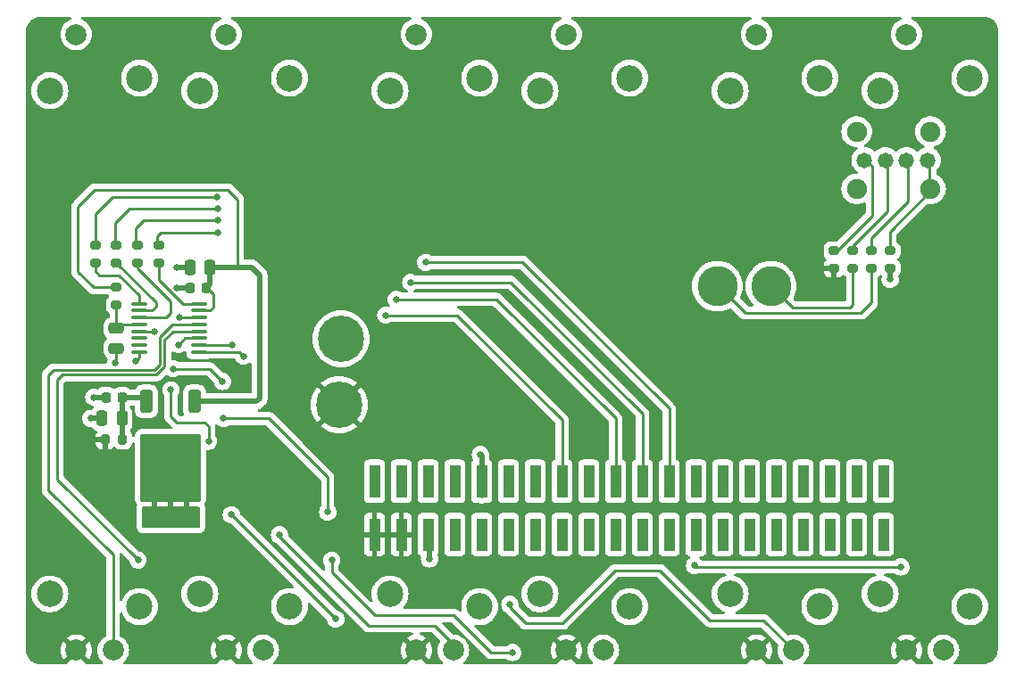
<source format=gbr>
%TF.GenerationSoftware,KiCad,Pcbnew,8.0.2*%
%TF.CreationDate,2024-06-02T13:55:41-07:00*%
%TF.ProjectId,RLS_PCBA,524c535f-5043-4424-912e-6b696361645f,rev?*%
%TF.SameCoordinates,Original*%
%TF.FileFunction,Copper,L2,Bot*%
%TF.FilePolarity,Positive*%
%FSLAX46Y46*%
G04 Gerber Fmt 4.6, Leading zero omitted, Abs format (unit mm)*
G04 Created by KiCad (PCBNEW 8.0.2) date 2024-06-02 13:55:41*
%MOMM*%
%LPD*%
G01*
G04 APERTURE LIST*
G04 Aperture macros list*
%AMRoundRect*
0 Rectangle with rounded corners*
0 $1 Rounding radius*
0 $2 $3 $4 $5 $6 $7 $8 $9 X,Y pos of 4 corners*
0 Add a 4 corners polygon primitive as box body*
4,1,4,$2,$3,$4,$5,$6,$7,$8,$9,$2,$3,0*
0 Add four circle primitives for the rounded corners*
1,1,$1+$1,$2,$3*
1,1,$1+$1,$4,$5*
1,1,$1+$1,$6,$7*
1,1,$1+$1,$8,$9*
0 Add four rect primitives between the rounded corners*
20,1,$1+$1,$2,$3,$4,$5,0*
20,1,$1+$1,$4,$5,$6,$7,0*
20,1,$1+$1,$6,$7,$8,$9,0*
20,1,$1+$1,$8,$9,$2,$3,0*%
G04 Aperture macros list end*
%TA.AperFunction,ComponentPad*%
%ADD10C,2.000000*%
%TD*%
%TA.AperFunction,ComponentPad*%
%ADD11C,2.500000*%
%TD*%
%TA.AperFunction,SMDPad,CuDef*%
%ADD12RoundRect,0.225000X0.225000X0.250000X-0.225000X0.250000X-0.225000X-0.250000X0.225000X-0.250000X0*%
%TD*%
%TA.AperFunction,SMDPad,CuDef*%
%ADD13RoundRect,0.250000X0.250000X0.475000X-0.250000X0.475000X-0.250000X-0.475000X0.250000X-0.475000X0*%
%TD*%
%TA.AperFunction,ComponentPad*%
%ADD14C,2.600000*%
%TD*%
%TA.AperFunction,ConnectorPad*%
%ADD15C,3.800000*%
%TD*%
%TA.AperFunction,SMDPad,CuDef*%
%ADD16RoundRect,0.250000X-0.350000X0.850000X-0.350000X-0.850000X0.350000X-0.850000X0.350000X0.850000X0*%
%TD*%
%TA.AperFunction,SMDPad,CuDef*%
%ADD17RoundRect,0.250000X-1.125000X1.275000X-1.125000X-1.275000X1.125000X-1.275000X1.125000X1.275000X0*%
%TD*%
%TA.AperFunction,SMDPad,CuDef*%
%ADD18RoundRect,0.249997X-2.650003X2.950003X-2.650003X-2.950003X2.650003X-2.950003X2.650003X2.950003X0*%
%TD*%
%TA.AperFunction,ConnectorPad*%
%ADD19C,4.400000*%
%TD*%
%TA.AperFunction,SMDPad,CuDef*%
%ADD20RoundRect,0.200000X-0.275000X0.200000X-0.275000X-0.200000X0.275000X-0.200000X0.275000X0.200000X0*%
%TD*%
%TA.AperFunction,SMDPad,CuDef*%
%ADD21RoundRect,0.200000X0.275000X-0.200000X0.275000X0.200000X-0.275000X0.200000X-0.275000X-0.200000X0*%
%TD*%
%TA.AperFunction,SMDPad,CuDef*%
%ADD22R,1.000000X3.150000*%
%TD*%
%TA.AperFunction,SMDPad,CuDef*%
%ADD23RoundRect,0.200000X0.200000X0.275000X-0.200000X0.275000X-0.200000X-0.275000X0.200000X-0.275000X0*%
%TD*%
%TA.AperFunction,SMDPad,CuDef*%
%ADD24RoundRect,0.250000X-0.475000X0.250000X-0.475000X-0.250000X0.475000X-0.250000X0.475000X0.250000X0*%
%TD*%
%TA.AperFunction,SMDPad,CuDef*%
%ADD25RoundRect,0.100000X0.637500X0.100000X-0.637500X0.100000X-0.637500X-0.100000X0.637500X-0.100000X0*%
%TD*%
%TA.AperFunction,ComponentPad*%
%ADD26C,1.473200*%
%TD*%
%TA.AperFunction,ComponentPad*%
%ADD27C,1.905000*%
%TD*%
%TA.AperFunction,ViaPad*%
%ADD28C,0.635000*%
%TD*%
%TA.AperFunction,Conductor*%
%ADD29C,0.254000*%
%TD*%
%TA.AperFunction,Conductor*%
%ADD30C,0.508000*%
%TD*%
G04 APERTURE END LIST*
D10*
%TO.P,RV5,3,3*%
%TO.N,GND*%
X166906000Y-86574000D03*
%TO.P,RV5,2,2*%
%TO.N,/AIN5*%
X170406000Y-145074000D03*
%TO.P,RV5,1,1*%
%TO.N,+5V*%
X166906000Y-145074000D03*
D11*
%TO.P,RV5,*%
%TO.N,*%
X172906000Y-90724000D03*
X164406000Y-91924000D03*
X164406000Y-139724000D03*
X172906000Y-140924000D03*
%TD*%
D10*
%TO.P,RV3,3,3*%
%TO.N,GND*%
X134648000Y-86574000D03*
%TO.P,RV3,2,2*%
%TO.N,/AIN3*%
X138148000Y-145074000D03*
%TO.P,RV3,1,1*%
%TO.N,+5V*%
X134648000Y-145074000D03*
D11*
%TO.P,RV3,*%
%TO.N,*%
X140648000Y-90724000D03*
X132148000Y-91924000D03*
X132148000Y-139724000D03*
X140648000Y-140924000D03*
%TD*%
D10*
%TO.P,RV4,3,3*%
%TO.N,GND*%
X148872000Y-86574000D03*
%TO.P,RV4,2,2*%
%TO.N,/AIN4*%
X152372000Y-145074000D03*
%TO.P,RV4,1,1*%
%TO.N,+5V*%
X148872000Y-145074000D03*
D11*
%TO.P,RV4,*%
%TO.N,*%
X154872000Y-90724000D03*
X146372000Y-91924000D03*
X146372000Y-139724000D03*
X154872000Y-140924000D03*
%TD*%
D10*
%TO.P,RV1,3,3*%
%TO.N,GND*%
X102390000Y-86574000D03*
%TO.P,RV1,2,2*%
%TO.N,/AIN1*%
X105890000Y-145074000D03*
%TO.P,RV1,1,1*%
%TO.N,+5V*%
X102390000Y-145074000D03*
D11*
%TO.P,RV1,*%
%TO.N,*%
X108390000Y-90724000D03*
X99890000Y-91924000D03*
X99890000Y-139724000D03*
X108390000Y-140924000D03*
%TD*%
D10*
%TO.P,RV6,3,3*%
%TO.N,GND*%
X181130000Y-86574000D03*
%TO.P,RV6,2,2*%
%TO.N,/AIN6*%
X184630000Y-145074000D03*
%TO.P,RV6,1,1*%
%TO.N,+5V*%
X181130000Y-145074000D03*
D11*
%TO.P,RV6,*%
%TO.N,*%
X187130000Y-90724000D03*
X178630000Y-91924000D03*
X178630000Y-139724000D03*
X187130000Y-140924000D03*
%TD*%
D12*
%TO.P,C2,2*%
%TO.N,GND*%
X113168000Y-110694000D03*
%TO.P,C2,1*%
%TO.N,AVDD*%
X114718000Y-110694000D03*
%TD*%
D13*
%TO.P,C1,2*%
%TO.N,GND*%
X113193000Y-108694000D03*
%TO.P,C1,1*%
%TO.N,AVDD*%
X115093000Y-108694000D03*
%TD*%
D14*
%TO.P,H4,1,1*%
%TO.N,/D+*%
X163195000Y-110490000D03*
D15*
X163195000Y-110490000D03*
%TD*%
D16*
%TO.P,U2,3,VO*%
%TO.N,AVDD*%
X113615500Y-121444000D03*
D17*
%TO.P,U2,2,GND*%
%TO.N,GND*%
X109810500Y-129419000D03*
X112860500Y-129419000D03*
D18*
X111335500Y-127744000D03*
D17*
X109810500Y-126069000D03*
X112860500Y-126069000D03*
D16*
%TO.P,U2,1,VI*%
%TO.N,Net-(U2-VI)*%
X109055500Y-121444000D03*
%TD*%
D14*
%TO.P,H1,1,1*%
%TO.N,+5V*%
X127316690Y-121743124D03*
D19*
X127316690Y-121743124D03*
%TD*%
D12*
%TO.P,C5,2*%
%TO.N,GND*%
X105193000Y-121044000D03*
%TO.P,C5,1*%
%TO.N,Net-(U2-VI)*%
X106743000Y-121044000D03*
%TD*%
D20*
%TO.P,R9,1*%
%TO.N,Net-(J2-D-)*%
X176022000Y-107125000D03*
%TO.P,R9,2*%
%TO.N,/D-*%
X176022000Y-108775000D03*
%TD*%
D21*
%TO.P,R1,2*%
%TO.N,/nCS*%
X110193000Y-106619000D03*
%TO.P,R1,1*%
%TO.N,Net-(U1-~{CS})*%
X110193000Y-108269000D03*
%TD*%
D20*
%TO.P,R8,1*%
%TO.N,Net-(J2-D+)*%
X177800000Y-107125000D03*
%TO.P,R8,2*%
%TO.N,/D+*%
X177800000Y-108775000D03*
%TD*%
D21*
%TO.P,R2,2*%
%TO.N,AVDD*%
X106193000Y-110619000D03*
%TO.P,R2,1*%
%TO.N,DVDD*%
X106193000Y-112269000D03*
%TD*%
%TO.P,R4,2*%
%TO.N,/SCLK*%
X104193000Y-106619000D03*
%TO.P,R4,1*%
%TO.N,Net-(U1-SCLK)*%
X104193000Y-108269000D03*
%TD*%
D14*
%TO.P,H2,1,1*%
%TO.N,GND*%
X127500000Y-115500000D03*
D19*
X127500000Y-115500000D03*
%TD*%
D21*
%TO.P,R5,2*%
%TO.N,/DIN*%
X108193000Y-106619000D03*
%TO.P,R5,1*%
%TO.N,Net-(U1-DIN)*%
X108193000Y-108269000D03*
%TD*%
D20*
%TO.P,R10,1*%
%TO.N,Net-(J2-GND)*%
X179578000Y-107125000D03*
%TO.P,R10,2*%
%TO.N,GND*%
X179578000Y-108775000D03*
%TD*%
D22*
%TO.P,J1,1,Pin_1*%
%TO.N,unconnected-(J1-Pin_1-Pad1)*%
X130680000Y-129032000D03*
%TO.P,J1,2,Pin_2*%
%TO.N,+5V*%
X130680000Y-134082000D03*
%TO.P,J1,3,Pin_3*%
%TO.N,unconnected-(J1-Pin_3-Pad3)*%
X133220000Y-129032000D03*
%TO.P,J1,4,Pin_4*%
%TO.N,+5V*%
X133220000Y-134082000D03*
%TO.P,J1,5,Pin_5*%
%TO.N,unconnected-(J1-Pin_5-Pad5)*%
X135760000Y-129032000D03*
%TO.P,J1,6,Pin_6*%
%TO.N,GND*%
X135760000Y-134082000D03*
%TO.P,J1,7,Pin_7*%
%TO.N,unconnected-(J1-Pin_7-Pad7)*%
X138300000Y-129032000D03*
%TO.P,J1,8,Pin_8*%
%TO.N,unconnected-(J1-Pin_8-Pad8)*%
X138300000Y-134082000D03*
%TO.P,J1,9,Pin_9*%
%TO.N,GND*%
X140840000Y-129032000D03*
%TO.P,J1,10,Pin_10*%
%TO.N,unconnected-(J1-Pin_10-Pad10)*%
X140840000Y-134082000D03*
%TO.P,J1,11,Pin_11*%
%TO.N,unconnected-(J1-Pin_11-Pad11)*%
X143380000Y-129032000D03*
%TO.P,J1,12,Pin_12*%
%TO.N,unconnected-(J1-Pin_12-Pad12)*%
X143380000Y-134082000D03*
%TO.P,J1,13,Pin_13*%
%TO.N,unconnected-(J1-Pin_13-Pad13)*%
X145920000Y-129032000D03*
%TO.P,J1,14,Pin_14*%
%TO.N,unconnected-(J1-Pin_14-Pad14)*%
X145920000Y-134082000D03*
%TO.P,J1,15,Pin_15*%
%TO.N,/nCS*%
X148460000Y-129032000D03*
%TO.P,J1,16,Pin_16*%
%TO.N,unconnected-(J1-Pin_16-Pad16)*%
X148460000Y-134082000D03*
%TO.P,J1,17,Pin_17*%
%TO.N,unconnected-(J1-Pin_17-Pad17)*%
X151000000Y-129032000D03*
%TO.P,J1,18,Pin_18*%
%TO.N,unconnected-(J1-Pin_18-Pad18)*%
X151000000Y-134082000D03*
%TO.P,J1,19,Pin_19*%
%TO.N,/DIN*%
X153540000Y-129032000D03*
%TO.P,J1,20,Pin_20*%
%TO.N,unconnected-(J1-Pin_20-Pad20)*%
X153540000Y-134082000D03*
%TO.P,J1,21,Pin_21*%
%TO.N,/DOUT*%
X156080000Y-129032000D03*
%TO.P,J1,22,Pin_22*%
%TO.N,unconnected-(J1-Pin_22-Pad22)*%
X156080000Y-134082000D03*
%TO.P,J1,23,Pin_23*%
%TO.N,/SCLK*%
X158620000Y-129032000D03*
%TO.P,J1,24,Pin_24*%
%TO.N,unconnected-(J1-Pin_24-Pad24)*%
X158620000Y-134082000D03*
%TO.P,J1,25,Pin_25*%
%TO.N,unconnected-(J1-Pin_25-Pad25)*%
X161160000Y-129032000D03*
%TO.P,J1,26,Pin_26*%
%TO.N,unconnected-(J1-Pin_26-Pad26)*%
X161160000Y-134082000D03*
%TO.P,J1,27,Pin_27*%
%TO.N,unconnected-(J1-Pin_27-Pad27)*%
X163700000Y-129032000D03*
%TO.P,J1,28,Pin_28*%
%TO.N,unconnected-(J1-Pin_28-Pad28)*%
X163700000Y-134082000D03*
%TO.P,J1,29,Pin_29*%
%TO.N,unconnected-(J1-Pin_29-Pad29)*%
X166240000Y-129032000D03*
%TO.P,J1,30,Pin_30*%
%TO.N,unconnected-(J1-Pin_30-Pad30)*%
X166240000Y-134082000D03*
%TO.P,J1,31,Pin_31*%
%TO.N,unconnected-(J1-Pin_31-Pad31)*%
X168780000Y-129032000D03*
%TO.P,J1,32,Pin_32*%
%TO.N,unconnected-(J1-Pin_32-Pad32)*%
X168780000Y-134082000D03*
%TO.P,J1,33,Pin_33*%
%TO.N,unconnected-(J1-Pin_33-Pad33)*%
X171320000Y-129032000D03*
%TO.P,J1,34,Pin_34*%
%TO.N,unconnected-(J1-Pin_34-Pad34)*%
X171320000Y-134082000D03*
%TO.P,J1,35,Pin_35*%
%TO.N,unconnected-(J1-Pin_35-Pad35)*%
X173860000Y-129032000D03*
%TO.P,J1,36,Pin_36*%
%TO.N,unconnected-(J1-Pin_36-Pad36)*%
X173860000Y-134082000D03*
%TO.P,J1,37,Pin_37*%
%TO.N,unconnected-(J1-Pin_37-Pad37)*%
X176400000Y-129032000D03*
%TO.P,J1,38,Pin_38*%
%TO.N,unconnected-(J1-Pin_38-Pad38)*%
X176400000Y-134082000D03*
%TO.P,J1,39,Pin_39*%
%TO.N,unconnected-(J1-Pin_39-Pad39)*%
X178940000Y-129032000D03*
%TO.P,J1,40,Pin_40*%
%TO.N,unconnected-(J1-Pin_40-Pad40)*%
X178940000Y-134082000D03*
%TD*%
D23*
%TO.P,R3,2*%
%TO.N,+5V*%
X105143000Y-125044000D03*
%TO.P,R3,1*%
%TO.N,Net-(U2-VI)*%
X106793000Y-125044000D03*
%TD*%
D24*
%TO.P,C3,2*%
%TO.N,GND*%
X106193000Y-116394000D03*
%TO.P,C3,1*%
%TO.N,DVDD*%
X106193000Y-114494000D03*
%TD*%
D21*
%TO.P,R6,2*%
%TO.N,/DOUT*%
X106193000Y-106619000D03*
%TO.P,R6,1*%
%TO.N,Net-(U1-DOUT)*%
X106193000Y-108269000D03*
%TD*%
D25*
%TO.P,U1,16,SCLK*%
%TO.N,Net-(U1-SCLK)*%
X108330500Y-112169000D03*
%TO.P,U1,15,DOUT*%
%TO.N,Net-(U1-DOUT)*%
X108330500Y-112819000D03*
%TO.P,U1,14,DIN*%
%TO.N,Net-(U1-DIN)*%
X108330500Y-113469000D03*
%TO.P,U1,13,DVDD*%
%TO.N,DVDD*%
X108330500Y-114119000D03*
%TO.P,U1,12,DGND*%
%TO.N,GND*%
X108330500Y-114769000D03*
%TO.P,U1,11,AIN8*%
%TO.N,unconnected-(U1-AIN8-Pad11)*%
X108330500Y-115419000D03*
%TO.P,U1,10,AIN7*%
%TO.N,unconnected-(U1-AIN7-Pad10)*%
X108330500Y-116069000D03*
%TO.P,U1,9,AIN6*%
%TO.N,/AIN6*%
X108330500Y-116719000D03*
%TO.P,U1,8,AIN5*%
%TO.N,/AIN5*%
X114055500Y-116719000D03*
%TO.P,U1,7,AIN4*%
%TO.N,/AIN4*%
X114055500Y-116069000D03*
%TO.P,U1,6,AIN3*%
%TO.N,/AIN3*%
X114055500Y-115419000D03*
%TO.P,U1,5,AIN2*%
%TO.N,/AIN2*%
X114055500Y-114769000D03*
%TO.P,U1,4,AIN1*%
%TO.N,/AIN1*%
X114055500Y-114119000D03*
%TO.P,U1,3,AGND*%
%TO.N,GND*%
X114055500Y-113469000D03*
%TO.P,U1,2,AVDD*%
%TO.N,AVDD*%
X114055500Y-112819000D03*
%TO.P,U1,1,~{CS}*%
%TO.N,Net-(U1-~{CS})*%
X114055500Y-112169000D03*
%TD*%
D14*
%TO.P,H3,1,1*%
%TO.N,/D-*%
X168275000Y-110490000D03*
D15*
X168275000Y-110490000D03*
%TD*%
D20*
%TO.P,R7,1*%
%TO.N,Net-(J2-VBUS)*%
X174244000Y-107125000D03*
%TO.P,R7,2*%
%TO.N,+5V*%
X174244000Y-108775000D03*
%TD*%
D26*
%TO.P,J2,1,VBUS*%
%TO.N,Net-(J2-VBUS)*%
X177136951Y-98526600D03*
%TO.P,J2,2,D-*%
%TO.N,Net-(J2-D-)*%
X179136950Y-98526600D03*
%TO.P,J2,3,D+*%
%TO.N,Net-(J2-D+)*%
X181136951Y-98526600D03*
%TO.P,J2,4,GND*%
%TO.N,Net-(J2-GND)*%
X183136949Y-98526600D03*
D27*
%TO.P,J2,5,Shield*%
X183406951Y-101246600D03*
%TO.P,J2,6*%
%TO.N,N/C*%
X183406951Y-95806600D03*
%TO.P,J2,7*%
X176406950Y-101246600D03*
%TO.P,J2,8*%
X176406950Y-95806600D03*
%TD*%
D13*
%TO.P,C4,2*%
%TO.N,GND*%
X104818000Y-123044000D03*
%TO.P,C4,1*%
%TO.N,Net-(U2-VI)*%
X106718000Y-123044000D03*
%TD*%
D10*
%TO.P,RV2,3,3*%
%TO.N,GND*%
X116614000Y-86574000D03*
%TO.P,RV2,2,2*%
%TO.N,/AIN2*%
X120114000Y-145074000D03*
%TO.P,RV2,1,1*%
%TO.N,+5V*%
X116614000Y-145074000D03*
D11*
%TO.P,RV2,*%
%TO.N,*%
X122614000Y-90724000D03*
X114114000Y-91924000D03*
X114114000Y-139724000D03*
X122614000Y-140924000D03*
%TD*%
D28*
%TO.N,/AIN2*%
X108250000Y-136500000D03*
%TO.N,/AIN6*%
X161036000Y-137033000D03*
X180594000Y-137160000D03*
%TO.N,/AIN5*%
X126238000Y-131953000D03*
X143510000Y-140716000D03*
%TO.N,/AIN3*%
X114935000Y-125222000D03*
X121666000Y-134112000D03*
%TO.N,/AIN6*%
X117094000Y-132207000D03*
X127000000Y-142113000D03*
%TO.N,/AIN4*%
X126619000Y-136525000D03*
%TO.N,GND*%
X140716000Y-126492000D03*
X106107154Y-117784801D03*
X111919336Y-110702036D03*
X104068000Y-121044000D03*
X109780120Y-114774828D03*
X135890000Y-136398000D03*
X103768000Y-123044000D03*
X112193000Y-113444000D03*
X109805397Y-132102415D03*
X112915269Y-132083681D03*
X179578000Y-109855000D03*
X111379538Y-132081545D03*
X111943000Y-108694000D03*
%TO.N,/nCS*%
X131750000Y-113250000D03*
X115805500Y-105444000D03*
%TO.N,/SCLK*%
X135525000Y-108225000D03*
X115768000Y-102044000D03*
%TO.N,/DIN*%
X132750000Y-111750000D03*
X115805500Y-104194000D03*
%TO.N,/DOUT*%
X134125000Y-110125000D03*
X115805500Y-103088500D03*
%TO.N,/AIN3*%
X112068000Y-116044000D03*
X111368000Y-120344000D03*
%TO.N,/AIN4*%
X117168000Y-116044000D03*
X143764000Y-145288000D03*
%TO.N,/AIN5*%
X118268000Y-117144000D03*
%TO.N,/AIN6*%
X116268000Y-119544000D03*
X111568000Y-118344000D03*
%TO.N,/AIN5*%
X116368000Y-123044000D03*
%TO.N,/AIN6*%
X108068000Y-117644000D03*
%TD*%
D29*
%TO.N,/AIN3*%
X111944000Y-123444000D02*
X111368000Y-122868000D01*
X114568000Y-123444000D02*
X111944000Y-123444000D01*
X111368000Y-122868000D02*
X111368000Y-120344000D01*
X114935000Y-123811000D02*
X114568000Y-123444000D01*
X114935000Y-125222000D02*
X114935000Y-123811000D01*
%TO.N,/SCLK*%
X104193000Y-103638000D02*
X105787000Y-102044000D01*
X105787000Y-102044000D02*
X115768000Y-102044000D01*
X104193000Y-106619000D02*
X104193000Y-103638000D01*
%TO.N,AVDD*%
X104043000Y-110619000D02*
X106193000Y-110619000D01*
X102568000Y-109144000D02*
X104043000Y-110619000D01*
X104156000Y-101344000D02*
X102568000Y-102932000D01*
X116768000Y-101344000D02*
X104156000Y-101344000D01*
X117668000Y-108694000D02*
X117668000Y-102244000D01*
X117668000Y-102244000D02*
X116768000Y-101344000D01*
X102568000Y-102932000D02*
X102568000Y-109144000D01*
%TO.N,/DOUT*%
X107411500Y-103088500D02*
X115805500Y-103088500D01*
X106055500Y-104444500D02*
X107411500Y-103088500D01*
X106055500Y-106619000D02*
X106055500Y-104444500D01*
%TO.N,/AIN2*%
X110014000Y-118898000D02*
X110759500Y-118152500D01*
X110759500Y-115552500D02*
X111543000Y-114769000D01*
X101102000Y-118898000D02*
X110014000Y-118898000D01*
X110759500Y-118152500D02*
X110759500Y-115552500D01*
X100584000Y-119416000D02*
X101102000Y-118898000D01*
X111543000Y-114769000D02*
X114055500Y-114769000D01*
X100584000Y-128834000D02*
X100584000Y-119416000D01*
X108250000Y-136500000D02*
X100584000Y-128834000D01*
%TO.N,/nCS*%
X148460000Y-123210000D02*
X148460000Y-129032000D01*
X138500000Y-113250000D02*
X148460000Y-123210000D01*
X131750000Y-113250000D02*
X138500000Y-113250000D01*
%TO.N,/DOUT*%
X156080000Y-122580000D02*
X156080000Y-129032000D01*
X143625000Y-110125000D02*
X156080000Y-122580000D01*
X134125000Y-110125000D02*
X143625000Y-110125000D01*
%TO.N,/SCLK*%
X158620000Y-122120000D02*
X158620000Y-129032000D01*
X144725000Y-108225000D02*
X158620000Y-122120000D01*
X135525000Y-108225000D02*
X144725000Y-108225000D01*
%TO.N,/AIN5*%
X162500000Y-142250000D02*
X167582000Y-142250000D01*
X157750000Y-137500000D02*
X162500000Y-142250000D01*
X153500000Y-137500000D02*
X157750000Y-137500000D01*
X167582000Y-142250000D02*
X170406000Y-145074000D01*
X148500000Y-142500000D02*
X153500000Y-137500000D01*
X143510000Y-140965000D02*
X145045000Y-142500000D01*
X145045000Y-142500000D02*
X148500000Y-142500000D01*
X143510000Y-140716000D02*
X143510000Y-140965000D01*
%TO.N,Net-(J2-D-)*%
X179324000Y-103378000D02*
X179324000Y-98552000D01*
X176022000Y-106680000D02*
X179324000Y-103378000D01*
X176022000Y-107125000D02*
X176022000Y-106680000D01*
%TO.N,Net-(J2-D+)*%
X181298601Y-98526600D02*
X181324001Y-98552000D01*
X181136951Y-98526600D02*
X181298601Y-98526600D01*
X181250000Y-98639649D02*
X181136951Y-98526600D01*
X177800000Y-105918000D02*
X181250000Y-102468000D01*
X181250000Y-102468000D02*
X181250000Y-98639649D01*
X177800000Y-107125000D02*
X177800000Y-105918000D01*
%TO.N,/AIN1*%
X111493000Y-114119000D02*
X114055500Y-114119000D01*
X110305500Y-115306500D02*
X111493000Y-114119000D01*
X109768000Y-118444000D02*
X110305500Y-117906500D01*
X110305500Y-117906500D02*
X110305500Y-115306500D01*
X100250000Y-118444000D02*
X109768000Y-118444000D01*
X99750000Y-118944000D02*
X100250000Y-118444000D01*
X105890000Y-135989000D02*
X99750000Y-129849000D01*
X105890000Y-145074000D02*
X105890000Y-135989000D01*
X99750000Y-129849000D02*
X99750000Y-118944000D01*
%TO.N,/AIN3*%
X136412000Y-142750000D02*
X138148000Y-144486000D01*
X130150000Y-142750000D02*
X136412000Y-142750000D01*
X138148000Y-144486000D02*
X138148000Y-145074000D01*
X121666000Y-134266000D02*
X130150000Y-142750000D01*
X121666000Y-134112000D02*
X121666000Y-134266000D01*
%TO.N,/AIN4*%
X141732000Y-145288000D02*
X143764000Y-145288000D01*
X126619000Y-137668000D02*
X130701000Y-141750000D01*
X126619000Y-136525000D02*
X126619000Y-137668000D01*
X130701000Y-141750000D02*
X138194000Y-141750000D01*
X138194000Y-141750000D02*
X141732000Y-145288000D01*
%TO.N,/AIN3*%
X138148000Y-145302600D02*
X137716200Y-145734400D01*
X138148000Y-145074000D02*
X138148000Y-145302600D01*
%TO.N,/AIN6*%
X180594000Y-137160000D02*
X161163000Y-137160000D01*
X161163000Y-137160000D02*
X161036000Y-137033000D01*
%TO.N,/AIN5*%
X120631000Y-123044000D02*
X116368000Y-123044000D01*
X126238000Y-128651000D02*
X120631000Y-123044000D01*
X126238000Y-131953000D02*
X126238000Y-128651000D01*
%TO.N,/AIN6*%
X127000000Y-142113000D02*
X117094000Y-132207000D01*
%TO.N,/AIN1*%
X105458200Y-145505800D02*
X105890000Y-145074000D01*
X105458200Y-145734400D02*
X105458200Y-145505800D01*
D30*
%TO.N,GND*%
X135890000Y-136398000D02*
X135890000Y-135555000D01*
D29*
X112218000Y-113469000D02*
X112193000Y-113444000D01*
D30*
X111943000Y-108694000D02*
X113193000Y-108694000D01*
X111927372Y-110694000D02*
X113168000Y-110694000D01*
D29*
X114055500Y-113469000D02*
X112218000Y-113469000D01*
D30*
X140716000Y-126492000D02*
X140840000Y-126616000D01*
X111919336Y-110702036D02*
X111927372Y-110694000D01*
D29*
X106193000Y-116394000D02*
X106193000Y-117698955D01*
D30*
X140840000Y-126616000D02*
X140840000Y-130375000D01*
X105193000Y-121044000D02*
X104068000Y-121044000D01*
X104818000Y-123044000D02*
X103768000Y-123044000D01*
X135890000Y-135555000D02*
X135760000Y-135425000D01*
D29*
X108336328Y-114774828D02*
X108330500Y-114769000D01*
X109780120Y-114774828D02*
X108336328Y-114774828D01*
D30*
X179578000Y-108775000D02*
X179578000Y-109855000D01*
D29*
%TO.N,/nCS*%
X110055500Y-105756500D02*
X110368000Y-105444000D01*
X110055500Y-106619000D02*
X110055500Y-105756500D01*
X110368000Y-105444000D02*
X115805500Y-105444000D01*
%TO.N,/DIN*%
X153540000Y-123060000D02*
X153540000Y-129032000D01*
X108055500Y-106619000D02*
X108055500Y-104956500D01*
X132750000Y-111750000D02*
X142230000Y-111750000D01*
X142230000Y-111750000D02*
X153540000Y-123060000D01*
X108055500Y-104956500D02*
X108818000Y-104194000D01*
X108818000Y-104194000D02*
X115805500Y-104194000D01*
%TO.N,Net-(U1-~{CS})*%
X112474839Y-112169000D02*
X114055500Y-112169000D01*
X110193000Y-109887161D02*
X112474839Y-112169000D01*
X110193000Y-108269000D02*
X110193000Y-109887161D01*
D30*
%TO.N,AVDD*%
X119498000Y-121444000D02*
X119768000Y-121174000D01*
D29*
X114055500Y-112819000D02*
X115093000Y-112819000D01*
D30*
X119018000Y-108694000D02*
X117863000Y-108694000D01*
X115093000Y-108694000D02*
X115093000Y-110319000D01*
X117863000Y-108694000D02*
X115636500Y-108694000D01*
D29*
X114818000Y-110694000D02*
X114718000Y-110694000D01*
X115368000Y-111244000D02*
X114818000Y-110694000D01*
D30*
X117863000Y-108694000D02*
X117668000Y-108694000D01*
X113615500Y-121444000D02*
X119498000Y-121444000D01*
X119768000Y-121174000D02*
X119768000Y-109444000D01*
X119768000Y-109444000D02*
X119018000Y-108694000D01*
D29*
X115093000Y-112819000D02*
X115368000Y-112544000D01*
D30*
X115093000Y-110319000D02*
X114718000Y-110694000D01*
D29*
X115368000Y-112544000D02*
X115368000Y-111244000D01*
%TO.N,DVDD*%
X106193000Y-112269000D02*
X106193000Y-114494000D01*
X106568000Y-114119000D02*
X108330500Y-114119000D01*
X106193000Y-114494000D02*
X106568000Y-114119000D01*
D30*
%TO.N,Net-(U2-VI)*%
X106743000Y-121044000D02*
X108655500Y-121044000D01*
X106718000Y-121069000D02*
X106743000Y-121044000D01*
X108655500Y-121044000D02*
X109055500Y-121444000D01*
X106793000Y-125044000D02*
X106793000Y-123119000D01*
X106793000Y-123119000D02*
X106718000Y-123044000D01*
X106718000Y-123044000D02*
X106718000Y-121069000D01*
D29*
%TO.N,Net-(U1-SCLK)*%
X104193000Y-108269000D02*
X104193000Y-109069000D01*
X104193000Y-109069000D02*
X104568000Y-109444000D01*
X106443000Y-109444000D02*
X108330500Y-111331500D01*
X104568000Y-109444000D02*
X106443000Y-109444000D01*
X108330500Y-111331500D02*
X108330500Y-112169000D01*
%TO.N,Net-(U1-DIN)*%
X111368000Y-113019000D02*
X110918000Y-113469000D01*
X111368000Y-111944000D02*
X111368000Y-113019000D01*
X110918000Y-113469000D02*
X108330500Y-113469000D01*
X108055500Y-108269000D02*
X108130500Y-108269000D01*
X108193000Y-108269000D02*
X108193000Y-108769000D01*
X108193000Y-108769000D02*
X111368000Y-111944000D01*
%TO.N,Net-(U1-DOUT)*%
X109568000Y-112819000D02*
X108330500Y-112819000D01*
X106193000Y-108269000D02*
X109943000Y-112019000D01*
X109943000Y-112444000D02*
X109568000Y-112819000D01*
X109943000Y-112019000D02*
X109943000Y-112444000D01*
%TO.N,/AIN3*%
X112693000Y-115419000D02*
X114055500Y-115419000D01*
X112068000Y-116044000D02*
X112693000Y-115419000D01*
%TO.N,/AIN4*%
X117168000Y-116044000D02*
X117143000Y-116069000D01*
X117143000Y-116069000D02*
X114055500Y-116069000D01*
%TO.N,/AIN5*%
X118268000Y-117144000D02*
X117843000Y-116719000D01*
X117843000Y-116719000D02*
X114055500Y-116719000D01*
%TO.N,/AIN6*%
X115068000Y-118344000D02*
X116268000Y-119544000D01*
X108330500Y-117306500D02*
X108330500Y-116719000D01*
X108068000Y-117569000D02*
X108330500Y-117306500D01*
X108068000Y-117644000D02*
X108068000Y-117569000D01*
X111568000Y-118344000D02*
X115068000Y-118344000D01*
%TO.N,/D-*%
X176022000Y-112268000D02*
X176022000Y-108775000D01*
X168275000Y-110490000D02*
X170307000Y-112522000D01*
X175768000Y-112522000D02*
X176022000Y-112268000D01*
X170307000Y-112522000D02*
X175768000Y-112522000D01*
%TO.N,/D+*%
X177800000Y-112014000D02*
X177800000Y-108775000D01*
X163322000Y-110490000D02*
X165862000Y-113030000D01*
X176784000Y-113030000D02*
X177800000Y-112014000D01*
X163195000Y-110490000D02*
X163322000Y-110490000D01*
X165862000Y-113030000D02*
X176784000Y-113030000D01*
%TO.N,Net-(J2-VBUS)*%
X177873500Y-103812500D02*
X177873500Y-99101499D01*
X174561000Y-107125000D02*
X177873500Y-103812500D01*
X177873500Y-99101499D02*
X177324001Y-98552000D01*
X174244000Y-107125000D02*
X174561000Y-107125000D01*
%TO.N,Net-(J2-GND)*%
X179578000Y-107125000D02*
X179578000Y-105288001D01*
X179578000Y-105288001D02*
X183594001Y-101272000D01*
X183323999Y-98552000D02*
X183323999Y-101001998D01*
X183323999Y-101001998D02*
X183594001Y-101272000D01*
%TD*%
%TA.AperFunction,Conductor*%
%TO.N,+5V*%
G36*
X101881265Y-84949785D02*
G01*
X101927020Y-85002589D01*
X101936964Y-85071747D01*
X101907939Y-85135303D01*
X101854489Y-85171381D01*
X101785197Y-85195169D01*
X101785188Y-85195172D01*
X101566493Y-85313524D01*
X101370257Y-85466261D01*
X101201833Y-85649217D01*
X101065826Y-85857393D01*
X100965936Y-86085118D01*
X100904892Y-86326175D01*
X100904890Y-86326187D01*
X100884357Y-86573994D01*
X100884357Y-86574005D01*
X100904890Y-86821812D01*
X100904892Y-86821824D01*
X100965936Y-87062881D01*
X101065826Y-87290606D01*
X101201833Y-87498782D01*
X101201836Y-87498785D01*
X101370256Y-87681738D01*
X101566491Y-87834474D01*
X101785190Y-87952828D01*
X102020386Y-88033571D01*
X102265665Y-88074500D01*
X102514335Y-88074500D01*
X102759614Y-88033571D01*
X102994810Y-87952828D01*
X103213509Y-87834474D01*
X103409744Y-87681738D01*
X103578164Y-87498785D01*
X103714173Y-87290607D01*
X103814063Y-87062881D01*
X103875108Y-86821821D01*
X103895643Y-86574000D01*
X103875108Y-86326179D01*
X103842486Y-86197358D01*
X103814063Y-86085118D01*
X103714173Y-85857393D01*
X103578166Y-85649217D01*
X103536179Y-85603607D01*
X103409744Y-85466262D01*
X103213509Y-85313526D01*
X103213507Y-85313525D01*
X103213506Y-85313524D01*
X102994811Y-85195172D01*
X102994802Y-85195169D01*
X102925511Y-85171381D01*
X102868496Y-85130995D01*
X102842365Y-85066196D01*
X102855417Y-84997556D01*
X102903506Y-84946868D01*
X102965774Y-84930100D01*
X116038226Y-84930100D01*
X116105265Y-84949785D01*
X116151020Y-85002589D01*
X116160964Y-85071747D01*
X116131939Y-85135303D01*
X116078489Y-85171381D01*
X116009197Y-85195169D01*
X116009188Y-85195172D01*
X115790493Y-85313524D01*
X115594257Y-85466261D01*
X115425833Y-85649217D01*
X115289826Y-85857393D01*
X115189936Y-86085118D01*
X115128892Y-86326175D01*
X115128890Y-86326187D01*
X115108357Y-86573994D01*
X115108357Y-86574005D01*
X115128890Y-86821812D01*
X115128892Y-86821824D01*
X115189936Y-87062881D01*
X115289826Y-87290606D01*
X115425833Y-87498782D01*
X115425836Y-87498785D01*
X115594256Y-87681738D01*
X115790491Y-87834474D01*
X116009190Y-87952828D01*
X116244386Y-88033571D01*
X116489665Y-88074500D01*
X116738335Y-88074500D01*
X116983614Y-88033571D01*
X117218810Y-87952828D01*
X117437509Y-87834474D01*
X117633744Y-87681738D01*
X117802164Y-87498785D01*
X117938173Y-87290607D01*
X118038063Y-87062881D01*
X118099108Y-86821821D01*
X118119643Y-86574000D01*
X118099108Y-86326179D01*
X118066486Y-86197358D01*
X118038063Y-86085118D01*
X117938173Y-85857393D01*
X117802166Y-85649217D01*
X117760179Y-85603607D01*
X117633744Y-85466262D01*
X117437509Y-85313526D01*
X117437507Y-85313525D01*
X117437506Y-85313524D01*
X117218811Y-85195172D01*
X117218802Y-85195169D01*
X117149511Y-85171381D01*
X117092496Y-85130995D01*
X117066365Y-85066196D01*
X117079417Y-84997556D01*
X117127506Y-84946868D01*
X117189774Y-84930100D01*
X134072226Y-84930100D01*
X134139265Y-84949785D01*
X134185020Y-85002589D01*
X134194964Y-85071747D01*
X134165939Y-85135303D01*
X134112489Y-85171381D01*
X134043197Y-85195169D01*
X134043188Y-85195172D01*
X133824493Y-85313524D01*
X133628257Y-85466261D01*
X133459833Y-85649217D01*
X133323826Y-85857393D01*
X133223936Y-86085118D01*
X133162892Y-86326175D01*
X133162890Y-86326187D01*
X133142357Y-86573994D01*
X133142357Y-86574005D01*
X133162890Y-86821812D01*
X133162892Y-86821824D01*
X133223936Y-87062881D01*
X133323826Y-87290606D01*
X133459833Y-87498782D01*
X133459836Y-87498785D01*
X133628256Y-87681738D01*
X133824491Y-87834474D01*
X134043190Y-87952828D01*
X134278386Y-88033571D01*
X134523665Y-88074500D01*
X134772335Y-88074500D01*
X135017614Y-88033571D01*
X135252810Y-87952828D01*
X135471509Y-87834474D01*
X135667744Y-87681738D01*
X135836164Y-87498785D01*
X135972173Y-87290607D01*
X136072063Y-87062881D01*
X136133108Y-86821821D01*
X136153643Y-86574000D01*
X136133108Y-86326179D01*
X136100486Y-86197358D01*
X136072063Y-86085118D01*
X135972173Y-85857393D01*
X135836166Y-85649217D01*
X135794179Y-85603607D01*
X135667744Y-85466262D01*
X135471509Y-85313526D01*
X135471507Y-85313525D01*
X135471506Y-85313524D01*
X135252811Y-85195172D01*
X135252802Y-85195169D01*
X135183511Y-85171381D01*
X135126496Y-85130995D01*
X135100365Y-85066196D01*
X135113417Y-84997556D01*
X135161506Y-84946868D01*
X135223774Y-84930100D01*
X148296226Y-84930100D01*
X148363265Y-84949785D01*
X148409020Y-85002589D01*
X148418964Y-85071747D01*
X148389939Y-85135303D01*
X148336489Y-85171381D01*
X148267197Y-85195169D01*
X148267188Y-85195172D01*
X148048493Y-85313524D01*
X147852257Y-85466261D01*
X147683833Y-85649217D01*
X147547826Y-85857393D01*
X147447936Y-86085118D01*
X147386892Y-86326175D01*
X147386890Y-86326187D01*
X147366357Y-86573994D01*
X147366357Y-86574005D01*
X147386890Y-86821812D01*
X147386892Y-86821824D01*
X147447936Y-87062881D01*
X147547826Y-87290606D01*
X147683833Y-87498782D01*
X147683836Y-87498785D01*
X147852256Y-87681738D01*
X148048491Y-87834474D01*
X148267190Y-87952828D01*
X148502386Y-88033571D01*
X148747665Y-88074500D01*
X148996335Y-88074500D01*
X149241614Y-88033571D01*
X149476810Y-87952828D01*
X149695509Y-87834474D01*
X149891744Y-87681738D01*
X150060164Y-87498785D01*
X150196173Y-87290607D01*
X150296063Y-87062881D01*
X150357108Y-86821821D01*
X150377643Y-86574000D01*
X150357108Y-86326179D01*
X150324486Y-86197358D01*
X150296063Y-86085118D01*
X150196173Y-85857393D01*
X150060166Y-85649217D01*
X150018179Y-85603607D01*
X149891744Y-85466262D01*
X149695509Y-85313526D01*
X149695507Y-85313525D01*
X149695506Y-85313524D01*
X149476811Y-85195172D01*
X149476802Y-85195169D01*
X149407511Y-85171381D01*
X149350496Y-85130995D01*
X149324365Y-85066196D01*
X149337417Y-84997556D01*
X149385506Y-84946868D01*
X149447774Y-84930100D01*
X166330226Y-84930100D01*
X166397265Y-84949785D01*
X166443020Y-85002589D01*
X166452964Y-85071747D01*
X166423939Y-85135303D01*
X166370489Y-85171381D01*
X166301197Y-85195169D01*
X166301188Y-85195172D01*
X166082493Y-85313524D01*
X165886257Y-85466261D01*
X165717833Y-85649217D01*
X165581826Y-85857393D01*
X165481936Y-86085118D01*
X165420892Y-86326175D01*
X165420890Y-86326187D01*
X165400357Y-86573994D01*
X165400357Y-86574005D01*
X165420890Y-86821812D01*
X165420892Y-86821824D01*
X165481936Y-87062881D01*
X165581826Y-87290606D01*
X165717833Y-87498782D01*
X165717836Y-87498785D01*
X165886256Y-87681738D01*
X166082491Y-87834474D01*
X166301190Y-87952828D01*
X166536386Y-88033571D01*
X166781665Y-88074500D01*
X167030335Y-88074500D01*
X167275614Y-88033571D01*
X167510810Y-87952828D01*
X167729509Y-87834474D01*
X167925744Y-87681738D01*
X168094164Y-87498785D01*
X168230173Y-87290607D01*
X168330063Y-87062881D01*
X168391108Y-86821821D01*
X168411643Y-86574000D01*
X168391108Y-86326179D01*
X168358486Y-86197358D01*
X168330063Y-86085118D01*
X168230173Y-85857393D01*
X168094166Y-85649217D01*
X168052179Y-85603607D01*
X167925744Y-85466262D01*
X167729509Y-85313526D01*
X167729507Y-85313525D01*
X167729506Y-85313524D01*
X167510811Y-85195172D01*
X167510802Y-85195169D01*
X167441511Y-85171381D01*
X167384496Y-85130995D01*
X167358365Y-85066196D01*
X167371417Y-84997556D01*
X167419506Y-84946868D01*
X167481774Y-84930100D01*
X180554226Y-84930100D01*
X180621265Y-84949785D01*
X180667020Y-85002589D01*
X180676964Y-85071747D01*
X180647939Y-85135303D01*
X180594489Y-85171381D01*
X180525197Y-85195169D01*
X180525188Y-85195172D01*
X180306493Y-85313524D01*
X180110257Y-85466261D01*
X179941833Y-85649217D01*
X179805826Y-85857393D01*
X179705936Y-86085118D01*
X179644892Y-86326175D01*
X179644890Y-86326187D01*
X179624357Y-86573994D01*
X179624357Y-86574005D01*
X179644890Y-86821812D01*
X179644892Y-86821824D01*
X179705936Y-87062881D01*
X179805826Y-87290606D01*
X179941833Y-87498782D01*
X179941836Y-87498785D01*
X180110256Y-87681738D01*
X180306491Y-87834474D01*
X180525190Y-87952828D01*
X180760386Y-88033571D01*
X181005665Y-88074500D01*
X181254335Y-88074500D01*
X181499614Y-88033571D01*
X181734810Y-87952828D01*
X181953509Y-87834474D01*
X182149744Y-87681738D01*
X182318164Y-87498785D01*
X182454173Y-87290607D01*
X182554063Y-87062881D01*
X182615108Y-86821821D01*
X182635643Y-86574000D01*
X182615108Y-86326179D01*
X182582486Y-86197358D01*
X182554063Y-86085118D01*
X182454173Y-85857393D01*
X182318166Y-85649217D01*
X182276179Y-85603607D01*
X182149744Y-85466262D01*
X181953509Y-85313526D01*
X181953507Y-85313525D01*
X181953506Y-85313524D01*
X181734811Y-85195172D01*
X181734802Y-85195169D01*
X181665511Y-85171381D01*
X181608496Y-85130995D01*
X181582365Y-85066196D01*
X181595417Y-84997556D01*
X181643506Y-84946868D01*
X181705774Y-84930100D01*
X188544146Y-84930100D01*
X188553876Y-84930481D01*
X188737542Y-84944940D01*
X188756754Y-84947983D01*
X188931155Y-84989854D01*
X188949643Y-84995863D01*
X189115332Y-85064496D01*
X189132665Y-85073327D01*
X189145188Y-85081001D01*
X189285584Y-85167038D01*
X189301325Y-85178475D01*
X189437695Y-85294946D01*
X189451453Y-85308704D01*
X189567924Y-85445074D01*
X189579361Y-85460815D01*
X189673071Y-85613732D01*
X189681904Y-85631069D01*
X189750533Y-85796747D01*
X189756547Y-85815253D01*
X189798415Y-85989642D01*
X189801459Y-86008859D01*
X189815913Y-86192479D01*
X189816295Y-86202294D01*
X189776349Y-144944157D01*
X189776301Y-144944888D01*
X189776300Y-145013484D01*
X189775917Y-145023213D01*
X189760013Y-145225207D01*
X189756969Y-145244424D01*
X189710802Y-145436703D01*
X189704789Y-145455207D01*
X189629118Y-145637886D01*
X189620285Y-145655223D01*
X189516962Y-145823828D01*
X189505526Y-145839568D01*
X189377104Y-145989932D01*
X189363346Y-146003690D01*
X189212987Y-146132112D01*
X189197246Y-146143549D01*
X189028649Y-146246871D01*
X189011313Y-146255705D01*
X188828626Y-146331383D01*
X188810122Y-146337396D01*
X188617844Y-146383566D01*
X188598626Y-146386610D01*
X188397053Y-146402483D01*
X188387374Y-146402866D01*
X188385137Y-146402866D01*
X188385082Y-146402867D01*
X188385071Y-146402867D01*
X188318326Y-146402869D01*
X188318246Y-146402874D01*
X185726460Y-146403171D01*
X185659418Y-146383494D01*
X185613658Y-146330695D01*
X185603706Y-146261538D01*
X185632724Y-146197979D01*
X185646065Y-146185320D01*
X185645968Y-146185214D01*
X185649732Y-146181747D01*
X185649744Y-146181738D01*
X185818164Y-145998785D01*
X185954173Y-145790607D01*
X186054063Y-145562881D01*
X186115108Y-145321821D01*
X186115116Y-145321729D01*
X186135643Y-145074005D01*
X186135643Y-145073994D01*
X186115109Y-144826187D01*
X186115107Y-144826175D01*
X186054063Y-144585118D01*
X185954173Y-144357393D01*
X185818166Y-144149217D01*
X185796557Y-144125744D01*
X185649744Y-143966262D01*
X185453509Y-143813526D01*
X185453507Y-143813525D01*
X185453506Y-143813524D01*
X185234811Y-143695172D01*
X185234802Y-143695169D01*
X184999616Y-143614429D01*
X184754335Y-143573500D01*
X184505665Y-143573500D01*
X184260383Y-143614429D01*
X184025197Y-143695169D01*
X184025188Y-143695172D01*
X183806493Y-143813524D01*
X183610257Y-143966261D01*
X183441833Y-144149217D01*
X183305826Y-144357393D01*
X183205936Y-144585118D01*
X183144892Y-144826175D01*
X183144890Y-144826187D01*
X183124357Y-145073994D01*
X183124357Y-145074005D01*
X183144890Y-145321812D01*
X183144892Y-145321824D01*
X183205936Y-145562881D01*
X183305826Y-145790606D01*
X183441833Y-145998782D01*
X183451636Y-146009431D01*
X183610256Y-146181738D01*
X183610259Y-146181740D01*
X183614032Y-146185214D01*
X183613262Y-146186050D01*
X183650849Y-146238274D01*
X183654526Y-146308046D01*
X183619897Y-146368731D01*
X183557956Y-146401060D01*
X183533889Y-146403421D01*
X182125428Y-146403582D01*
X182058386Y-146383905D01*
X182012626Y-146331106D01*
X182007865Y-146305418D01*
X181415756Y-145713309D01*
X181461574Y-145694332D01*
X181576224Y-145617726D01*
X181673726Y-145520224D01*
X181750332Y-145405574D01*
X181769309Y-145359757D01*
X182353434Y-145943882D01*
X182453731Y-145790369D01*
X182553587Y-145562717D01*
X182614612Y-145321738D01*
X182614614Y-145321729D01*
X182635141Y-145074005D01*
X182635141Y-145073994D01*
X182614614Y-144826270D01*
X182614612Y-144826261D01*
X182553587Y-144585282D01*
X182453731Y-144357630D01*
X182353434Y-144204116D01*
X181769309Y-144788241D01*
X181750332Y-144742426D01*
X181673726Y-144627776D01*
X181576224Y-144530274D01*
X181461574Y-144453668D01*
X181415757Y-144434690D01*
X182000057Y-143850390D01*
X182000056Y-143850389D01*
X181953229Y-143813943D01*
X181734614Y-143695635D01*
X181734603Y-143695630D01*
X181499493Y-143614916D01*
X181254293Y-143574000D01*
X181005707Y-143574000D01*
X180760506Y-143614916D01*
X180525396Y-143695630D01*
X180525390Y-143695632D01*
X180306761Y-143813949D01*
X180259942Y-143850388D01*
X180259942Y-143850390D01*
X180844242Y-144434690D01*
X180798426Y-144453668D01*
X180683776Y-144530274D01*
X180586274Y-144627776D01*
X180509668Y-144742426D01*
X180490690Y-144788242D01*
X179906564Y-144204116D01*
X179806267Y-144357632D01*
X179706412Y-144585282D01*
X179645387Y-144826261D01*
X179645385Y-144826270D01*
X179624859Y-145073994D01*
X179624859Y-145074005D01*
X179645385Y-145321729D01*
X179645387Y-145321738D01*
X179706412Y-145562717D01*
X179806266Y-145790364D01*
X179906564Y-145943882D01*
X180490690Y-145359756D01*
X180509668Y-145405574D01*
X180586274Y-145520224D01*
X180683776Y-145617726D01*
X180798426Y-145694332D01*
X180844242Y-145713309D01*
X180250393Y-146307158D01*
X180242866Y-146340258D01*
X180192999Y-146389196D01*
X180134612Y-146403810D01*
X171500368Y-146404799D01*
X171433326Y-146385122D01*
X171387566Y-146332323D01*
X171377614Y-146263166D01*
X171406632Y-146199607D01*
X171424195Y-146182942D01*
X171425744Y-146181738D01*
X171594164Y-145998785D01*
X171730173Y-145790607D01*
X171830063Y-145562881D01*
X171891108Y-145321821D01*
X171891116Y-145321729D01*
X171911643Y-145074005D01*
X171911643Y-145073994D01*
X171891109Y-144826187D01*
X171891107Y-144826175D01*
X171830063Y-144585118D01*
X171730173Y-144357393D01*
X171594166Y-144149217D01*
X171572557Y-144125744D01*
X171425744Y-143966262D01*
X171229509Y-143813526D01*
X171229507Y-143813525D01*
X171229506Y-143813524D01*
X171010811Y-143695172D01*
X171010802Y-143695169D01*
X170775616Y-143614429D01*
X170530335Y-143573500D01*
X170281665Y-143573500D01*
X170036386Y-143614428D01*
X169958817Y-143641057D01*
X169889018Y-143644206D01*
X169830875Y-143611456D01*
X167982011Y-141762591D01*
X167982006Y-141762587D01*
X167971905Y-141755838D01*
X167971903Y-141755837D01*
X167879239Y-141693920D01*
X167879226Y-141693913D01*
X167838074Y-141676868D01*
X167765035Y-141646614D01*
X167765027Y-141646612D01*
X167643807Y-141622500D01*
X167643803Y-141622500D01*
X165012725Y-141622500D01*
X164945686Y-141602815D01*
X164899931Y-141550011D01*
X164889987Y-141480853D01*
X164919012Y-141417297D01*
X164976174Y-141380009D01*
X165047323Y-141358063D01*
X165283704Y-141244228D01*
X165500479Y-141096433D01*
X165686318Y-140924000D01*
X165686323Y-140923995D01*
X171150592Y-140923995D01*
X171150592Y-140924004D01*
X171170196Y-141185620D01*
X171170197Y-141185625D01*
X171170197Y-141185629D01*
X171170198Y-141185630D01*
X171178914Y-141223818D01*
X171228576Y-141441402D01*
X171228578Y-141441411D01*
X171228580Y-141441416D01*
X171324432Y-141685643D01*
X171455614Y-141912857D01*
X171587736Y-142078533D01*
X171619198Y-142117985D01*
X171800753Y-142286441D01*
X171811521Y-142296433D01*
X172028296Y-142444228D01*
X172028301Y-142444230D01*
X172028302Y-142444231D01*
X172028303Y-142444232D01*
X172153843Y-142504688D01*
X172264673Y-142558061D01*
X172264674Y-142558061D01*
X172264677Y-142558063D01*
X172515385Y-142635396D01*
X172774818Y-142674500D01*
X173037182Y-142674500D01*
X173296615Y-142635396D01*
X173547323Y-142558063D01*
X173734111Y-142468110D01*
X173783696Y-142444232D01*
X173783696Y-142444231D01*
X173783704Y-142444228D01*
X174000479Y-142296433D01*
X174192805Y-142117981D01*
X174356386Y-141912857D01*
X174487568Y-141685643D01*
X174583420Y-141441416D01*
X174641802Y-141185630D01*
X174648008Y-141102815D01*
X174661408Y-140924004D01*
X174661408Y-140923995D01*
X174641803Y-140662379D01*
X174641802Y-140662374D01*
X174641802Y-140662370D01*
X174583420Y-140406584D01*
X174487568Y-140162357D01*
X174356386Y-139935143D01*
X174192805Y-139730019D01*
X174192804Y-139730018D01*
X174192801Y-139730014D01*
X174000479Y-139551567D01*
X173783704Y-139403772D01*
X173783700Y-139403770D01*
X173783697Y-139403768D01*
X173783696Y-139403767D01*
X173547325Y-139289938D01*
X173547327Y-139289938D01*
X173296623Y-139212606D01*
X173296619Y-139212605D01*
X173296615Y-139212604D01*
X173168398Y-139193278D01*
X173037187Y-139173500D01*
X173037182Y-139173500D01*
X172774818Y-139173500D01*
X172774812Y-139173500D01*
X172613247Y-139197853D01*
X172515385Y-139212604D01*
X172515382Y-139212605D01*
X172515376Y-139212606D01*
X172264673Y-139289938D01*
X172028303Y-139403767D01*
X172028302Y-139403768D01*
X171811520Y-139551567D01*
X171619198Y-139730014D01*
X171455614Y-139935143D01*
X171324432Y-140162356D01*
X171228582Y-140406578D01*
X171228576Y-140406597D01*
X171170197Y-140662374D01*
X171170196Y-140662379D01*
X171150592Y-140923995D01*
X165686323Y-140923995D01*
X165692801Y-140917985D01*
X165692801Y-140917983D01*
X165692805Y-140917981D01*
X165856386Y-140712857D01*
X165987568Y-140485643D01*
X166083420Y-140241416D01*
X166141802Y-139985630D01*
X166142648Y-139974344D01*
X166161408Y-139724004D01*
X166161408Y-139723995D01*
X166141803Y-139462379D01*
X166141802Y-139462374D01*
X166141802Y-139462370D01*
X166085448Y-139215469D01*
X166083423Y-139206597D01*
X166083422Y-139206596D01*
X166083420Y-139206584D01*
X165987568Y-138962357D01*
X165856386Y-138735143D01*
X165692805Y-138530019D01*
X165692804Y-138530018D01*
X165692801Y-138530014D01*
X165500479Y-138351567D01*
X165283704Y-138203772D01*
X165283700Y-138203770D01*
X165283697Y-138203768D01*
X165283696Y-138203767D01*
X165047325Y-138089938D01*
X165047327Y-138089938D01*
X164852983Y-138029991D01*
X164794724Y-137991420D01*
X164766566Y-137927476D01*
X164777450Y-137858459D01*
X164823919Y-137806282D01*
X164889533Y-137787500D01*
X178146467Y-137787500D01*
X178213506Y-137807185D01*
X178259261Y-137859989D01*
X178269205Y-137929147D01*
X178240180Y-137992703D01*
X178183017Y-138029991D01*
X177988673Y-138089938D01*
X177752303Y-138203767D01*
X177752302Y-138203768D01*
X177535520Y-138351567D01*
X177343198Y-138530014D01*
X177179614Y-138735143D01*
X177048432Y-138962356D01*
X176952582Y-139206578D01*
X176952576Y-139206597D01*
X176894197Y-139462374D01*
X176894196Y-139462379D01*
X176874592Y-139723995D01*
X176874592Y-139724004D01*
X176894196Y-139985620D01*
X176894197Y-139985625D01*
X176952576Y-140241402D01*
X176952578Y-140241409D01*
X176952580Y-140241416D01*
X177048432Y-140485643D01*
X177179614Y-140712857D01*
X177311736Y-140878533D01*
X177343198Y-140917985D01*
X177485490Y-141050011D01*
X177535521Y-141096433D01*
X177752296Y-141244228D01*
X177752301Y-141244230D01*
X177752302Y-141244231D01*
X177752303Y-141244232D01*
X177863915Y-141297981D01*
X177988673Y-141358061D01*
X177988674Y-141358061D01*
X177988677Y-141358063D01*
X178239385Y-141435396D01*
X178498818Y-141474500D01*
X178761182Y-141474500D01*
X179020615Y-141435396D01*
X179271323Y-141358063D01*
X179507704Y-141244228D01*
X179724479Y-141096433D01*
X179910318Y-140924000D01*
X179910323Y-140923995D01*
X185374592Y-140923995D01*
X185374592Y-140924004D01*
X185394196Y-141185620D01*
X185394197Y-141185625D01*
X185394197Y-141185629D01*
X185394198Y-141185630D01*
X185402914Y-141223818D01*
X185452576Y-141441402D01*
X185452578Y-141441411D01*
X185452580Y-141441416D01*
X185548432Y-141685643D01*
X185679614Y-141912857D01*
X185811736Y-142078533D01*
X185843198Y-142117985D01*
X186024753Y-142286441D01*
X186035521Y-142296433D01*
X186252296Y-142444228D01*
X186252301Y-142444230D01*
X186252302Y-142444231D01*
X186252303Y-142444232D01*
X186377843Y-142504688D01*
X186488673Y-142558061D01*
X186488674Y-142558061D01*
X186488677Y-142558063D01*
X186739385Y-142635396D01*
X186998818Y-142674500D01*
X187261182Y-142674500D01*
X187520615Y-142635396D01*
X187771323Y-142558063D01*
X187958111Y-142468110D01*
X188007696Y-142444232D01*
X188007696Y-142444231D01*
X188007704Y-142444228D01*
X188224479Y-142296433D01*
X188416805Y-142117981D01*
X188580386Y-141912857D01*
X188711568Y-141685643D01*
X188807420Y-141441416D01*
X188865802Y-141185630D01*
X188872008Y-141102815D01*
X188885408Y-140924004D01*
X188885408Y-140923995D01*
X188865803Y-140662379D01*
X188865802Y-140662374D01*
X188865802Y-140662370D01*
X188807420Y-140406584D01*
X188711568Y-140162357D01*
X188580386Y-139935143D01*
X188416805Y-139730019D01*
X188416804Y-139730018D01*
X188416801Y-139730014D01*
X188224479Y-139551567D01*
X188007704Y-139403772D01*
X188007700Y-139403770D01*
X188007697Y-139403768D01*
X188007696Y-139403767D01*
X187771325Y-139289938D01*
X187771327Y-139289938D01*
X187520623Y-139212606D01*
X187520619Y-139212605D01*
X187520615Y-139212604D01*
X187392398Y-139193278D01*
X187261187Y-139173500D01*
X187261182Y-139173500D01*
X186998818Y-139173500D01*
X186998812Y-139173500D01*
X186837247Y-139197853D01*
X186739385Y-139212604D01*
X186739382Y-139212605D01*
X186739376Y-139212606D01*
X186488673Y-139289938D01*
X186252303Y-139403767D01*
X186252302Y-139403768D01*
X186035520Y-139551567D01*
X185843198Y-139730014D01*
X185679614Y-139935143D01*
X185548432Y-140162356D01*
X185452582Y-140406578D01*
X185452576Y-140406597D01*
X185394197Y-140662374D01*
X185394196Y-140662379D01*
X185374592Y-140923995D01*
X179910323Y-140923995D01*
X179916801Y-140917985D01*
X179916801Y-140917983D01*
X179916805Y-140917981D01*
X180080386Y-140712857D01*
X180211568Y-140485643D01*
X180307420Y-140241416D01*
X180365802Y-139985630D01*
X180366648Y-139974344D01*
X180385408Y-139724004D01*
X180385408Y-139723995D01*
X180365803Y-139462379D01*
X180365802Y-139462374D01*
X180365802Y-139462370D01*
X180309448Y-139215469D01*
X180307423Y-139206597D01*
X180307422Y-139206596D01*
X180307420Y-139206584D01*
X180211568Y-138962357D01*
X180080386Y-138735143D01*
X179916805Y-138530019D01*
X179916804Y-138530018D01*
X179916801Y-138530014D01*
X179724479Y-138351567D01*
X179507704Y-138203772D01*
X179507700Y-138203770D01*
X179507697Y-138203768D01*
X179507696Y-138203767D01*
X179271325Y-138089938D01*
X179271327Y-138089938D01*
X179076983Y-138029991D01*
X179018724Y-137991420D01*
X178990566Y-137927476D01*
X179001450Y-137858459D01*
X179047919Y-137806282D01*
X179113533Y-137787500D01*
X180019435Y-137787500D01*
X180085406Y-137806505D01*
X180236837Y-137901656D01*
X180369059Y-137947922D01*
X180410828Y-137962538D01*
X180593997Y-137983176D01*
X180594000Y-137983176D01*
X180594003Y-137983176D01*
X180777171Y-137962538D01*
X180777174Y-137962537D01*
X180951163Y-137901656D01*
X181107242Y-137803585D01*
X181237585Y-137673242D01*
X181335656Y-137517163D01*
X181396537Y-137343174D01*
X181396537Y-137343173D01*
X181396538Y-137343171D01*
X181417176Y-137160002D01*
X181417176Y-137159997D01*
X181396538Y-136976828D01*
X181378166Y-136924324D01*
X181335656Y-136802837D01*
X181237585Y-136646758D01*
X181107242Y-136516415D01*
X180951163Y-136418344D01*
X180893023Y-136398000D01*
X180777171Y-136357461D01*
X180594003Y-136336824D01*
X180593997Y-136336824D01*
X180410828Y-136357461D01*
X180236834Y-136418345D01*
X180112959Y-136496182D01*
X180086488Y-136512815D01*
X180085407Y-136513494D01*
X180019435Y-136532500D01*
X161743690Y-136532500D01*
X161676651Y-136512815D01*
X161656009Y-136496182D01*
X161549242Y-136389415D01*
X161549239Y-136389413D01*
X161549238Y-136389412D01*
X161544592Y-136386493D01*
X161498300Y-136334159D01*
X161487651Y-136265106D01*
X161516026Y-136201257D01*
X161574415Y-136162885D01*
X161610562Y-136157499D01*
X161707872Y-136157499D01*
X161767483Y-136151091D01*
X161902331Y-136100796D01*
X162017546Y-136014546D01*
X162103796Y-135899331D01*
X162154091Y-135764483D01*
X162160500Y-135704873D01*
X162160499Y-132459135D01*
X162699500Y-132459135D01*
X162699500Y-135704870D01*
X162699501Y-135704876D01*
X162705908Y-135764483D01*
X162756202Y-135899328D01*
X162756206Y-135899335D01*
X162842452Y-136014544D01*
X162842455Y-136014547D01*
X162957664Y-136100793D01*
X162957671Y-136100797D01*
X163092517Y-136151091D01*
X163092516Y-136151091D01*
X163099444Y-136151835D01*
X163152127Y-136157500D01*
X164247872Y-136157499D01*
X164307483Y-136151091D01*
X164442331Y-136100796D01*
X164557546Y-136014546D01*
X164643796Y-135899331D01*
X164694091Y-135764483D01*
X164700500Y-135704873D01*
X164700499Y-132459135D01*
X165239500Y-132459135D01*
X165239500Y-135704870D01*
X165239501Y-135704876D01*
X165245908Y-135764483D01*
X165296202Y-135899328D01*
X165296206Y-135899335D01*
X165382452Y-136014544D01*
X165382455Y-136014547D01*
X165497664Y-136100793D01*
X165497671Y-136100797D01*
X165632517Y-136151091D01*
X165632516Y-136151091D01*
X165639444Y-136151835D01*
X165692127Y-136157500D01*
X166787872Y-136157499D01*
X166847483Y-136151091D01*
X166982331Y-136100796D01*
X167097546Y-136014546D01*
X167183796Y-135899331D01*
X167234091Y-135764483D01*
X167240500Y-135704873D01*
X167240499Y-132459135D01*
X167779500Y-132459135D01*
X167779500Y-135704870D01*
X167779501Y-135704876D01*
X167785908Y-135764483D01*
X167836202Y-135899328D01*
X167836206Y-135899335D01*
X167922452Y-136014544D01*
X167922455Y-136014547D01*
X168037664Y-136100793D01*
X168037671Y-136100797D01*
X168172517Y-136151091D01*
X168172516Y-136151091D01*
X168179444Y-136151835D01*
X168232127Y-136157500D01*
X169327872Y-136157499D01*
X169387483Y-136151091D01*
X169522331Y-136100796D01*
X169637546Y-136014546D01*
X169723796Y-135899331D01*
X169774091Y-135764483D01*
X169780500Y-135704873D01*
X169780499Y-132459135D01*
X170319500Y-132459135D01*
X170319500Y-135704870D01*
X170319501Y-135704876D01*
X170325908Y-135764483D01*
X170376202Y-135899328D01*
X170376206Y-135899335D01*
X170462452Y-136014544D01*
X170462455Y-136014547D01*
X170577664Y-136100793D01*
X170577671Y-136100797D01*
X170712517Y-136151091D01*
X170712516Y-136151091D01*
X170719444Y-136151835D01*
X170772127Y-136157500D01*
X171867872Y-136157499D01*
X171927483Y-136151091D01*
X172062331Y-136100796D01*
X172177546Y-136014546D01*
X172263796Y-135899331D01*
X172314091Y-135764483D01*
X172320500Y-135704873D01*
X172320499Y-132459135D01*
X172859500Y-132459135D01*
X172859500Y-135704870D01*
X172859501Y-135704876D01*
X172865908Y-135764483D01*
X172916202Y-135899328D01*
X172916206Y-135899335D01*
X173002452Y-136014544D01*
X173002455Y-136014547D01*
X173117664Y-136100793D01*
X173117671Y-136100797D01*
X173252517Y-136151091D01*
X173252516Y-136151091D01*
X173259444Y-136151835D01*
X173312127Y-136157500D01*
X174407872Y-136157499D01*
X174467483Y-136151091D01*
X174602331Y-136100796D01*
X174717546Y-136014546D01*
X174803796Y-135899331D01*
X174854091Y-135764483D01*
X174860500Y-135704873D01*
X174860499Y-132459135D01*
X175399500Y-132459135D01*
X175399500Y-135704870D01*
X175399501Y-135704876D01*
X175405908Y-135764483D01*
X175456202Y-135899328D01*
X175456206Y-135899335D01*
X175542452Y-136014544D01*
X175542455Y-136014547D01*
X175657664Y-136100793D01*
X175657671Y-136100797D01*
X175792517Y-136151091D01*
X175792516Y-136151091D01*
X175799444Y-136151835D01*
X175852127Y-136157500D01*
X176947872Y-136157499D01*
X177007483Y-136151091D01*
X177142331Y-136100796D01*
X177257546Y-136014546D01*
X177343796Y-135899331D01*
X177394091Y-135764483D01*
X177400500Y-135704873D01*
X177400499Y-132459135D01*
X177939500Y-132459135D01*
X177939500Y-135704870D01*
X177939501Y-135704876D01*
X177945908Y-135764483D01*
X177996202Y-135899328D01*
X177996206Y-135899335D01*
X178082452Y-136014544D01*
X178082455Y-136014547D01*
X178197664Y-136100793D01*
X178197671Y-136100797D01*
X178332517Y-136151091D01*
X178332516Y-136151091D01*
X178339444Y-136151835D01*
X178392127Y-136157500D01*
X179487872Y-136157499D01*
X179547483Y-136151091D01*
X179682331Y-136100796D01*
X179797546Y-136014546D01*
X179883796Y-135899331D01*
X179934091Y-135764483D01*
X179940500Y-135704873D01*
X179940499Y-132459128D01*
X179934091Y-132399517D01*
X179930606Y-132390174D01*
X179883797Y-132264671D01*
X179883793Y-132264664D01*
X179797547Y-132149455D01*
X179797544Y-132149452D01*
X179682335Y-132063206D01*
X179682328Y-132063202D01*
X179547482Y-132012908D01*
X179547483Y-132012908D01*
X179487883Y-132006501D01*
X179487881Y-132006500D01*
X179487873Y-132006500D01*
X179487864Y-132006500D01*
X178392129Y-132006500D01*
X178392123Y-132006501D01*
X178332516Y-132012908D01*
X178197671Y-132063202D01*
X178197664Y-132063206D01*
X178082455Y-132149452D01*
X178082452Y-132149455D01*
X177996206Y-132264664D01*
X177996202Y-132264671D01*
X177945908Y-132399517D01*
X177939501Y-132459116D01*
X177939501Y-132459123D01*
X177939500Y-132459135D01*
X177400499Y-132459135D01*
X177400499Y-132459128D01*
X177394091Y-132399517D01*
X177390606Y-132390174D01*
X177343797Y-132264671D01*
X177343793Y-132264664D01*
X177257547Y-132149455D01*
X177257544Y-132149452D01*
X177142335Y-132063206D01*
X177142328Y-132063202D01*
X177007482Y-132012908D01*
X177007483Y-132012908D01*
X176947883Y-132006501D01*
X176947881Y-132006500D01*
X176947873Y-132006500D01*
X176947864Y-132006500D01*
X175852129Y-132006500D01*
X175852123Y-132006501D01*
X175792516Y-132012908D01*
X175657671Y-132063202D01*
X175657664Y-132063206D01*
X175542455Y-132149452D01*
X175542452Y-132149455D01*
X175456206Y-132264664D01*
X175456202Y-132264671D01*
X175405908Y-132399517D01*
X175399501Y-132459116D01*
X175399501Y-132459123D01*
X175399500Y-132459135D01*
X174860499Y-132459135D01*
X174860499Y-132459128D01*
X174854091Y-132399517D01*
X174850606Y-132390174D01*
X174803797Y-132264671D01*
X174803793Y-132264664D01*
X174717547Y-132149455D01*
X174717544Y-132149452D01*
X174602335Y-132063206D01*
X174602328Y-132063202D01*
X174467482Y-132012908D01*
X174467483Y-132012908D01*
X174407883Y-132006501D01*
X174407881Y-132006500D01*
X174407873Y-132006500D01*
X174407864Y-132006500D01*
X173312129Y-132006500D01*
X173312123Y-132006501D01*
X173252516Y-132012908D01*
X173117671Y-132063202D01*
X173117664Y-132063206D01*
X173002455Y-132149452D01*
X173002452Y-132149455D01*
X172916206Y-132264664D01*
X172916202Y-132264671D01*
X172865908Y-132399517D01*
X172859501Y-132459116D01*
X172859501Y-132459123D01*
X172859500Y-132459135D01*
X172320499Y-132459135D01*
X172320499Y-132459128D01*
X172314091Y-132399517D01*
X172310606Y-132390174D01*
X172263797Y-132264671D01*
X172263793Y-132264664D01*
X172177547Y-132149455D01*
X172177544Y-132149452D01*
X172062335Y-132063206D01*
X172062328Y-132063202D01*
X171927482Y-132012908D01*
X171927483Y-132012908D01*
X171867883Y-132006501D01*
X171867881Y-132006500D01*
X171867873Y-132006500D01*
X171867864Y-132006500D01*
X170772129Y-132006500D01*
X170772123Y-132006501D01*
X170712516Y-132012908D01*
X170577671Y-132063202D01*
X170577664Y-132063206D01*
X170462455Y-132149452D01*
X170462452Y-132149455D01*
X170376206Y-132264664D01*
X170376202Y-132264671D01*
X170325908Y-132399517D01*
X170319501Y-132459116D01*
X170319501Y-132459123D01*
X170319500Y-132459135D01*
X169780499Y-132459135D01*
X169780499Y-132459128D01*
X169774091Y-132399517D01*
X169770606Y-132390174D01*
X169723797Y-132264671D01*
X169723793Y-132264664D01*
X169637547Y-132149455D01*
X169637544Y-132149452D01*
X169522335Y-132063206D01*
X169522328Y-132063202D01*
X169387482Y-132012908D01*
X169387483Y-132012908D01*
X169327883Y-132006501D01*
X169327881Y-132006500D01*
X169327873Y-132006500D01*
X169327864Y-132006500D01*
X168232129Y-132006500D01*
X168232123Y-132006501D01*
X168172516Y-132012908D01*
X168037671Y-132063202D01*
X168037664Y-132063206D01*
X167922455Y-132149452D01*
X167922452Y-132149455D01*
X167836206Y-132264664D01*
X167836202Y-132264671D01*
X167785908Y-132399517D01*
X167779501Y-132459116D01*
X167779501Y-132459123D01*
X167779500Y-132459135D01*
X167240499Y-132459135D01*
X167240499Y-132459128D01*
X167234091Y-132399517D01*
X167230606Y-132390174D01*
X167183797Y-132264671D01*
X167183793Y-132264664D01*
X167097547Y-132149455D01*
X167097544Y-132149452D01*
X166982335Y-132063206D01*
X166982328Y-132063202D01*
X166847482Y-132012908D01*
X166847483Y-132012908D01*
X166787883Y-132006501D01*
X166787881Y-132006500D01*
X166787873Y-132006500D01*
X166787864Y-132006500D01*
X165692129Y-132006500D01*
X165692123Y-132006501D01*
X165632516Y-132012908D01*
X165497671Y-132063202D01*
X165497664Y-132063206D01*
X165382455Y-132149452D01*
X165382452Y-132149455D01*
X165296206Y-132264664D01*
X165296202Y-132264671D01*
X165245908Y-132399517D01*
X165239501Y-132459116D01*
X165239501Y-132459123D01*
X165239500Y-132459135D01*
X164700499Y-132459135D01*
X164700499Y-132459128D01*
X164694091Y-132399517D01*
X164690606Y-132390174D01*
X164643797Y-132264671D01*
X164643793Y-132264664D01*
X164557547Y-132149455D01*
X164557544Y-132149452D01*
X164442335Y-132063206D01*
X164442328Y-132063202D01*
X164307482Y-132012908D01*
X164307483Y-132012908D01*
X164247883Y-132006501D01*
X164247881Y-132006500D01*
X164247873Y-132006500D01*
X164247864Y-132006500D01*
X163152129Y-132006500D01*
X163152123Y-132006501D01*
X163092516Y-132012908D01*
X162957671Y-132063202D01*
X162957664Y-132063206D01*
X162842455Y-132149452D01*
X162842452Y-132149455D01*
X162756206Y-132264664D01*
X162756202Y-132264671D01*
X162705908Y-132399517D01*
X162699501Y-132459116D01*
X162699501Y-132459123D01*
X162699500Y-132459135D01*
X162160499Y-132459135D01*
X162160499Y-132459128D01*
X162154091Y-132399517D01*
X162150606Y-132390174D01*
X162103797Y-132264671D01*
X162103793Y-132264664D01*
X162017547Y-132149455D01*
X162017544Y-132149452D01*
X161902335Y-132063206D01*
X161902328Y-132063202D01*
X161767482Y-132012908D01*
X161767483Y-132012908D01*
X161707883Y-132006501D01*
X161707881Y-132006500D01*
X161707873Y-132006500D01*
X161707864Y-132006500D01*
X160612129Y-132006500D01*
X160612123Y-132006501D01*
X160552516Y-132012908D01*
X160417671Y-132063202D01*
X160417664Y-132063206D01*
X160302455Y-132149452D01*
X160302452Y-132149455D01*
X160216206Y-132264664D01*
X160216202Y-132264671D01*
X160165908Y-132399517D01*
X160159501Y-132459116D01*
X160159501Y-132459123D01*
X160159500Y-132459135D01*
X160159500Y-135704870D01*
X160159501Y-135704876D01*
X160165908Y-135764483D01*
X160216202Y-135899328D01*
X160216206Y-135899335D01*
X160302452Y-136014544D01*
X160302455Y-136014547D01*
X160417664Y-136100793D01*
X160417673Y-136100798D01*
X160536760Y-136145214D01*
X160592694Y-136187085D01*
X160617112Y-136252549D01*
X160602261Y-136320822D01*
X160559403Y-136366388D01*
X160522759Y-136389414D01*
X160522757Y-136389415D01*
X160392415Y-136519757D01*
X160294345Y-136675834D01*
X160233461Y-136849828D01*
X160212824Y-137032997D01*
X160212824Y-137033002D01*
X160233461Y-137216171D01*
X160294345Y-137390165D01*
X160358584Y-137492400D01*
X160392415Y-137546242D01*
X160522758Y-137676585D01*
X160678837Y-137774656D01*
X160811059Y-137820922D01*
X160852828Y-137835538D01*
X161035997Y-137856176D01*
X161036000Y-137856176D01*
X161036003Y-137856176D01*
X161219169Y-137835538D01*
X161219170Y-137835537D01*
X161219174Y-137835537D01*
X161336572Y-137794457D01*
X161377526Y-137787500D01*
X163922467Y-137787500D01*
X163989506Y-137807185D01*
X164035261Y-137859989D01*
X164045205Y-137929147D01*
X164016180Y-137992703D01*
X163959017Y-138029991D01*
X163764673Y-138089938D01*
X163528303Y-138203767D01*
X163528302Y-138203768D01*
X163311520Y-138351567D01*
X163119198Y-138530014D01*
X162955614Y-138735143D01*
X162824432Y-138962356D01*
X162728582Y-139206578D01*
X162728576Y-139206597D01*
X162670197Y-139462374D01*
X162670196Y-139462379D01*
X162650592Y-139723995D01*
X162650592Y-139724004D01*
X162670196Y-139985620D01*
X162670197Y-139985625D01*
X162728576Y-140241402D01*
X162728578Y-140241409D01*
X162728580Y-140241416D01*
X162824432Y-140485643D01*
X162955614Y-140712857D01*
X163087736Y-140878533D01*
X163119198Y-140917985D01*
X163261490Y-141050011D01*
X163311521Y-141096433D01*
X163528296Y-141244228D01*
X163528301Y-141244230D01*
X163528302Y-141244231D01*
X163528303Y-141244232D01*
X163639915Y-141297981D01*
X163764673Y-141358061D01*
X163764674Y-141358061D01*
X163764677Y-141358063D01*
X163835825Y-141380009D01*
X163894084Y-141418580D01*
X163922242Y-141482524D01*
X163911358Y-141551541D01*
X163864889Y-141603718D01*
X163799275Y-141622500D01*
X162811281Y-141622500D01*
X162744242Y-141602815D01*
X162723600Y-141586181D01*
X158150013Y-137012593D01*
X158150010Y-137012590D01*
X158112325Y-136987410D01*
X158047238Y-136943920D01*
X158047226Y-136943913D01*
X158013785Y-136930062D01*
X157933035Y-136896614D01*
X157933027Y-136896612D01*
X157811807Y-136872500D01*
X157811803Y-136872500D01*
X153561803Y-136872500D01*
X153438197Y-136872500D01*
X153438192Y-136872500D01*
X153316973Y-136896611D01*
X153316973Y-136896612D01*
X153316970Y-136896613D01*
X153316966Y-136896614D01*
X153250070Y-136924323D01*
X153250068Y-136924323D01*
X153202770Y-136943915D01*
X153137674Y-136987411D01*
X153099989Y-137012590D01*
X153099986Y-137012593D01*
X148276400Y-141836181D01*
X148215077Y-141869666D01*
X148188719Y-141872500D01*
X145356281Y-141872500D01*
X145289242Y-141852815D01*
X145268600Y-141836181D01*
X144356691Y-140924272D01*
X144323206Y-140862949D01*
X144321152Y-140822706D01*
X144333176Y-140716000D01*
X144333176Y-140715997D01*
X144312538Y-140532828D01*
X144288053Y-140462855D01*
X144251656Y-140358837D01*
X144153585Y-140202758D01*
X144023242Y-140072415D01*
X143867163Y-139974344D01*
X143825396Y-139959729D01*
X143693171Y-139913461D01*
X143510003Y-139892824D01*
X143509997Y-139892824D01*
X143326828Y-139913461D01*
X143152834Y-139974345D01*
X142996757Y-140072415D01*
X142866415Y-140202757D01*
X142768345Y-140358834D01*
X142707461Y-140532828D01*
X142686824Y-140715997D01*
X142686824Y-140716002D01*
X142707461Y-140899171D01*
X142768345Y-141073165D01*
X142814495Y-141146612D01*
X142866415Y-141229242D01*
X142996758Y-141359585D01*
X143039841Y-141386655D01*
X143061548Y-141403967D01*
X144557589Y-142900008D01*
X144644992Y-142987411D01*
X144644994Y-142987413D01*
X144644996Y-142987414D01*
X144747756Y-143056076D01*
X144747758Y-143056077D01*
X144747767Y-143056083D01*
X144772772Y-143066440D01*
X144795071Y-143075677D01*
X144837254Y-143093149D01*
X144861966Y-143103386D01*
X144983192Y-143127499D01*
X144983196Y-143127500D01*
X144983197Y-143127500D01*
X148561804Y-143127500D01*
X148561805Y-143127499D01*
X148683035Y-143103386D01*
X148763784Y-143069937D01*
X148797233Y-143056083D01*
X148900008Y-142987411D01*
X148987411Y-142900008D01*
X150963424Y-140923995D01*
X153116592Y-140923995D01*
X153116592Y-140924004D01*
X153136196Y-141185620D01*
X153136197Y-141185625D01*
X153136197Y-141185629D01*
X153136198Y-141185630D01*
X153144914Y-141223818D01*
X153194576Y-141441402D01*
X153194578Y-141441411D01*
X153194580Y-141441416D01*
X153290432Y-141685643D01*
X153421614Y-141912857D01*
X153553736Y-142078533D01*
X153585198Y-142117985D01*
X153766753Y-142286441D01*
X153777521Y-142296433D01*
X153994296Y-142444228D01*
X153994301Y-142444230D01*
X153994302Y-142444231D01*
X153994303Y-142444232D01*
X154119843Y-142504688D01*
X154230673Y-142558061D01*
X154230674Y-142558061D01*
X154230677Y-142558063D01*
X154481385Y-142635396D01*
X154740818Y-142674500D01*
X155003182Y-142674500D01*
X155262615Y-142635396D01*
X155513323Y-142558063D01*
X155700111Y-142468110D01*
X155749696Y-142444232D01*
X155749696Y-142444231D01*
X155749704Y-142444228D01*
X155966479Y-142296433D01*
X156158805Y-142117981D01*
X156322386Y-141912857D01*
X156453568Y-141685643D01*
X156549420Y-141441416D01*
X156607802Y-141185630D01*
X156614008Y-141102815D01*
X156627408Y-140924004D01*
X156627408Y-140923995D01*
X156607803Y-140662379D01*
X156607802Y-140662374D01*
X156607802Y-140662370D01*
X156549420Y-140406584D01*
X156453568Y-140162357D01*
X156322386Y-139935143D01*
X156158805Y-139730019D01*
X156158804Y-139730018D01*
X156158801Y-139730014D01*
X155966479Y-139551567D01*
X155749704Y-139403772D01*
X155749700Y-139403770D01*
X155749697Y-139403768D01*
X155749696Y-139403767D01*
X155513325Y-139289938D01*
X155513327Y-139289938D01*
X155262623Y-139212606D01*
X155262619Y-139212605D01*
X155262615Y-139212604D01*
X155134398Y-139193278D01*
X155003187Y-139173500D01*
X155003182Y-139173500D01*
X154740818Y-139173500D01*
X154740812Y-139173500D01*
X154579247Y-139197853D01*
X154481385Y-139212604D01*
X154481382Y-139212605D01*
X154481376Y-139212606D01*
X154230673Y-139289938D01*
X153994303Y-139403767D01*
X153994302Y-139403768D01*
X153777520Y-139551567D01*
X153585198Y-139730014D01*
X153421614Y-139935143D01*
X153290432Y-140162356D01*
X153194582Y-140406578D01*
X153194576Y-140406597D01*
X153136197Y-140662374D01*
X153136196Y-140662379D01*
X153116592Y-140923995D01*
X150963424Y-140923995D01*
X153723600Y-138163819D01*
X153784923Y-138130334D01*
X153811281Y-138127500D01*
X157438719Y-138127500D01*
X157505758Y-138147185D01*
X157526400Y-138163819D01*
X162099988Y-142737408D01*
X162099992Y-142737411D01*
X162202760Y-142806079D01*
X162202773Y-142806086D01*
X162309483Y-142850286D01*
X162316965Y-142853385D01*
X162316969Y-142853385D01*
X162316970Y-142853386D01*
X162438193Y-142877500D01*
X162438196Y-142877500D01*
X162438197Y-142877500D01*
X167270719Y-142877500D01*
X167337758Y-142897185D01*
X167358400Y-142913819D01*
X168941767Y-144497186D01*
X168975252Y-144558509D01*
X168974292Y-144615307D01*
X168920892Y-144826175D01*
X168920890Y-144826187D01*
X168900357Y-145073994D01*
X168900357Y-145074005D01*
X168920890Y-145321812D01*
X168920892Y-145321824D01*
X168981936Y-145562881D01*
X169081826Y-145790606D01*
X169217833Y-145998782D01*
X169227636Y-146009431D01*
X169386256Y-146181738D01*
X169387780Y-146182924D01*
X169388124Y-146183192D01*
X169388690Y-146183978D01*
X169390032Y-146185214D01*
X169389777Y-146185489D01*
X169428940Y-146239900D01*
X169432618Y-146309673D01*
X169397990Y-146370358D01*
X169336050Y-146402688D01*
X169311981Y-146405049D01*
X167901327Y-146405211D01*
X167834286Y-146385534D01*
X167788525Y-146332735D01*
X167783370Y-146304923D01*
X167191756Y-145713309D01*
X167237574Y-145694332D01*
X167352224Y-145617726D01*
X167449726Y-145520224D01*
X167526332Y-145405574D01*
X167545309Y-145359757D01*
X168129434Y-145943882D01*
X168229731Y-145790369D01*
X168329587Y-145562717D01*
X168390612Y-145321738D01*
X168390614Y-145321729D01*
X168411141Y-145074005D01*
X168411141Y-145073994D01*
X168390614Y-144826270D01*
X168390612Y-144826261D01*
X168329587Y-144585282D01*
X168229731Y-144357630D01*
X168129434Y-144204116D01*
X167545309Y-144788241D01*
X167526332Y-144742426D01*
X167449726Y-144627776D01*
X167352224Y-144530274D01*
X167237574Y-144453668D01*
X167191757Y-144434690D01*
X167776057Y-143850390D01*
X167776056Y-143850389D01*
X167729229Y-143813943D01*
X167510614Y-143695635D01*
X167510603Y-143695630D01*
X167275493Y-143614916D01*
X167030293Y-143574000D01*
X166781707Y-143574000D01*
X166536506Y-143614916D01*
X166301396Y-143695630D01*
X166301390Y-143695632D01*
X166082761Y-143813949D01*
X166035942Y-143850388D01*
X166035942Y-143850390D01*
X166620242Y-144434690D01*
X166574426Y-144453668D01*
X166459776Y-144530274D01*
X166362274Y-144627776D01*
X166285668Y-144742426D01*
X166266690Y-144788242D01*
X165682564Y-144204116D01*
X165582267Y-144357632D01*
X165482412Y-144585282D01*
X165421387Y-144826261D01*
X165421385Y-144826270D01*
X165400859Y-145073994D01*
X165400859Y-145074005D01*
X165421385Y-145321729D01*
X165421387Y-145321738D01*
X165482412Y-145562717D01*
X165582266Y-145790364D01*
X165682564Y-145943882D01*
X166266690Y-145359756D01*
X166285668Y-145405574D01*
X166362274Y-145520224D01*
X166459776Y-145617726D01*
X166574426Y-145694332D01*
X166620242Y-145713309D01*
X166027003Y-146306548D01*
X166018967Y-146341886D01*
X165969099Y-146390824D01*
X165910713Y-146405438D01*
X153463715Y-146406863D01*
X153396673Y-146387186D01*
X153350913Y-146334387D01*
X153340961Y-146265230D01*
X153369979Y-146201671D01*
X153387542Y-146185008D01*
X153391744Y-146181738D01*
X153560164Y-145998785D01*
X153696173Y-145790607D01*
X153796063Y-145562881D01*
X153857108Y-145321821D01*
X153857116Y-145321729D01*
X153877643Y-145074005D01*
X153877643Y-145073994D01*
X153857109Y-144826187D01*
X153857107Y-144826175D01*
X153796063Y-144585118D01*
X153696173Y-144357393D01*
X153560166Y-144149217D01*
X153538557Y-144125744D01*
X153391744Y-143966262D01*
X153195509Y-143813526D01*
X153195507Y-143813525D01*
X153195506Y-143813524D01*
X152976811Y-143695172D01*
X152976802Y-143695169D01*
X152741616Y-143614429D01*
X152496335Y-143573500D01*
X152247665Y-143573500D01*
X152002383Y-143614429D01*
X151767197Y-143695169D01*
X151767188Y-143695172D01*
X151548493Y-143813524D01*
X151352257Y-143966261D01*
X151183833Y-144149217D01*
X151047826Y-144357393D01*
X150947936Y-144585118D01*
X150886892Y-144826175D01*
X150886890Y-144826187D01*
X150866357Y-145073994D01*
X150866357Y-145074005D01*
X150886890Y-145321812D01*
X150886892Y-145321824D01*
X150947936Y-145562881D01*
X151047826Y-145790606D01*
X151183833Y-145998782D01*
X151193636Y-146009431D01*
X151352256Y-146181738D01*
X151352259Y-146181740D01*
X151352261Y-146181742D01*
X151356784Y-146185263D01*
X151397596Y-146241974D01*
X151401268Y-146311747D01*
X151366635Y-146372429D01*
X151304693Y-146404755D01*
X151280633Y-146407114D01*
X149867199Y-146407275D01*
X149800157Y-146387598D01*
X149754397Y-146334799D01*
X149748743Y-146304296D01*
X149157756Y-145713309D01*
X149203574Y-145694332D01*
X149318224Y-145617726D01*
X149415726Y-145520224D01*
X149492332Y-145405574D01*
X149511309Y-145359757D01*
X150095434Y-145943882D01*
X150195731Y-145790369D01*
X150295587Y-145562717D01*
X150356612Y-145321738D01*
X150356614Y-145321729D01*
X150377141Y-145074005D01*
X150377141Y-145073994D01*
X150356614Y-144826270D01*
X150356612Y-144826261D01*
X150295587Y-144585282D01*
X150195731Y-144357630D01*
X150095434Y-144204116D01*
X149511309Y-144788241D01*
X149492332Y-144742426D01*
X149415726Y-144627776D01*
X149318224Y-144530274D01*
X149203574Y-144453668D01*
X149157757Y-144434690D01*
X149742057Y-143850390D01*
X149742056Y-143850389D01*
X149695229Y-143813943D01*
X149476614Y-143695635D01*
X149476603Y-143695630D01*
X149241493Y-143614916D01*
X148996293Y-143574000D01*
X148747707Y-143574000D01*
X148502506Y-143614916D01*
X148267396Y-143695630D01*
X148267390Y-143695632D01*
X148048761Y-143813949D01*
X148001942Y-143850388D01*
X148001942Y-143850390D01*
X148586242Y-144434690D01*
X148540426Y-144453668D01*
X148425776Y-144530274D01*
X148328274Y-144627776D01*
X148251668Y-144742426D01*
X148232690Y-144788242D01*
X147648564Y-144204116D01*
X147548267Y-144357632D01*
X147448412Y-144585282D01*
X147387387Y-144826261D01*
X147387385Y-144826270D01*
X147366859Y-145073994D01*
X147366859Y-145074005D01*
X147387385Y-145321729D01*
X147387387Y-145321738D01*
X147448412Y-145562717D01*
X147548266Y-145790364D01*
X147648564Y-145943882D01*
X148232690Y-145359756D01*
X148251668Y-145405574D01*
X148328274Y-145520224D01*
X148425776Y-145617726D01*
X148540426Y-145694332D01*
X148586242Y-145713309D01*
X147993777Y-146305774D01*
X147985095Y-146343952D01*
X147935227Y-146392890D01*
X147876841Y-146407503D01*
X139237623Y-146408492D01*
X139170581Y-146388815D01*
X139124821Y-146336016D01*
X139114869Y-146266859D01*
X139143887Y-146203300D01*
X139161452Y-146186635D01*
X139162925Y-146185489D01*
X139167744Y-146181738D01*
X139336164Y-145998785D01*
X139472173Y-145790607D01*
X139572063Y-145562881D01*
X139633108Y-145321821D01*
X139633116Y-145321729D01*
X139653643Y-145074005D01*
X139653643Y-145073994D01*
X139633109Y-144826187D01*
X139633107Y-144826175D01*
X139572063Y-144585118D01*
X139472173Y-144357393D01*
X139336166Y-144149217D01*
X139314557Y-144125744D01*
X139167744Y-143966262D01*
X138971509Y-143813526D01*
X138971507Y-143813525D01*
X138971506Y-143813524D01*
X138752811Y-143695172D01*
X138752802Y-143695169D01*
X138517616Y-143614429D01*
X138272335Y-143573500D01*
X138174281Y-143573500D01*
X138107242Y-143553815D01*
X138086600Y-143537181D01*
X137138600Y-142589181D01*
X137105115Y-142527858D01*
X137110099Y-142458166D01*
X137151971Y-142402233D01*
X137217435Y-142377816D01*
X137226281Y-142377500D01*
X137882719Y-142377500D01*
X137949758Y-142397185D01*
X137970400Y-142413819D01*
X141244589Y-145688008D01*
X141296174Y-145739593D01*
X141331994Y-145775413D01*
X141331996Y-145775414D01*
X141434756Y-145844076D01*
X141434758Y-145844077D01*
X141434767Y-145844083D01*
X141463712Y-145856072D01*
X141463713Y-145856073D01*
X141463714Y-145856073D01*
X141548966Y-145891386D01*
X141670192Y-145915499D01*
X141670196Y-145915500D01*
X141670197Y-145915500D01*
X141793804Y-145915500D01*
X143189435Y-145915500D01*
X143255406Y-145934505D01*
X143406837Y-146029656D01*
X143539059Y-146075922D01*
X143580828Y-146090538D01*
X143763997Y-146111176D01*
X143764000Y-146111176D01*
X143764003Y-146111176D01*
X143947171Y-146090538D01*
X143947174Y-146090537D01*
X144121163Y-146029656D01*
X144277242Y-145931585D01*
X144407585Y-145801242D01*
X144505656Y-145645163D01*
X144566537Y-145471174D01*
X144566537Y-145471173D01*
X144566538Y-145471171D01*
X144587176Y-145288002D01*
X144587176Y-145287997D01*
X144566538Y-145104828D01*
X144541563Y-145033454D01*
X144505656Y-144930837D01*
X144407585Y-144774758D01*
X144277242Y-144644415D01*
X144230917Y-144615307D01*
X144121165Y-144546345D01*
X144121164Y-144546344D01*
X144121163Y-144546344D01*
X144075237Y-144530274D01*
X143947171Y-144485461D01*
X143764003Y-144464824D01*
X143763997Y-144464824D01*
X143580828Y-144485461D01*
X143406834Y-144546345D01*
X143297083Y-144615307D01*
X143256488Y-144640815D01*
X143255407Y-144641494D01*
X143189435Y-144660500D01*
X142043281Y-144660500D01*
X141976242Y-144640815D01*
X141955600Y-144624181D01*
X140181705Y-142850286D01*
X140148220Y-142788963D01*
X140153204Y-142719271D01*
X140195076Y-142663338D01*
X140260540Y-142638921D01*
X140287862Y-142639989D01*
X140516818Y-142674500D01*
X140779182Y-142674500D01*
X141038615Y-142635396D01*
X141289323Y-142558063D01*
X141476111Y-142468110D01*
X141525696Y-142444232D01*
X141525696Y-142444231D01*
X141525704Y-142444228D01*
X141742479Y-142296433D01*
X141934805Y-142117981D01*
X142098386Y-141912857D01*
X142229568Y-141685643D01*
X142325420Y-141441416D01*
X142383802Y-141185630D01*
X142390008Y-141102815D01*
X142403408Y-140924004D01*
X142403408Y-140923995D01*
X142383803Y-140662379D01*
X142383802Y-140662374D01*
X142383802Y-140662370D01*
X142325420Y-140406584D01*
X142229568Y-140162357D01*
X142098386Y-139935143D01*
X141934805Y-139730019D01*
X141934804Y-139730018D01*
X141934801Y-139730014D01*
X141928314Y-139723995D01*
X144616592Y-139723995D01*
X144616592Y-139724004D01*
X144636196Y-139985620D01*
X144636197Y-139985625D01*
X144694576Y-140241402D01*
X144694578Y-140241409D01*
X144694580Y-140241416D01*
X144790432Y-140485643D01*
X144921614Y-140712857D01*
X145053736Y-140878533D01*
X145085198Y-140917985D01*
X145227490Y-141050011D01*
X145277521Y-141096433D01*
X145494296Y-141244228D01*
X145494301Y-141244230D01*
X145494302Y-141244231D01*
X145494303Y-141244232D01*
X145605915Y-141297981D01*
X145730673Y-141358061D01*
X145730674Y-141358061D01*
X145730677Y-141358063D01*
X145981385Y-141435396D01*
X146240818Y-141474500D01*
X146503182Y-141474500D01*
X146762615Y-141435396D01*
X147013323Y-141358063D01*
X147249704Y-141244228D01*
X147466479Y-141096433D01*
X147652318Y-140924000D01*
X147658801Y-140917985D01*
X147658801Y-140917983D01*
X147658805Y-140917981D01*
X147822386Y-140712857D01*
X147953568Y-140485643D01*
X148049420Y-140241416D01*
X148107802Y-139985630D01*
X148108648Y-139974344D01*
X148127408Y-139724004D01*
X148127408Y-139723995D01*
X148107803Y-139462379D01*
X148107802Y-139462374D01*
X148107802Y-139462370D01*
X148051448Y-139215469D01*
X148049423Y-139206597D01*
X148049422Y-139206596D01*
X148049420Y-139206584D01*
X147953568Y-138962357D01*
X147822386Y-138735143D01*
X147658805Y-138530019D01*
X147658804Y-138530018D01*
X147658801Y-138530014D01*
X147466479Y-138351567D01*
X147249704Y-138203772D01*
X147249700Y-138203770D01*
X147249697Y-138203768D01*
X147249696Y-138203767D01*
X147013325Y-138089938D01*
X147013327Y-138089938D01*
X146762623Y-138012606D01*
X146762619Y-138012605D01*
X146762615Y-138012604D01*
X146630583Y-137992703D01*
X146503187Y-137973500D01*
X146503182Y-137973500D01*
X146240818Y-137973500D01*
X146240812Y-137973500D01*
X146079247Y-137997853D01*
X145981385Y-138012604D01*
X145981382Y-138012605D01*
X145981376Y-138012606D01*
X145730673Y-138089938D01*
X145494303Y-138203767D01*
X145494302Y-138203768D01*
X145277520Y-138351567D01*
X145085198Y-138530014D01*
X144921614Y-138735143D01*
X144790432Y-138962356D01*
X144694582Y-139206578D01*
X144694576Y-139206597D01*
X144636197Y-139462374D01*
X144636196Y-139462379D01*
X144616592Y-139723995D01*
X141928314Y-139723995D01*
X141742479Y-139551567D01*
X141525704Y-139403772D01*
X141525700Y-139403770D01*
X141525697Y-139403768D01*
X141525696Y-139403767D01*
X141289325Y-139289938D01*
X141289327Y-139289938D01*
X141038623Y-139212606D01*
X141038619Y-139212605D01*
X141038615Y-139212604D01*
X140910398Y-139193278D01*
X140779187Y-139173500D01*
X140779182Y-139173500D01*
X140516818Y-139173500D01*
X140516812Y-139173500D01*
X140355247Y-139197853D01*
X140257385Y-139212604D01*
X140257382Y-139212605D01*
X140257376Y-139212606D01*
X140006673Y-139289938D01*
X139770303Y-139403767D01*
X139770302Y-139403768D01*
X139553520Y-139551567D01*
X139361198Y-139730014D01*
X139197614Y-139935143D01*
X139066432Y-140162356D01*
X138970582Y-140406578D01*
X138970576Y-140406597D01*
X138912197Y-140662374D01*
X138912196Y-140662379D01*
X138892592Y-140923995D01*
X138892592Y-140924004D01*
X138912196Y-141185620D01*
X138912197Y-141185625D01*
X138912197Y-141185629D01*
X138912198Y-141185630D01*
X138922152Y-141229242D01*
X138933286Y-141278022D01*
X138929013Y-141347761D01*
X138887714Y-141404118D01*
X138822502Y-141429201D01*
X138754081Y-141415047D01*
X138724714Y-141393295D01*
X138594010Y-141262591D01*
X138594001Y-141262583D01*
X138593486Y-141262239D01*
X138593486Y-141262240D01*
X138491230Y-141193915D01*
X138444357Y-141174500D01*
X138377035Y-141146614D01*
X138377027Y-141146612D01*
X138255807Y-141122500D01*
X138255803Y-141122500D01*
X133529195Y-141122500D01*
X133462156Y-141102815D01*
X133416401Y-141050011D01*
X133406457Y-140980853D01*
X133432248Y-140921187D01*
X133463461Y-140882047D01*
X133598386Y-140712857D01*
X133729568Y-140485643D01*
X133825420Y-140241416D01*
X133883802Y-139985630D01*
X133884648Y-139974344D01*
X133903408Y-139724004D01*
X133903408Y-139723995D01*
X133883803Y-139462379D01*
X133883802Y-139462374D01*
X133883802Y-139462370D01*
X133827448Y-139215469D01*
X133825423Y-139206597D01*
X133825422Y-139206596D01*
X133825420Y-139206584D01*
X133729568Y-138962357D01*
X133598386Y-138735143D01*
X133434805Y-138530019D01*
X133434804Y-138530018D01*
X133434801Y-138530014D01*
X133242479Y-138351567D01*
X133025704Y-138203772D01*
X133025700Y-138203770D01*
X133025697Y-138203768D01*
X133025696Y-138203767D01*
X132789325Y-138089938D01*
X132789327Y-138089938D01*
X132538623Y-138012606D01*
X132538619Y-138012605D01*
X132538615Y-138012604D01*
X132406583Y-137992703D01*
X132279187Y-137973500D01*
X132279182Y-137973500D01*
X132016818Y-137973500D01*
X132016812Y-137973500D01*
X131855247Y-137997853D01*
X131757385Y-138012604D01*
X131757382Y-138012605D01*
X131757376Y-138012606D01*
X131506673Y-138089938D01*
X131270303Y-138203767D01*
X131270302Y-138203768D01*
X131053520Y-138351567D01*
X130861198Y-138530014D01*
X130697614Y-138735143D01*
X130566432Y-138962356D01*
X130470582Y-139206578D01*
X130470576Y-139206597D01*
X130412197Y-139462374D01*
X130412196Y-139462379D01*
X130392592Y-139723995D01*
X130392592Y-139724004D01*
X130412196Y-139985620D01*
X130412197Y-139985625D01*
X130470576Y-140241402D01*
X130470578Y-140241409D01*
X130470580Y-140241416D01*
X130505887Y-140331377D01*
X130512055Y-140400972D01*
X130479617Y-140462855D01*
X130418872Y-140497378D01*
X130349105Y-140493578D01*
X130302777Y-140464358D01*
X127282819Y-137444400D01*
X127249334Y-137383077D01*
X127246500Y-137356719D01*
X127246500Y-137099564D01*
X127265507Y-137033591D01*
X127265878Y-137033002D01*
X127360656Y-136882163D01*
X127421537Y-136708174D01*
X127421537Y-136708173D01*
X127421538Y-136708171D01*
X127442176Y-136525002D01*
X127442176Y-136524997D01*
X127421538Y-136341828D01*
X127397777Y-136273923D01*
X127360656Y-136167837D01*
X127262585Y-136011758D01*
X127132242Y-135881415D01*
X126976163Y-135783344D01*
X126904717Y-135758344D01*
X126802171Y-135722461D01*
X126645808Y-135704844D01*
X129680000Y-135704844D01*
X129686401Y-135764372D01*
X129686403Y-135764379D01*
X129736645Y-135899086D01*
X129736649Y-135899093D01*
X129822809Y-136014187D01*
X129822812Y-136014190D01*
X129937906Y-136100350D01*
X129937913Y-136100354D01*
X130072620Y-136150596D01*
X130072627Y-136150598D01*
X130132155Y-136156999D01*
X130132172Y-136157000D01*
X130430000Y-136157000D01*
X130930000Y-136157000D01*
X131227828Y-136157000D01*
X131227844Y-136156999D01*
X131287372Y-136150598D01*
X131287379Y-136150596D01*
X131422086Y-136100354D01*
X131422093Y-136100350D01*
X131537187Y-136014190D01*
X131537190Y-136014187D01*
X131623350Y-135899093D01*
X131623354Y-135899086D01*
X131673596Y-135764379D01*
X131673598Y-135764372D01*
X131679999Y-135704844D01*
X132220000Y-135704844D01*
X132226401Y-135764372D01*
X132226403Y-135764379D01*
X132276645Y-135899086D01*
X132276649Y-135899093D01*
X132362809Y-136014187D01*
X132362812Y-136014190D01*
X132477906Y-136100350D01*
X132477913Y-136100354D01*
X132612620Y-136150596D01*
X132612627Y-136150598D01*
X132672155Y-136156999D01*
X132672172Y-136157000D01*
X132970000Y-136157000D01*
X133470000Y-136157000D01*
X133767828Y-136157000D01*
X133767844Y-136156999D01*
X133827372Y-136150598D01*
X133827379Y-136150596D01*
X133962086Y-136100354D01*
X133962093Y-136100350D01*
X134077187Y-136014190D01*
X134077190Y-136014187D01*
X134163350Y-135899093D01*
X134163354Y-135899086D01*
X134213596Y-135764379D01*
X134213598Y-135764372D01*
X134219999Y-135704844D01*
X134220000Y-135704827D01*
X134220000Y-134332000D01*
X133470000Y-134332000D01*
X133470000Y-136157000D01*
X132970000Y-136157000D01*
X132970000Y-134332000D01*
X132220000Y-134332000D01*
X132220000Y-135704844D01*
X131679999Y-135704844D01*
X131680000Y-135704827D01*
X131680000Y-134332000D01*
X130930000Y-134332000D01*
X130930000Y-136157000D01*
X130430000Y-136157000D01*
X130430000Y-134332000D01*
X129680000Y-134332000D01*
X129680000Y-135704844D01*
X126645808Y-135704844D01*
X126619003Y-135701824D01*
X126618997Y-135701824D01*
X126435828Y-135722461D01*
X126261834Y-135783345D01*
X126105757Y-135881415D01*
X125975415Y-136011757D01*
X125877345Y-136167834D01*
X125816461Y-136341828D01*
X125795824Y-136524997D01*
X125795824Y-136525002D01*
X125816461Y-136708171D01*
X125877345Y-136882166D01*
X125936825Y-136976826D01*
X125972122Y-137033002D01*
X125972493Y-137033591D01*
X125991500Y-137099564D01*
X125991500Y-137404719D01*
X125971815Y-137471758D01*
X125919011Y-137517513D01*
X125849853Y-137527457D01*
X125786297Y-137498432D01*
X125779819Y-137492400D01*
X122522311Y-134234892D01*
X122488826Y-134173569D01*
X122486772Y-134133329D01*
X122489176Y-134112000D01*
X122480973Y-134039197D01*
X122468538Y-133928829D01*
X122461717Y-133909335D01*
X122407656Y-133754837D01*
X122309585Y-133598758D01*
X122179242Y-133468415D01*
X122023163Y-133370344D01*
X121981396Y-133355729D01*
X121849171Y-133309461D01*
X121666003Y-133288824D01*
X121665997Y-133288824D01*
X121482828Y-133309461D01*
X121308834Y-133370345D01*
X121152757Y-133468415D01*
X121022415Y-133598757D01*
X120924345Y-133754834D01*
X120863461Y-133928828D01*
X120842824Y-134111997D01*
X120842824Y-134112002D01*
X120863461Y-134295171D01*
X120909729Y-134427396D01*
X120924344Y-134469163D01*
X121022415Y-134625242D01*
X121152758Y-134755585D01*
X121308837Y-134853656D01*
X121370417Y-134875203D01*
X121417145Y-134904564D01*
X129662589Y-143150008D01*
X129749992Y-143237411D01*
X129749994Y-143237413D01*
X129749996Y-143237414D01*
X129852756Y-143306076D01*
X129852758Y-143306077D01*
X129852767Y-143306083D01*
X129877772Y-143316440D01*
X129900071Y-143325677D01*
X129942254Y-143343149D01*
X129966966Y-143353386D01*
X130088192Y-143377499D01*
X130088196Y-143377500D01*
X130088197Y-143377500D01*
X130211803Y-143377500D01*
X134226987Y-143377500D01*
X134294026Y-143397185D01*
X134339781Y-143449989D01*
X134349725Y-143519147D01*
X134320700Y-143582703D01*
X134267250Y-143618781D01*
X134043396Y-143695630D01*
X134043390Y-143695632D01*
X133824761Y-143813949D01*
X133777942Y-143850388D01*
X133777942Y-143850390D01*
X134362242Y-144434690D01*
X134316426Y-144453668D01*
X134201776Y-144530274D01*
X134104274Y-144627776D01*
X134027668Y-144742426D01*
X134008690Y-144788242D01*
X133424564Y-144204116D01*
X133324267Y-144357632D01*
X133224412Y-144585282D01*
X133163387Y-144826261D01*
X133163385Y-144826270D01*
X133142859Y-145073994D01*
X133142859Y-145074005D01*
X133163385Y-145321729D01*
X133163387Y-145321738D01*
X133224412Y-145562717D01*
X133324266Y-145790364D01*
X133424564Y-145943882D01*
X134008690Y-145359756D01*
X134027668Y-145405574D01*
X134104274Y-145520224D01*
X134201776Y-145617726D01*
X134316426Y-145694332D01*
X134362242Y-145713309D01*
X133770387Y-146305164D01*
X133761196Y-146345580D01*
X133711328Y-146394518D01*
X133652942Y-146409131D01*
X121200971Y-146410556D01*
X121133929Y-146390879D01*
X121088169Y-146338080D01*
X121078217Y-146268923D01*
X121107235Y-146205364D01*
X121124792Y-146188705D01*
X121133744Y-146181738D01*
X121302164Y-145998785D01*
X121438173Y-145790607D01*
X121538063Y-145562881D01*
X121599108Y-145321821D01*
X121599116Y-145321729D01*
X121619643Y-145074005D01*
X121619643Y-145073994D01*
X121599109Y-144826187D01*
X121599107Y-144826175D01*
X121538063Y-144585118D01*
X121438173Y-144357393D01*
X121302166Y-144149217D01*
X121280557Y-144125744D01*
X121133744Y-143966262D01*
X120937509Y-143813526D01*
X120937507Y-143813525D01*
X120937506Y-143813524D01*
X120718811Y-143695172D01*
X120718802Y-143695169D01*
X120483616Y-143614429D01*
X120238335Y-143573500D01*
X119989665Y-143573500D01*
X119744383Y-143614429D01*
X119509197Y-143695169D01*
X119509188Y-143695172D01*
X119290493Y-143813524D01*
X119094257Y-143966261D01*
X118925833Y-144149217D01*
X118789826Y-144357393D01*
X118689936Y-144585118D01*
X118628892Y-144826175D01*
X118628890Y-144826187D01*
X118608357Y-145073994D01*
X118608357Y-145074005D01*
X118628890Y-145321812D01*
X118628892Y-145321824D01*
X118689936Y-145562881D01*
X118789826Y-145790606D01*
X118925833Y-145998782D01*
X119057994Y-146142347D01*
X119094256Y-146181738D01*
X119103199Y-146188699D01*
X119103526Y-146188953D01*
X119144337Y-146245665D01*
X119148010Y-146315438D01*
X119113377Y-146376120D01*
X119051435Y-146408446D01*
X119027375Y-146410805D01*
X117608970Y-146410967D01*
X117541928Y-146391290D01*
X117496168Y-146338491D01*
X117489622Y-146303175D01*
X116899756Y-145713309D01*
X116945574Y-145694332D01*
X117060224Y-145617726D01*
X117157726Y-145520224D01*
X117234332Y-145405574D01*
X117253309Y-145359757D01*
X117837434Y-145943882D01*
X117937731Y-145790369D01*
X118037587Y-145562717D01*
X118098612Y-145321738D01*
X118098614Y-145321729D01*
X118119141Y-145074005D01*
X118119141Y-145073994D01*
X118098614Y-144826270D01*
X118098612Y-144826261D01*
X118037587Y-144585282D01*
X117937731Y-144357630D01*
X117837434Y-144204116D01*
X117253309Y-144788241D01*
X117234332Y-144742426D01*
X117157726Y-144627776D01*
X117060224Y-144530274D01*
X116945574Y-144453668D01*
X116899757Y-144434690D01*
X117484057Y-143850390D01*
X117484056Y-143850389D01*
X117437229Y-143813943D01*
X117218614Y-143695635D01*
X117218603Y-143695630D01*
X116983493Y-143614916D01*
X116738293Y-143574000D01*
X116489707Y-143574000D01*
X116244506Y-143614916D01*
X116009396Y-143695630D01*
X116009390Y-143695632D01*
X115790761Y-143813949D01*
X115743942Y-143850388D01*
X115743942Y-143850390D01*
X116328242Y-144434690D01*
X116282426Y-144453668D01*
X116167776Y-144530274D01*
X116070274Y-144627776D01*
X115993668Y-144742426D01*
X115974690Y-144788242D01*
X115390564Y-144204116D01*
X115290267Y-144357632D01*
X115190412Y-144585282D01*
X115129387Y-144826261D01*
X115129385Y-144826270D01*
X115108859Y-145073994D01*
X115108859Y-145074005D01*
X115129385Y-145321729D01*
X115129387Y-145321738D01*
X115190412Y-145562717D01*
X115290266Y-145790364D01*
X115390564Y-145943882D01*
X115974690Y-145359756D01*
X115993668Y-145405574D01*
X116070274Y-145520224D01*
X116167776Y-145617726D01*
X116282426Y-145694332D01*
X116328242Y-145713309D01*
X115737160Y-146304391D01*
X115727324Y-146347644D01*
X115677455Y-146396582D01*
X115619070Y-146411195D01*
X106974878Y-146412185D01*
X106907836Y-146392508D01*
X106862076Y-146339709D01*
X106852124Y-146270552D01*
X106881142Y-146206993D01*
X106898698Y-146190334D01*
X106909744Y-146181738D01*
X107078164Y-145998785D01*
X107214173Y-145790607D01*
X107314063Y-145562881D01*
X107375108Y-145321821D01*
X107375116Y-145321729D01*
X107395643Y-145074005D01*
X107395643Y-145073994D01*
X107375109Y-144826187D01*
X107375107Y-144826175D01*
X107314063Y-144585118D01*
X107214173Y-144357393D01*
X107078166Y-144149217D01*
X107056557Y-144125744D01*
X106909744Y-143966262D01*
X106713509Y-143813526D01*
X106713508Y-143813525D01*
X106713505Y-143813523D01*
X106713498Y-143813519D01*
X106582482Y-143742616D01*
X106532892Y-143693397D01*
X106517500Y-143633562D01*
X106517500Y-141599714D01*
X106537185Y-141532675D01*
X106589989Y-141486920D01*
X106659147Y-141476976D01*
X106722703Y-141506001D01*
X106756927Y-141554410D01*
X106808432Y-141685643D01*
X106939614Y-141912857D01*
X107071736Y-142078533D01*
X107103198Y-142117985D01*
X107284753Y-142286441D01*
X107295521Y-142296433D01*
X107512296Y-142444228D01*
X107512301Y-142444230D01*
X107512302Y-142444231D01*
X107512303Y-142444232D01*
X107637843Y-142504688D01*
X107748673Y-142558061D01*
X107748674Y-142558061D01*
X107748677Y-142558063D01*
X107999385Y-142635396D01*
X108258818Y-142674500D01*
X108521182Y-142674500D01*
X108780615Y-142635396D01*
X109031323Y-142558063D01*
X109218111Y-142468110D01*
X109267696Y-142444232D01*
X109267696Y-142444231D01*
X109267704Y-142444228D01*
X109484479Y-142296433D01*
X109676805Y-142117981D01*
X109840386Y-141912857D01*
X109971568Y-141685643D01*
X110067420Y-141441416D01*
X110125802Y-141185630D01*
X110132008Y-141102815D01*
X110145408Y-140924004D01*
X110145408Y-140923995D01*
X110125803Y-140662379D01*
X110125802Y-140662374D01*
X110125802Y-140662370D01*
X110067420Y-140406584D01*
X109971568Y-140162357D01*
X109840386Y-139935143D01*
X109676805Y-139730019D01*
X109676804Y-139730018D01*
X109676801Y-139730014D01*
X109670314Y-139723995D01*
X112358592Y-139723995D01*
X112358592Y-139724004D01*
X112378196Y-139985620D01*
X112378197Y-139985625D01*
X112436576Y-140241402D01*
X112436578Y-140241409D01*
X112436580Y-140241416D01*
X112532432Y-140485643D01*
X112663614Y-140712857D01*
X112795736Y-140878533D01*
X112827198Y-140917985D01*
X112969490Y-141050011D01*
X113019521Y-141096433D01*
X113236296Y-141244228D01*
X113236301Y-141244230D01*
X113236302Y-141244231D01*
X113236303Y-141244232D01*
X113347915Y-141297981D01*
X113472673Y-141358061D01*
X113472674Y-141358061D01*
X113472677Y-141358063D01*
X113723385Y-141435396D01*
X113982818Y-141474500D01*
X114245182Y-141474500D01*
X114504615Y-141435396D01*
X114755323Y-141358063D01*
X114991704Y-141244228D01*
X115208479Y-141096433D01*
X115394318Y-140924000D01*
X115400801Y-140917985D01*
X115400801Y-140917983D01*
X115400805Y-140917981D01*
X115564386Y-140712857D01*
X115695568Y-140485643D01*
X115791420Y-140241416D01*
X115849802Y-139985630D01*
X115850648Y-139974344D01*
X115869408Y-139724004D01*
X115869408Y-139723995D01*
X115849803Y-139462379D01*
X115849802Y-139462374D01*
X115849802Y-139462370D01*
X115793448Y-139215469D01*
X115791423Y-139206597D01*
X115791422Y-139206596D01*
X115791420Y-139206584D01*
X115695568Y-138962357D01*
X115564386Y-138735143D01*
X115400805Y-138530019D01*
X115400804Y-138530018D01*
X115400801Y-138530014D01*
X115208479Y-138351567D01*
X114991704Y-138203772D01*
X114991700Y-138203770D01*
X114991697Y-138203768D01*
X114991696Y-138203767D01*
X114755325Y-138089938D01*
X114755327Y-138089938D01*
X114504623Y-138012606D01*
X114504619Y-138012605D01*
X114504615Y-138012604D01*
X114372583Y-137992703D01*
X114245187Y-137973500D01*
X114245182Y-137973500D01*
X113982818Y-137973500D01*
X113982812Y-137973500D01*
X113821247Y-137997853D01*
X113723385Y-138012604D01*
X113723382Y-138012605D01*
X113723376Y-138012606D01*
X113472673Y-138089938D01*
X113236303Y-138203767D01*
X113236302Y-138203768D01*
X113019520Y-138351567D01*
X112827198Y-138530014D01*
X112663614Y-138735143D01*
X112532432Y-138962356D01*
X112436582Y-139206578D01*
X112436576Y-139206597D01*
X112378197Y-139462374D01*
X112378196Y-139462379D01*
X112358592Y-139723995D01*
X109670314Y-139723995D01*
X109484479Y-139551567D01*
X109267704Y-139403772D01*
X109267700Y-139403770D01*
X109267697Y-139403768D01*
X109267696Y-139403767D01*
X109031325Y-139289938D01*
X109031327Y-139289938D01*
X108780623Y-139212606D01*
X108780619Y-139212605D01*
X108780615Y-139212604D01*
X108652398Y-139193278D01*
X108521187Y-139173500D01*
X108521182Y-139173500D01*
X108258818Y-139173500D01*
X108258812Y-139173500D01*
X108097247Y-139197853D01*
X107999385Y-139212604D01*
X107999382Y-139212605D01*
X107999376Y-139212606D01*
X107748673Y-139289938D01*
X107512303Y-139403767D01*
X107512302Y-139403768D01*
X107295520Y-139551567D01*
X107103198Y-139730014D01*
X106939614Y-139935143D01*
X106808432Y-140162356D01*
X106756928Y-140293587D01*
X106714112Y-140348801D01*
X106648242Y-140372102D01*
X106580232Y-140356091D01*
X106531673Y-140305853D01*
X106517500Y-140248285D01*
X106517500Y-135954281D01*
X106537185Y-135887242D01*
X106589989Y-135841487D01*
X106659147Y-135831543D01*
X106722703Y-135860568D01*
X106729181Y-135866600D01*
X107404300Y-136541719D01*
X107437785Y-136603042D01*
X107439839Y-136615516D01*
X107447461Y-136683168D01*
X107508344Y-136857164D01*
X107590184Y-136987410D01*
X107606415Y-137013242D01*
X107736758Y-137143585D01*
X107892837Y-137241656D01*
X108025059Y-137287922D01*
X108066828Y-137302538D01*
X108249997Y-137323176D01*
X108250000Y-137323176D01*
X108250003Y-137323176D01*
X108433171Y-137302538D01*
X108433174Y-137302537D01*
X108607163Y-137241656D01*
X108763242Y-137143585D01*
X108893585Y-137013242D01*
X108991656Y-136857163D01*
X109052537Y-136683174D01*
X109052537Y-136683173D01*
X109052538Y-136683171D01*
X109073176Y-136500002D01*
X109073176Y-136499997D01*
X109052538Y-136316828D01*
X109037525Y-136273923D01*
X108991656Y-136142837D01*
X108893585Y-135986758D01*
X108763242Y-135856415D01*
X108739484Y-135841487D01*
X108607164Y-135758344D01*
X108433168Y-135697461D01*
X108365516Y-135689839D01*
X108301102Y-135662772D01*
X108291719Y-135654300D01*
X101247819Y-128610400D01*
X101214334Y-128549077D01*
X101211500Y-128522719D01*
X101211500Y-125375582D01*
X104243001Y-125375582D01*
X104249408Y-125446102D01*
X104249409Y-125446107D01*
X104299981Y-125608396D01*
X104387927Y-125753877D01*
X104508122Y-125874072D01*
X104653604Y-125962019D01*
X104653603Y-125962019D01*
X104815894Y-126012590D01*
X104815893Y-126012590D01*
X104886408Y-126018998D01*
X104886426Y-126018999D01*
X104892999Y-126018998D01*
X104893000Y-126018998D01*
X104893000Y-125294000D01*
X104243001Y-125294000D01*
X104243001Y-125375582D01*
X101211500Y-125375582D01*
X101211500Y-119727281D01*
X101231185Y-119660242D01*
X101247819Y-119639600D01*
X101325600Y-119561819D01*
X101386923Y-119528334D01*
X101413281Y-119525500D01*
X110075804Y-119525500D01*
X110075805Y-119525499D01*
X110197035Y-119501386D01*
X110277784Y-119467937D01*
X110311233Y-119454083D01*
X110414008Y-119385411D01*
X110501411Y-119298008D01*
X110845615Y-118953804D01*
X110906938Y-118920319D01*
X110976630Y-118925303D01*
X111020977Y-118953804D01*
X111054758Y-118987585D01*
X111210837Y-119085656D01*
X111343059Y-119131922D01*
X111384828Y-119146538D01*
X111567997Y-119167176D01*
X111568000Y-119167176D01*
X111568003Y-119167176D01*
X111751171Y-119146538D01*
X111751174Y-119146537D01*
X111925163Y-119085656D01*
X112076593Y-118990505D01*
X112142565Y-118971500D01*
X114756719Y-118971500D01*
X114823758Y-118991185D01*
X114844400Y-119007819D01*
X115422300Y-119585719D01*
X115455785Y-119647042D01*
X115457839Y-119659516D01*
X115465461Y-119727168D01*
X115465462Y-119727173D01*
X115465463Y-119727174D01*
X115478938Y-119765683D01*
X115526344Y-119901164D01*
X115589257Y-120001288D01*
X115624415Y-120057242D01*
X115754758Y-120187585D01*
X115910837Y-120285656D01*
X116043059Y-120331922D01*
X116084828Y-120346538D01*
X116267997Y-120367176D01*
X116268000Y-120367176D01*
X116268003Y-120367176D01*
X116451171Y-120346538D01*
X116451174Y-120346537D01*
X116625163Y-120285656D01*
X116781242Y-120187585D01*
X116911585Y-120057242D01*
X117009656Y-119901163D01*
X117070537Y-119727174D01*
X117070537Y-119727173D01*
X117070538Y-119727171D01*
X117091176Y-119544002D01*
X117091176Y-119543997D01*
X117070538Y-119360828D01*
X117048556Y-119298008D01*
X117009656Y-119186837D01*
X116911585Y-119030758D01*
X116781242Y-118900415D01*
X116726667Y-118866123D01*
X116625164Y-118802344D01*
X116451168Y-118741461D01*
X116383516Y-118733839D01*
X116319102Y-118706772D01*
X116309719Y-118698300D01*
X115468013Y-117856593D01*
X115468007Y-117856588D01*
X115444100Y-117840614D01*
X115365239Y-117787920D01*
X115365226Y-117787913D01*
X115325600Y-117771500D01*
X115251035Y-117740614D01*
X115251027Y-117740612D01*
X115129807Y-117716500D01*
X115129803Y-117716500D01*
X112142565Y-117716500D01*
X112076593Y-117697494D01*
X111925165Y-117602345D01*
X111925164Y-117602344D01*
X111925163Y-117602344D01*
X111883396Y-117587729D01*
X111751171Y-117541461D01*
X111568003Y-117520824D01*
X111568001Y-117520824D01*
X111568000Y-117520824D01*
X111544378Y-117523485D01*
X111524882Y-117525682D01*
X111456060Y-117513626D01*
X111404681Y-117466276D01*
X111387000Y-117402461D01*
X111387000Y-116806536D01*
X111406685Y-116739497D01*
X111459489Y-116693742D01*
X111528647Y-116683798D01*
X111576970Y-116701542D01*
X111710834Y-116785654D01*
X111710832Y-116785654D01*
X111710836Y-116785655D01*
X111710837Y-116785656D01*
X111742682Y-116796799D01*
X111884828Y-116846538D01*
X112067997Y-116867176D01*
X112068000Y-116867176D01*
X112068003Y-116867176D01*
X112251171Y-116846538D01*
X112251174Y-116846537D01*
X112425163Y-116785656D01*
X112581242Y-116687585D01*
X112605821Y-116663005D01*
X112667140Y-116629522D01*
X112736832Y-116634505D01*
X112792766Y-116676376D01*
X112817184Y-116741840D01*
X112817500Y-116750687D01*
X112817500Y-116858362D01*
X112832953Y-116975753D01*
X112832956Y-116975762D01*
X112893464Y-117121841D01*
X112989718Y-117247282D01*
X113115159Y-117343536D01*
X113261238Y-117404044D01*
X113378639Y-117419500D01*
X114732360Y-117419499D01*
X114732363Y-117419499D01*
X114849753Y-117404046D01*
X114849757Y-117404044D01*
X114849762Y-117404044D01*
X114965897Y-117355938D01*
X115013350Y-117346500D01*
X117384242Y-117346500D01*
X117451281Y-117366185D01*
X117497036Y-117418989D01*
X117501284Y-117429546D01*
X117526343Y-117501162D01*
X117526344Y-117501163D01*
X117624415Y-117657242D01*
X117754758Y-117787585D01*
X117910837Y-117885656D01*
X118043059Y-117931922D01*
X118084828Y-117946538D01*
X118267997Y-117967176D01*
X118268000Y-117967176D01*
X118268003Y-117967176D01*
X118451171Y-117946538D01*
X118451174Y-117946537D01*
X118625163Y-117885656D01*
X118781242Y-117787585D01*
X118801819Y-117767008D01*
X118863142Y-117733523D01*
X118932834Y-117738507D01*
X118988767Y-117780379D01*
X119013184Y-117845843D01*
X119013500Y-117854689D01*
X119013500Y-120565500D01*
X118993815Y-120632539D01*
X118941011Y-120678294D01*
X118889500Y-120689500D01*
X114839999Y-120689500D01*
X114772960Y-120669815D01*
X114727205Y-120617011D01*
X114715999Y-120565500D01*
X114715999Y-120543998D01*
X114715998Y-120543981D01*
X114705499Y-120441203D01*
X114705498Y-120441200D01*
X114674130Y-120346538D01*
X114650314Y-120274666D01*
X114558212Y-120125344D01*
X114434156Y-120001288D01*
X114284834Y-119909186D01*
X114118297Y-119854001D01*
X114118295Y-119854000D01*
X114015510Y-119843500D01*
X113215498Y-119843500D01*
X113215480Y-119843501D01*
X113112703Y-119854000D01*
X113112700Y-119854001D01*
X112946168Y-119909185D01*
X112946163Y-119909187D01*
X112796842Y-120001289D01*
X112672789Y-120125342D01*
X112580687Y-120274663D01*
X112580686Y-120274666D01*
X112525501Y-120441203D01*
X112525501Y-120441204D01*
X112525500Y-120441204D01*
X112515000Y-120543983D01*
X112515000Y-122344001D01*
X112515001Y-122344011D01*
X112525500Y-122446796D01*
X112525501Y-122446799D01*
X112570355Y-122582157D01*
X112580686Y-122613334D01*
X112580690Y-122613340D01*
X112589364Y-122627404D01*
X112607804Y-122694797D01*
X112586881Y-122761460D01*
X112533238Y-122806229D01*
X112483825Y-122816500D01*
X112255281Y-122816500D01*
X112188242Y-122796815D01*
X112167600Y-122780181D01*
X112031819Y-122644400D01*
X111998334Y-122583077D01*
X111995500Y-122556719D01*
X111995500Y-120918564D01*
X112014507Y-120852591D01*
X112046095Y-120802320D01*
X112109656Y-120701163D01*
X112170537Y-120527174D01*
X112170537Y-120527173D01*
X112170538Y-120527171D01*
X112191176Y-120344002D01*
X112191176Y-120343997D01*
X112170538Y-120160828D01*
X112141783Y-120078651D01*
X112109656Y-119986837D01*
X112011585Y-119830758D01*
X111881242Y-119700415D01*
X111816152Y-119659516D01*
X111725165Y-119602345D01*
X111725164Y-119602344D01*
X111725163Y-119602344D01*
X111677651Y-119585719D01*
X111551171Y-119541461D01*
X111368003Y-119520824D01*
X111367997Y-119520824D01*
X111184828Y-119541461D01*
X111010834Y-119602345D01*
X110854757Y-119700415D01*
X110724415Y-119830757D01*
X110626345Y-119986834D01*
X110565461Y-120160828D01*
X110544824Y-120343997D01*
X110544824Y-120344002D01*
X110565461Y-120527171D01*
X110626345Y-120701166D01*
X110721493Y-120852591D01*
X110740500Y-120918564D01*
X110740500Y-122929807D01*
X110764612Y-123051027D01*
X110764614Y-123051035D01*
X110787300Y-123105803D01*
X110787300Y-123105804D01*
X110811914Y-123165229D01*
X110811917Y-123165233D01*
X110824123Y-123183500D01*
X110853303Y-123227171D01*
X110880590Y-123268010D01*
X110880591Y-123268011D01*
X111444400Y-123831819D01*
X111477885Y-123893142D01*
X111472901Y-123962833D01*
X111431030Y-124018767D01*
X111365565Y-124043184D01*
X111356719Y-124043500D01*
X108635480Y-124043500D01*
X108532698Y-124054001D01*
X108366166Y-124109184D01*
X108366155Y-124109189D01*
X108216846Y-124201285D01*
X108216842Y-124201288D01*
X108092788Y-124325342D01*
X108092785Y-124325346D01*
X108000689Y-124474655D01*
X108000684Y-124474666D01*
X107945501Y-124641198D01*
X107939284Y-124702051D01*
X107912887Y-124766743D01*
X107855706Y-124806894D01*
X107785895Y-124809757D01*
X107725619Y-124774422D01*
X107694014Y-124712109D01*
X107692435Y-124700670D01*
X107691708Y-124692673D01*
X107687086Y-124641804D01*
X107636478Y-124479394D01*
X107565383Y-124361789D01*
X107547500Y-124297639D01*
X107547500Y-124044242D01*
X107565960Y-123979146D01*
X107652814Y-123838334D01*
X107707999Y-123671797D01*
X107718500Y-123569009D01*
X107718499Y-122518992D01*
X107718417Y-122518192D01*
X107707999Y-122416203D01*
X107707998Y-122416200D01*
X107652814Y-122249666D01*
X107560712Y-122100344D01*
X107508819Y-122048451D01*
X107475334Y-121987128D01*
X107472500Y-121960770D01*
X107472500Y-121922500D01*
X107492185Y-121855461D01*
X107544989Y-121809706D01*
X107596500Y-121798500D01*
X107831001Y-121798500D01*
X107898040Y-121818185D01*
X107943795Y-121870989D01*
X107955001Y-121922500D01*
X107955001Y-122344011D01*
X107965500Y-122446796D01*
X107965501Y-122446799D01*
X108020685Y-122613331D01*
X108020687Y-122613336D01*
X108040855Y-122646034D01*
X108112788Y-122762656D01*
X108236844Y-122886712D01*
X108386166Y-122978814D01*
X108552703Y-123033999D01*
X108655491Y-123044500D01*
X109455508Y-123044499D01*
X109455516Y-123044498D01*
X109455519Y-123044498D01*
X109511802Y-123038748D01*
X109558297Y-123033999D01*
X109724834Y-122978814D01*
X109874156Y-122886712D01*
X109998212Y-122762656D01*
X110090314Y-122613334D01*
X110145499Y-122446797D01*
X110156000Y-122344009D01*
X110155999Y-120543992D01*
X110145499Y-120441203D01*
X110090314Y-120274666D01*
X109998212Y-120125344D01*
X109874156Y-120001288D01*
X109724834Y-119909186D01*
X109558297Y-119854001D01*
X109558295Y-119854000D01*
X109455510Y-119843500D01*
X108655498Y-119843500D01*
X108655480Y-119843501D01*
X108552703Y-119854000D01*
X108552700Y-119854001D01*
X108386168Y-119909185D01*
X108386163Y-119909187D01*
X108236842Y-120001289D01*
X108112789Y-120125342D01*
X108112788Y-120125344D01*
X108053770Y-120221029D01*
X108047868Y-120230597D01*
X107995920Y-120277321D01*
X107942329Y-120289500D01*
X107540874Y-120289500D01*
X107473835Y-120269815D01*
X107453193Y-120253181D01*
X107421044Y-120221032D01*
X107421040Y-120221029D01*
X107276705Y-120132001D01*
X107276699Y-120131998D01*
X107276697Y-120131997D01*
X107276694Y-120131996D01*
X107115709Y-120078651D01*
X107016346Y-120068500D01*
X106469662Y-120068500D01*
X106469644Y-120068501D01*
X106370292Y-120078650D01*
X106370289Y-120078651D01*
X106209305Y-120131996D01*
X106209294Y-120132001D01*
X106064959Y-120221029D01*
X106064955Y-120221032D01*
X106055681Y-120230307D01*
X105994358Y-120263792D01*
X105924666Y-120258808D01*
X105880319Y-120230307D01*
X105871044Y-120221032D01*
X105871040Y-120221029D01*
X105726705Y-120132001D01*
X105726699Y-120131998D01*
X105726697Y-120131997D01*
X105726694Y-120131996D01*
X105565709Y-120078651D01*
X105466346Y-120068500D01*
X104919662Y-120068500D01*
X104919644Y-120068501D01*
X104820292Y-120078650D01*
X104820289Y-120078651D01*
X104659305Y-120131996D01*
X104659294Y-120132001D01*
X104514959Y-120221029D01*
X104486538Y-120249450D01*
X104425214Y-120282934D01*
X104357904Y-120278809D01*
X104251172Y-120241462D01*
X104251169Y-120241461D01*
X104068003Y-120220824D01*
X104067997Y-120220824D01*
X103884828Y-120241461D01*
X103710834Y-120302345D01*
X103554757Y-120400415D01*
X103424415Y-120530757D01*
X103326345Y-120686834D01*
X103265461Y-120860828D01*
X103244824Y-121043997D01*
X103244824Y-121044002D01*
X103265461Y-121227171D01*
X103298249Y-121320871D01*
X103322287Y-121389570D01*
X103326345Y-121401165D01*
X103408167Y-121531384D01*
X103424415Y-121557242D01*
X103554758Y-121687585D01*
X103710837Y-121785656D01*
X103884826Y-121846537D01*
X103938365Y-121852569D01*
X104002776Y-121879634D01*
X104042332Y-121937229D01*
X104044471Y-122007065D01*
X104012162Y-122063469D01*
X103975288Y-122100343D01*
X103975285Y-122100347D01*
X103933615Y-122167905D01*
X103881667Y-122214630D01*
X103814194Y-122226028D01*
X103768004Y-122220824D01*
X103767997Y-122220824D01*
X103584828Y-122241461D01*
X103410834Y-122302345D01*
X103254757Y-122400415D01*
X103124415Y-122530757D01*
X103026345Y-122686834D01*
X102965461Y-122860828D01*
X102944824Y-123043997D01*
X102944824Y-123044002D01*
X102965461Y-123227171D01*
X103006665Y-123344923D01*
X103019733Y-123382271D01*
X103026345Y-123401165D01*
X103068398Y-123468092D01*
X103124415Y-123557242D01*
X103254758Y-123687585D01*
X103410837Y-123785656D01*
X103542764Y-123831819D01*
X103584828Y-123846538D01*
X103767997Y-123867176D01*
X103768000Y-123867176D01*
X103768001Y-123867176D01*
X103785696Y-123865181D01*
X103814191Y-123861971D01*
X103883013Y-123874025D01*
X103933614Y-123920093D01*
X103959977Y-123962833D01*
X103975288Y-123987656D01*
X104099344Y-124111712D01*
X104248666Y-124203814D01*
X104282812Y-124215129D01*
X104340256Y-124254900D01*
X104367080Y-124319415D01*
X104354766Y-124388191D01*
X104349925Y-124396983D01*
X104299982Y-124479599D01*
X104299980Y-124479603D01*
X104249409Y-124641893D01*
X104243000Y-124712427D01*
X104243000Y-124794000D01*
X105269000Y-124794000D01*
X105336039Y-124813685D01*
X105381794Y-124866489D01*
X105393000Y-124918000D01*
X105393000Y-126018999D01*
X105399581Y-126018999D01*
X105470102Y-126012591D01*
X105470107Y-126012590D01*
X105632396Y-125962018D01*
X105777877Y-125874072D01*
X105777878Y-125874071D01*
X105879963Y-125771985D01*
X105941286Y-125738499D01*
X106010977Y-125743483D01*
X106055326Y-125771984D01*
X106157811Y-125874469D01*
X106157813Y-125874470D01*
X106157815Y-125874472D01*
X106303394Y-125962478D01*
X106465804Y-126013086D01*
X106536384Y-126019500D01*
X106536387Y-126019500D01*
X107049613Y-126019500D01*
X107049616Y-126019500D01*
X107120196Y-126013086D01*
X107282606Y-125962478D01*
X107428185Y-125874472D01*
X107548472Y-125754185D01*
X107636478Y-125608606D01*
X107687086Y-125446196D01*
X107687509Y-125441538D01*
X107713179Y-125376556D01*
X107769907Y-125335767D01*
X107839682Y-125332123D01*
X107900350Y-125366780D01*
X107932650Y-125428735D01*
X107935000Y-125452760D01*
X107935000Y-130744019D01*
X107945501Y-130846801D01*
X108000684Y-131013333D01*
X108000689Y-131013344D01*
X108092785Y-131162653D01*
X108092788Y-131162657D01*
X108132707Y-131202576D01*
X108166192Y-131263899D01*
X108161208Y-131333591D01*
X108157823Y-131341764D01*
X108150162Y-131358539D01*
X108130476Y-131425581D01*
X108125449Y-131460548D01*
X108110000Y-131567999D01*
X108110000Y-133320000D01*
X108110001Y-133320009D01*
X108121552Y-133427450D01*
X108121554Y-133427462D01*
X108132760Y-133478972D01*
X108166883Y-133581497D01*
X108166886Y-133581503D01*
X108244671Y-133702537D01*
X108244679Y-133702548D01*
X108290423Y-133755340D01*
X108290426Y-133755343D01*
X108290430Y-133755347D01*
X108399164Y-133849567D01*
X108399167Y-133849568D01*
X108399168Y-133849569D01*
X108493425Y-133892616D01*
X108530041Y-133909338D01*
X108597080Y-133929023D01*
X108597084Y-133929024D01*
X108739500Y-133949500D01*
X108739503Y-133949500D01*
X113991490Y-133949500D01*
X113991500Y-133949500D01*
X114098956Y-133937947D01*
X114150467Y-133926741D01*
X114184697Y-133915347D01*
X114252997Y-133892616D01*
X114253001Y-133892613D01*
X114253004Y-133892613D01*
X114374043Y-133814825D01*
X114426847Y-133769070D01*
X114521067Y-133660336D01*
X114580838Y-133529459D01*
X114600523Y-133462420D01*
X114600524Y-133462416D01*
X114621000Y-133320000D01*
X114621000Y-132206997D01*
X116270824Y-132206997D01*
X116270824Y-132207002D01*
X116291461Y-132390171D01*
X116315591Y-132459129D01*
X116352344Y-132564163D01*
X116450415Y-132720242D01*
X116580758Y-132850585D01*
X116736837Y-132948656D01*
X116910826Y-133009537D01*
X116910829Y-133009538D01*
X116978481Y-133017160D01*
X117042896Y-133044226D01*
X117052280Y-133052699D01*
X122982563Y-138982982D01*
X123016048Y-139044305D01*
X123011064Y-139113997D01*
X122969192Y-139169930D01*
X122903728Y-139194347D01*
X122876400Y-139193278D01*
X122745187Y-139173500D01*
X122745182Y-139173500D01*
X122482818Y-139173500D01*
X122482812Y-139173500D01*
X122321247Y-139197853D01*
X122223385Y-139212604D01*
X122223382Y-139212605D01*
X122223376Y-139212606D01*
X121972673Y-139289938D01*
X121736303Y-139403767D01*
X121736302Y-139403768D01*
X121519520Y-139551567D01*
X121327198Y-139730014D01*
X121163614Y-139935143D01*
X121032432Y-140162356D01*
X120936582Y-140406578D01*
X120936576Y-140406597D01*
X120878197Y-140662374D01*
X120878196Y-140662379D01*
X120858592Y-140923995D01*
X120858592Y-140924004D01*
X120878196Y-141185620D01*
X120878197Y-141185625D01*
X120878197Y-141185629D01*
X120878198Y-141185630D01*
X120886914Y-141223818D01*
X120936576Y-141441402D01*
X120936578Y-141441411D01*
X120936580Y-141441416D01*
X121032432Y-141685643D01*
X121163614Y-141912857D01*
X121295736Y-142078533D01*
X121327198Y-142117985D01*
X121508753Y-142286441D01*
X121519521Y-142296433D01*
X121736296Y-142444228D01*
X121736301Y-142444230D01*
X121736302Y-142444231D01*
X121736303Y-142444232D01*
X121861843Y-142504688D01*
X121972673Y-142558061D01*
X121972674Y-142558061D01*
X121972677Y-142558063D01*
X122223385Y-142635396D01*
X122482818Y-142674500D01*
X122745182Y-142674500D01*
X123004615Y-142635396D01*
X123255323Y-142558063D01*
X123442111Y-142468110D01*
X123491696Y-142444232D01*
X123491696Y-142444231D01*
X123491704Y-142444228D01*
X123708479Y-142296433D01*
X123900805Y-142117981D01*
X124064386Y-141912857D01*
X124195568Y-141685643D01*
X124291420Y-141441416D01*
X124349802Y-141185630D01*
X124356008Y-141102815D01*
X124369408Y-140924004D01*
X124369408Y-140923995D01*
X124349489Y-140658189D01*
X124364108Y-140589866D01*
X124413346Y-140540293D01*
X124481568Y-140525210D01*
X124547115Y-140549404D01*
X124560823Y-140561242D01*
X126154300Y-142154719D01*
X126187785Y-142216042D01*
X126189839Y-142228516D01*
X126197461Y-142296168D01*
X126258344Y-142470164D01*
X126258345Y-142470165D01*
X126356415Y-142626242D01*
X126486758Y-142756585D01*
X126642837Y-142854656D01*
X126764379Y-142897185D01*
X126816828Y-142915538D01*
X126999997Y-142936176D01*
X127000000Y-142936176D01*
X127000003Y-142936176D01*
X127183171Y-142915538D01*
X127188084Y-142913819D01*
X127357163Y-142854656D01*
X127513242Y-142756585D01*
X127643585Y-142626242D01*
X127741656Y-142470163D01*
X127802537Y-142296174D01*
X127802537Y-142296173D01*
X127802538Y-142296171D01*
X127823176Y-142113002D01*
X127823176Y-142112997D01*
X127802538Y-141929828D01*
X127769769Y-141836181D01*
X127741656Y-141755837D01*
X127643585Y-141599758D01*
X127513242Y-141469415D01*
X127459098Y-141435394D01*
X127357164Y-141371344D01*
X127183168Y-141310461D01*
X127115516Y-141302839D01*
X127051102Y-141275772D01*
X127041719Y-141267300D01*
X117939699Y-132165280D01*
X117906214Y-132103957D01*
X117904160Y-132091481D01*
X117896538Y-132023829D01*
X117835655Y-131849835D01*
X117737584Y-131693757D01*
X117607242Y-131563415D01*
X117451165Y-131465345D01*
X117451164Y-131465344D01*
X117451163Y-131465344D01*
X117391328Y-131444407D01*
X117277171Y-131404461D01*
X117094003Y-131383824D01*
X117093997Y-131383824D01*
X116910828Y-131404461D01*
X116736834Y-131465345D01*
X116580757Y-131563415D01*
X116450415Y-131693757D01*
X116352345Y-131849834D01*
X116291461Y-132023828D01*
X116270824Y-132206997D01*
X114621000Y-132206997D01*
X114621000Y-131567999D01*
X114609447Y-131460543D01*
X114598241Y-131409032D01*
X114588057Y-131378435D01*
X114564114Y-131306496D01*
X114560766Y-131299498D01*
X114563424Y-131298226D01*
X114547629Y-131244440D01*
X114567311Y-131177400D01*
X114574365Y-131167521D01*
X114578200Y-131162668D01*
X114578212Y-131162657D01*
X114670315Y-131013336D01*
X114725499Y-130846800D01*
X114736000Y-130744012D01*
X114736000Y-126161510D01*
X114755685Y-126094471D01*
X114808489Y-126048716D01*
X114873884Y-126038290D01*
X114934997Y-126045176D01*
X114935000Y-126045176D01*
X114935003Y-126045176D01*
X115118171Y-126024538D01*
X115132569Y-126019500D01*
X115292163Y-125963656D01*
X115448242Y-125865585D01*
X115578585Y-125735242D01*
X115676656Y-125579163D01*
X115737537Y-125405174D01*
X115737537Y-125405173D01*
X115737538Y-125405171D01*
X115758176Y-125222002D01*
X115758176Y-125221997D01*
X115737538Y-125038828D01*
X115695258Y-124918000D01*
X115676656Y-124864837D01*
X115581505Y-124713406D01*
X115562500Y-124647435D01*
X115562500Y-123749196D01*
X115560279Y-123738032D01*
X115554380Y-123708378D01*
X115560606Y-123638789D01*
X115603468Y-123583610D01*
X115669357Y-123560364D01*
X115737354Y-123576430D01*
X115763678Y-123596505D01*
X115854758Y-123687585D01*
X116010837Y-123785656D01*
X116142764Y-123831819D01*
X116184828Y-123846538D01*
X116367997Y-123867176D01*
X116368000Y-123867176D01*
X116368003Y-123867176D01*
X116551171Y-123846538D01*
X116551174Y-123846537D01*
X116725163Y-123785656D01*
X116876593Y-123690505D01*
X116942565Y-123671500D01*
X120319719Y-123671500D01*
X120386758Y-123691185D01*
X120407400Y-123707819D01*
X125574181Y-128874600D01*
X125607666Y-128935923D01*
X125610500Y-128962281D01*
X125610500Y-131378435D01*
X125591494Y-131444407D01*
X125496345Y-131595834D01*
X125435461Y-131769828D01*
X125414824Y-131952997D01*
X125414824Y-131953002D01*
X125435461Y-132136171D01*
X125496345Y-132310165D01*
X125552558Y-132399627D01*
X125594415Y-132466242D01*
X125724758Y-132596585D01*
X125880837Y-132694656D01*
X126013059Y-132740922D01*
X126054828Y-132755538D01*
X126237997Y-132776176D01*
X126238000Y-132776176D01*
X126238003Y-132776176D01*
X126421171Y-132755538D01*
X126421174Y-132755537D01*
X126595163Y-132694656D01*
X126751242Y-132596585D01*
X126881585Y-132466242D01*
X126886038Y-132459155D01*
X129680000Y-132459155D01*
X129680000Y-133832000D01*
X130430000Y-133832000D01*
X130930000Y-133832000D01*
X131680000Y-133832000D01*
X131680000Y-132459172D01*
X131679999Y-132459155D01*
X132220000Y-132459155D01*
X132220000Y-133832000D01*
X132970000Y-133832000D01*
X133470000Y-133832000D01*
X134220000Y-133832000D01*
X134220000Y-132459172D01*
X134219999Y-132459155D01*
X134219997Y-132459135D01*
X134759500Y-132459135D01*
X134759500Y-135704870D01*
X134759501Y-135704876D01*
X134765908Y-135764483D01*
X134816202Y-135899328D01*
X134816206Y-135899335D01*
X134902452Y-136014544D01*
X134902455Y-136014547D01*
X135017663Y-136100792D01*
X135017665Y-136100793D01*
X135017669Y-136100796D01*
X135017673Y-136100797D01*
X135022398Y-136103378D01*
X135071804Y-136152783D01*
X135086656Y-136221056D01*
X135086192Y-136226094D01*
X135066824Y-136397996D01*
X135066824Y-136398002D01*
X135087461Y-136581171D01*
X135148345Y-136755165D01*
X135212436Y-136857165D01*
X135246415Y-136911242D01*
X135376758Y-137041585D01*
X135532837Y-137139656D01*
X135665059Y-137185922D01*
X135706828Y-137200538D01*
X135889997Y-137221176D01*
X135890000Y-137221176D01*
X135890003Y-137221176D01*
X136073171Y-137200538D01*
X136073174Y-137200537D01*
X136247163Y-137139656D01*
X136403242Y-137041585D01*
X136533585Y-136911242D01*
X136631656Y-136755163D01*
X136692537Y-136581174D01*
X136692537Y-136581173D01*
X136692538Y-136581171D01*
X136713176Y-136398002D01*
X136713176Y-136397997D01*
X136692538Y-136214830D01*
X136692537Y-136214826D01*
X136651458Y-136097427D01*
X136644500Y-136056473D01*
X136644500Y-136019812D01*
X136664185Y-135952773D01*
X136669233Y-135945501D01*
X136682935Y-135927197D01*
X136703796Y-135899331D01*
X136754091Y-135764483D01*
X136760500Y-135704873D01*
X136760499Y-132459135D01*
X137299500Y-132459135D01*
X137299500Y-135704870D01*
X137299501Y-135704876D01*
X137305908Y-135764483D01*
X137356202Y-135899328D01*
X137356206Y-135899335D01*
X137442452Y-136014544D01*
X137442455Y-136014547D01*
X137557664Y-136100793D01*
X137557671Y-136100797D01*
X137692517Y-136151091D01*
X137692516Y-136151091D01*
X137699444Y-136151835D01*
X137752127Y-136157500D01*
X138847872Y-136157499D01*
X138907483Y-136151091D01*
X139042331Y-136100796D01*
X139157546Y-136014546D01*
X139243796Y-135899331D01*
X139294091Y-135764483D01*
X139300500Y-135704873D01*
X139300499Y-132459135D01*
X139839500Y-132459135D01*
X139839500Y-135704870D01*
X139839501Y-135704876D01*
X139845908Y-135764483D01*
X139896202Y-135899328D01*
X139896206Y-135899335D01*
X139982452Y-136014544D01*
X139982455Y-136014547D01*
X140097664Y-136100793D01*
X140097671Y-136100797D01*
X140232517Y-136151091D01*
X140232516Y-136151091D01*
X140239444Y-136151835D01*
X140292127Y-136157500D01*
X141387872Y-136157499D01*
X141447483Y-136151091D01*
X141582331Y-136100796D01*
X141697546Y-136014546D01*
X141783796Y-135899331D01*
X141834091Y-135764483D01*
X141840500Y-135704873D01*
X141840499Y-132459135D01*
X142379500Y-132459135D01*
X142379500Y-135704870D01*
X142379501Y-135704876D01*
X142385908Y-135764483D01*
X142436202Y-135899328D01*
X142436206Y-135899335D01*
X142522452Y-136014544D01*
X142522455Y-136014547D01*
X142637664Y-136100793D01*
X142637671Y-136100797D01*
X142772517Y-136151091D01*
X142772516Y-136151091D01*
X142779444Y-136151835D01*
X142832127Y-136157500D01*
X143927872Y-136157499D01*
X143987483Y-136151091D01*
X144122331Y-136100796D01*
X144237546Y-136014546D01*
X144323796Y-135899331D01*
X144374091Y-135764483D01*
X144380500Y-135704873D01*
X144380499Y-132459135D01*
X144919500Y-132459135D01*
X144919500Y-135704870D01*
X144919501Y-135704876D01*
X144925908Y-135764483D01*
X144976202Y-135899328D01*
X144976206Y-135899335D01*
X145062452Y-136014544D01*
X145062455Y-136014547D01*
X145177664Y-136100793D01*
X145177671Y-136100797D01*
X145312517Y-136151091D01*
X145312516Y-136151091D01*
X145319444Y-136151835D01*
X145372127Y-136157500D01*
X146467872Y-136157499D01*
X146527483Y-136151091D01*
X146662331Y-136100796D01*
X146777546Y-136014546D01*
X146863796Y-135899331D01*
X146914091Y-135764483D01*
X146920500Y-135704873D01*
X146920499Y-132459135D01*
X147459500Y-132459135D01*
X147459500Y-135704870D01*
X147459501Y-135704876D01*
X147465908Y-135764483D01*
X147516202Y-135899328D01*
X147516206Y-135899335D01*
X147602452Y-136014544D01*
X147602455Y-136014547D01*
X147717664Y-136100793D01*
X147717671Y-136100797D01*
X147852517Y-136151091D01*
X147852516Y-136151091D01*
X147859444Y-136151835D01*
X147912127Y-136157500D01*
X149007872Y-136157499D01*
X149067483Y-136151091D01*
X149202331Y-136100796D01*
X149317546Y-136014546D01*
X149403796Y-135899331D01*
X149454091Y-135764483D01*
X149460500Y-135704873D01*
X149460499Y-132459135D01*
X149999500Y-132459135D01*
X149999500Y-135704870D01*
X149999501Y-135704876D01*
X150005908Y-135764483D01*
X150056202Y-135899328D01*
X150056206Y-135899335D01*
X150142452Y-136014544D01*
X150142455Y-136014547D01*
X150257664Y-136100793D01*
X150257671Y-136100797D01*
X150392517Y-136151091D01*
X150392516Y-136151091D01*
X150399444Y-136151835D01*
X150452127Y-136157500D01*
X151547872Y-136157499D01*
X151607483Y-136151091D01*
X151742331Y-136100796D01*
X151857546Y-136014546D01*
X151943796Y-135899331D01*
X151994091Y-135764483D01*
X152000500Y-135704873D01*
X152000499Y-132459135D01*
X152539500Y-132459135D01*
X152539500Y-135704870D01*
X152539501Y-135704876D01*
X152545908Y-135764483D01*
X152596202Y-135899328D01*
X152596206Y-135899335D01*
X152682452Y-136014544D01*
X152682455Y-136014547D01*
X152797664Y-136100793D01*
X152797671Y-136100797D01*
X152932517Y-136151091D01*
X152932516Y-136151091D01*
X152939444Y-136151835D01*
X152992127Y-136157500D01*
X154087872Y-136157499D01*
X154147483Y-136151091D01*
X154282331Y-136100796D01*
X154397546Y-136014546D01*
X154483796Y-135899331D01*
X154534091Y-135764483D01*
X154540500Y-135704873D01*
X154540499Y-132459135D01*
X155079500Y-132459135D01*
X155079500Y-135704870D01*
X155079501Y-135704876D01*
X155085908Y-135764483D01*
X155136202Y-135899328D01*
X155136206Y-135899335D01*
X155222452Y-136014544D01*
X155222455Y-136014547D01*
X155337664Y-136100793D01*
X155337671Y-136100797D01*
X155472517Y-136151091D01*
X155472516Y-136151091D01*
X155479444Y-136151835D01*
X155532127Y-136157500D01*
X156627872Y-136157499D01*
X156687483Y-136151091D01*
X156822331Y-136100796D01*
X156937546Y-136014546D01*
X157023796Y-135899331D01*
X157074091Y-135764483D01*
X157080500Y-135704873D01*
X157080499Y-132459135D01*
X157619500Y-132459135D01*
X157619500Y-135704870D01*
X157619501Y-135704876D01*
X157625908Y-135764483D01*
X157676202Y-135899328D01*
X157676206Y-135899335D01*
X157762452Y-136014544D01*
X157762455Y-136014547D01*
X157877664Y-136100793D01*
X157877671Y-136100797D01*
X158012517Y-136151091D01*
X158012516Y-136151091D01*
X158019444Y-136151835D01*
X158072127Y-136157500D01*
X159167872Y-136157499D01*
X159227483Y-136151091D01*
X159362331Y-136100796D01*
X159477546Y-136014546D01*
X159563796Y-135899331D01*
X159614091Y-135764483D01*
X159620500Y-135704873D01*
X159620499Y-132459128D01*
X159614091Y-132399517D01*
X159610606Y-132390174D01*
X159563797Y-132264671D01*
X159563793Y-132264664D01*
X159477547Y-132149455D01*
X159477544Y-132149452D01*
X159362335Y-132063206D01*
X159362328Y-132063202D01*
X159227482Y-132012908D01*
X159227483Y-132012908D01*
X159167883Y-132006501D01*
X159167881Y-132006500D01*
X159167873Y-132006500D01*
X159167864Y-132006500D01*
X158072129Y-132006500D01*
X158072123Y-132006501D01*
X158012516Y-132012908D01*
X157877671Y-132063202D01*
X157877664Y-132063206D01*
X157762455Y-132149452D01*
X157762452Y-132149455D01*
X157676206Y-132264664D01*
X157676202Y-132264671D01*
X157625908Y-132399517D01*
X157619501Y-132459116D01*
X157619501Y-132459123D01*
X157619500Y-132459135D01*
X157080499Y-132459135D01*
X157080499Y-132459128D01*
X157074091Y-132399517D01*
X157070606Y-132390174D01*
X157023797Y-132264671D01*
X157023793Y-132264664D01*
X156937547Y-132149455D01*
X156937544Y-132149452D01*
X156822335Y-132063206D01*
X156822328Y-132063202D01*
X156687482Y-132012908D01*
X156687483Y-132012908D01*
X156627883Y-132006501D01*
X156627881Y-132006500D01*
X156627873Y-132006500D01*
X156627864Y-132006500D01*
X155532129Y-132006500D01*
X155532123Y-132006501D01*
X155472516Y-132012908D01*
X155337671Y-132063202D01*
X155337664Y-132063206D01*
X155222455Y-132149452D01*
X155222452Y-132149455D01*
X155136206Y-132264664D01*
X155136202Y-132264671D01*
X155085908Y-132399517D01*
X155079501Y-132459116D01*
X155079501Y-132459123D01*
X155079500Y-132459135D01*
X154540499Y-132459135D01*
X154540499Y-132459128D01*
X154534091Y-132399517D01*
X154530606Y-132390174D01*
X154483797Y-132264671D01*
X154483793Y-132264664D01*
X154397547Y-132149455D01*
X154397544Y-132149452D01*
X154282335Y-132063206D01*
X154282328Y-132063202D01*
X154147482Y-132012908D01*
X154147483Y-132012908D01*
X154087883Y-132006501D01*
X154087881Y-132006500D01*
X154087873Y-132006500D01*
X154087864Y-132006500D01*
X152992129Y-132006500D01*
X152992123Y-132006501D01*
X152932516Y-132012908D01*
X152797671Y-132063202D01*
X152797664Y-132063206D01*
X152682455Y-132149452D01*
X152682452Y-132149455D01*
X152596206Y-132264664D01*
X152596202Y-132264671D01*
X152545908Y-132399517D01*
X152539501Y-132459116D01*
X152539501Y-132459123D01*
X152539500Y-132459135D01*
X152000499Y-132459135D01*
X152000499Y-132459128D01*
X151994091Y-132399517D01*
X151990606Y-132390174D01*
X151943797Y-132264671D01*
X151943793Y-132264664D01*
X151857547Y-132149455D01*
X151857544Y-132149452D01*
X151742335Y-132063206D01*
X151742328Y-132063202D01*
X151607482Y-132012908D01*
X151607483Y-132012908D01*
X151547883Y-132006501D01*
X151547881Y-132006500D01*
X151547873Y-132006500D01*
X151547864Y-132006500D01*
X150452129Y-132006500D01*
X150452123Y-132006501D01*
X150392516Y-132012908D01*
X150257671Y-132063202D01*
X150257664Y-132063206D01*
X150142455Y-132149452D01*
X150142452Y-132149455D01*
X150056206Y-132264664D01*
X150056202Y-132264671D01*
X150005908Y-132399517D01*
X149999501Y-132459116D01*
X149999501Y-132459123D01*
X149999500Y-132459135D01*
X149460499Y-132459135D01*
X149460499Y-132459128D01*
X149454091Y-132399517D01*
X149450606Y-132390174D01*
X149403797Y-132264671D01*
X149403793Y-132264664D01*
X149317547Y-132149455D01*
X149317544Y-132149452D01*
X149202335Y-132063206D01*
X149202328Y-132063202D01*
X149067482Y-132012908D01*
X149067483Y-132012908D01*
X149007883Y-132006501D01*
X149007881Y-132006500D01*
X149007873Y-132006500D01*
X149007864Y-132006500D01*
X147912129Y-132006500D01*
X147912123Y-132006501D01*
X147852516Y-132012908D01*
X147717671Y-132063202D01*
X147717664Y-132063206D01*
X147602455Y-132149452D01*
X147602452Y-132149455D01*
X147516206Y-132264664D01*
X147516202Y-132264671D01*
X147465908Y-132399517D01*
X147459501Y-132459116D01*
X147459501Y-132459123D01*
X147459500Y-132459135D01*
X146920499Y-132459135D01*
X146920499Y-132459128D01*
X146914091Y-132399517D01*
X146910606Y-132390174D01*
X146863797Y-132264671D01*
X146863793Y-132264664D01*
X146777547Y-132149455D01*
X146777544Y-132149452D01*
X146662335Y-132063206D01*
X146662328Y-132063202D01*
X146527482Y-132012908D01*
X146527483Y-132012908D01*
X146467883Y-132006501D01*
X146467881Y-132006500D01*
X146467873Y-132006500D01*
X146467864Y-132006500D01*
X145372129Y-132006500D01*
X145372123Y-132006501D01*
X145312516Y-132012908D01*
X145177671Y-132063202D01*
X145177664Y-132063206D01*
X145062455Y-132149452D01*
X145062452Y-132149455D01*
X144976206Y-132264664D01*
X144976202Y-132264671D01*
X144925908Y-132399517D01*
X144919501Y-132459116D01*
X144919501Y-132459123D01*
X144919500Y-132459135D01*
X144380499Y-132459135D01*
X144380499Y-132459128D01*
X144374091Y-132399517D01*
X144370606Y-132390174D01*
X144323797Y-132264671D01*
X144323793Y-132264664D01*
X144237547Y-132149455D01*
X144237544Y-132149452D01*
X144122335Y-132063206D01*
X144122328Y-132063202D01*
X143987482Y-132012908D01*
X143987483Y-132012908D01*
X143927883Y-132006501D01*
X143927881Y-132006500D01*
X143927873Y-132006500D01*
X143927864Y-132006500D01*
X142832129Y-132006500D01*
X142832123Y-132006501D01*
X142772516Y-132012908D01*
X142637671Y-132063202D01*
X142637664Y-132063206D01*
X142522455Y-132149452D01*
X142522452Y-132149455D01*
X142436206Y-132264664D01*
X142436202Y-132264671D01*
X142385908Y-132399517D01*
X142379501Y-132459116D01*
X142379501Y-132459123D01*
X142379500Y-132459135D01*
X141840499Y-132459135D01*
X141840499Y-132459128D01*
X141834091Y-132399517D01*
X141830606Y-132390174D01*
X141783797Y-132264671D01*
X141783793Y-132264664D01*
X141697547Y-132149455D01*
X141697544Y-132149452D01*
X141582335Y-132063206D01*
X141582328Y-132063202D01*
X141447482Y-132012908D01*
X141447483Y-132012908D01*
X141387883Y-132006501D01*
X141387881Y-132006500D01*
X141387873Y-132006500D01*
X141387864Y-132006500D01*
X140292129Y-132006500D01*
X140292123Y-132006501D01*
X140232516Y-132012908D01*
X140097671Y-132063202D01*
X140097664Y-132063206D01*
X139982455Y-132149452D01*
X139982452Y-132149455D01*
X139896206Y-132264664D01*
X139896202Y-132264671D01*
X139845908Y-132399517D01*
X139839501Y-132459116D01*
X139839501Y-132459123D01*
X139839500Y-132459135D01*
X139300499Y-132459135D01*
X139300499Y-132459128D01*
X139294091Y-132399517D01*
X139290606Y-132390174D01*
X139243797Y-132264671D01*
X139243793Y-132264664D01*
X139157547Y-132149455D01*
X139157544Y-132149452D01*
X139042335Y-132063206D01*
X139042328Y-132063202D01*
X138907482Y-132012908D01*
X138907483Y-132012908D01*
X138847883Y-132006501D01*
X138847881Y-132006500D01*
X138847873Y-132006500D01*
X138847864Y-132006500D01*
X137752129Y-132006500D01*
X137752123Y-132006501D01*
X137692516Y-132012908D01*
X137557671Y-132063202D01*
X137557664Y-132063206D01*
X137442455Y-132149452D01*
X137442452Y-132149455D01*
X137356206Y-132264664D01*
X137356202Y-132264671D01*
X137305908Y-132399517D01*
X137299501Y-132459116D01*
X137299501Y-132459123D01*
X137299500Y-132459135D01*
X136760499Y-132459135D01*
X136760499Y-132459128D01*
X136754091Y-132399517D01*
X136750606Y-132390174D01*
X136703797Y-132264671D01*
X136703793Y-132264664D01*
X136617547Y-132149455D01*
X136617544Y-132149452D01*
X136502335Y-132063206D01*
X136502328Y-132063202D01*
X136367482Y-132012908D01*
X136367483Y-132012908D01*
X136307883Y-132006501D01*
X136307881Y-132006500D01*
X136307873Y-132006500D01*
X136307864Y-132006500D01*
X135212129Y-132006500D01*
X135212123Y-132006501D01*
X135152516Y-132012908D01*
X135017671Y-132063202D01*
X135017664Y-132063206D01*
X134902455Y-132149452D01*
X134902452Y-132149455D01*
X134816206Y-132264664D01*
X134816202Y-132264671D01*
X134765908Y-132399517D01*
X134759501Y-132459116D01*
X134759501Y-132459123D01*
X134759500Y-132459135D01*
X134219997Y-132459135D01*
X134213598Y-132399627D01*
X134213596Y-132399620D01*
X134163354Y-132264913D01*
X134163350Y-132264906D01*
X134077190Y-132149812D01*
X134077187Y-132149809D01*
X133962093Y-132063649D01*
X133962086Y-132063645D01*
X133827379Y-132013403D01*
X133827372Y-132013401D01*
X133767844Y-132007000D01*
X133470000Y-132007000D01*
X133470000Y-133832000D01*
X132970000Y-133832000D01*
X132970000Y-132007000D01*
X132672155Y-132007000D01*
X132612627Y-132013401D01*
X132612620Y-132013403D01*
X132477913Y-132063645D01*
X132477906Y-132063649D01*
X132362812Y-132149809D01*
X132362809Y-132149812D01*
X132276649Y-132264906D01*
X132276645Y-132264913D01*
X132226403Y-132399620D01*
X132226401Y-132399627D01*
X132220000Y-132459155D01*
X131679999Y-132459155D01*
X131673598Y-132399627D01*
X131673596Y-132399620D01*
X131623354Y-132264913D01*
X131623350Y-132264906D01*
X131537190Y-132149812D01*
X131537187Y-132149809D01*
X131422093Y-132063649D01*
X131422086Y-132063645D01*
X131287379Y-132013403D01*
X131287372Y-132013401D01*
X131227844Y-132007000D01*
X130930000Y-132007000D01*
X130930000Y-133832000D01*
X130430000Y-133832000D01*
X130430000Y-132007000D01*
X130132155Y-132007000D01*
X130072627Y-132013401D01*
X130072620Y-132013403D01*
X129937913Y-132063645D01*
X129937906Y-132063649D01*
X129822812Y-132149809D01*
X129822809Y-132149812D01*
X129736649Y-132264906D01*
X129736645Y-132264913D01*
X129686403Y-132399620D01*
X129686401Y-132399627D01*
X129680000Y-132459155D01*
X126886038Y-132459155D01*
X126979656Y-132310163D01*
X127040537Y-132136174D01*
X127040537Y-132136173D01*
X127040538Y-132136171D01*
X127061176Y-131953002D01*
X127061176Y-131952997D01*
X127040538Y-131769828D01*
X127013919Y-131693757D01*
X126979656Y-131595837D01*
X126884505Y-131444406D01*
X126865500Y-131378435D01*
X126865500Y-128589194D01*
X126841386Y-128467970D01*
X126841385Y-128467969D01*
X126841385Y-128467965D01*
X126841383Y-128467960D01*
X126794086Y-128353773D01*
X126794079Y-128353760D01*
X126725412Y-128250993D01*
X126725411Y-128250992D01*
X126638008Y-128163589D01*
X125883554Y-127409135D01*
X129679500Y-127409135D01*
X129679500Y-130654870D01*
X129679501Y-130654876D01*
X129685908Y-130714483D01*
X129736202Y-130849328D01*
X129736206Y-130849335D01*
X129822452Y-130964544D01*
X129822455Y-130964547D01*
X129937664Y-131050793D01*
X129937671Y-131050797D01*
X130072517Y-131101091D01*
X130072516Y-131101091D01*
X130079444Y-131101835D01*
X130132127Y-131107500D01*
X131227872Y-131107499D01*
X131287483Y-131101091D01*
X131422331Y-131050796D01*
X131537546Y-130964546D01*
X131623796Y-130849331D01*
X131674091Y-130714483D01*
X131680500Y-130654873D01*
X131680499Y-127409135D01*
X132219500Y-127409135D01*
X132219500Y-130654870D01*
X132219501Y-130654876D01*
X132225908Y-130714483D01*
X132276202Y-130849328D01*
X132276206Y-130849335D01*
X132362452Y-130964544D01*
X132362455Y-130964547D01*
X132477664Y-131050793D01*
X132477671Y-131050797D01*
X132612517Y-131101091D01*
X132612516Y-131101091D01*
X132619444Y-131101835D01*
X132672127Y-131107500D01*
X133767872Y-131107499D01*
X133827483Y-131101091D01*
X133962331Y-131050796D01*
X134077546Y-130964546D01*
X134163796Y-130849331D01*
X134214091Y-130714483D01*
X134220500Y-130654873D01*
X134220499Y-127409135D01*
X134759500Y-127409135D01*
X134759500Y-130654870D01*
X134759501Y-130654876D01*
X134765908Y-130714483D01*
X134816202Y-130849328D01*
X134816206Y-130849335D01*
X134902452Y-130964544D01*
X134902455Y-130964547D01*
X135017664Y-131050793D01*
X135017671Y-131050797D01*
X135152517Y-131101091D01*
X135152516Y-131101091D01*
X135159444Y-131101835D01*
X135212127Y-131107500D01*
X136307872Y-131107499D01*
X136367483Y-131101091D01*
X136502331Y-131050796D01*
X136617546Y-130964546D01*
X136703796Y-130849331D01*
X136754091Y-130714483D01*
X136760500Y-130654873D01*
X136760499Y-127409135D01*
X137299500Y-127409135D01*
X137299500Y-130654870D01*
X137299501Y-130654876D01*
X137305908Y-130714483D01*
X137356202Y-130849328D01*
X137356206Y-130849335D01*
X137442452Y-130964544D01*
X137442455Y-130964547D01*
X137557664Y-131050793D01*
X137557671Y-131050797D01*
X137692517Y-131101091D01*
X137692516Y-131101091D01*
X137699444Y-131101835D01*
X137752127Y-131107500D01*
X138847872Y-131107499D01*
X138907483Y-131101091D01*
X139042331Y-131050796D01*
X139157546Y-130964546D01*
X139243796Y-130849331D01*
X139294091Y-130714483D01*
X139300500Y-130654873D01*
X139300499Y-127409135D01*
X139839500Y-127409135D01*
X139839500Y-130654870D01*
X139839501Y-130654876D01*
X139845908Y-130714483D01*
X139896202Y-130849328D01*
X139896206Y-130849335D01*
X139982452Y-130964544D01*
X139982455Y-130964547D01*
X140097664Y-131050793D01*
X140097671Y-131050797D01*
X140142618Y-131067561D01*
X140232517Y-131101091D01*
X140292127Y-131107500D01*
X140642871Y-131107499D01*
X140667063Y-131109882D01*
X140765685Y-131129500D01*
X140765688Y-131129500D01*
X140914314Y-131129500D01*
X141012937Y-131109882D01*
X141037129Y-131107499D01*
X141387871Y-131107499D01*
X141387872Y-131107499D01*
X141447483Y-131101091D01*
X141582331Y-131050796D01*
X141697546Y-130964546D01*
X141783796Y-130849331D01*
X141834091Y-130714483D01*
X141840500Y-130654873D01*
X141840499Y-127409135D01*
X142379500Y-127409135D01*
X142379500Y-130654870D01*
X142379501Y-130654876D01*
X142385908Y-130714483D01*
X142436202Y-130849328D01*
X142436206Y-130849335D01*
X142522452Y-130964544D01*
X142522455Y-130964547D01*
X142637664Y-131050793D01*
X142637671Y-131050797D01*
X142772517Y-131101091D01*
X142772516Y-131101091D01*
X142779444Y-131101835D01*
X142832127Y-131107500D01*
X143927872Y-131107499D01*
X143987483Y-131101091D01*
X144122331Y-131050796D01*
X144237546Y-130964546D01*
X144323796Y-130849331D01*
X144374091Y-130714483D01*
X144380500Y-130654873D01*
X144380499Y-127409135D01*
X144919500Y-127409135D01*
X144919500Y-130654870D01*
X144919501Y-130654876D01*
X144925908Y-130714483D01*
X144976202Y-130849328D01*
X144976206Y-130849335D01*
X145062452Y-130964544D01*
X145062455Y-130964547D01*
X145177664Y-131050793D01*
X145177671Y-131050797D01*
X145312517Y-131101091D01*
X145312516Y-131101091D01*
X145319444Y-131101835D01*
X145372127Y-131107500D01*
X146467872Y-131107499D01*
X146527483Y-131101091D01*
X146662331Y-131050796D01*
X146777546Y-130964546D01*
X146863796Y-130849331D01*
X146914091Y-130714483D01*
X146920500Y-130654873D01*
X146920499Y-127409128D01*
X146914091Y-127349517D01*
X146863796Y-127214669D01*
X146863795Y-127214668D01*
X146863793Y-127214664D01*
X146777547Y-127099455D01*
X146777544Y-127099452D01*
X146662335Y-127013206D01*
X146662328Y-127013202D01*
X146527482Y-126962908D01*
X146527483Y-126962908D01*
X146467883Y-126956501D01*
X146467881Y-126956500D01*
X146467873Y-126956500D01*
X146467864Y-126956500D01*
X145372129Y-126956500D01*
X145372123Y-126956501D01*
X145312516Y-126962908D01*
X145177671Y-127013202D01*
X145177664Y-127013206D01*
X145062455Y-127099452D01*
X145062452Y-127099455D01*
X144976206Y-127214664D01*
X144976202Y-127214671D01*
X144925908Y-127349517D01*
X144919501Y-127409116D01*
X144919501Y-127409123D01*
X144919500Y-127409135D01*
X144380499Y-127409135D01*
X144380499Y-127409128D01*
X144374091Y-127349517D01*
X144323796Y-127214669D01*
X144323795Y-127214668D01*
X144323793Y-127214664D01*
X144237547Y-127099455D01*
X144237544Y-127099452D01*
X144122335Y-127013206D01*
X144122328Y-127013202D01*
X143987482Y-126962908D01*
X143987483Y-126962908D01*
X143927883Y-126956501D01*
X143927881Y-126956500D01*
X143927873Y-126956500D01*
X143927864Y-126956500D01*
X142832129Y-126956500D01*
X142832123Y-126956501D01*
X142772516Y-126962908D01*
X142637671Y-127013202D01*
X142637664Y-127013206D01*
X142522455Y-127099452D01*
X142522452Y-127099455D01*
X142436206Y-127214664D01*
X142436202Y-127214671D01*
X142385908Y-127349517D01*
X142379501Y-127409116D01*
X142379501Y-127409123D01*
X142379500Y-127409135D01*
X141840499Y-127409135D01*
X141840499Y-127409128D01*
X141834091Y-127349517D01*
X141783796Y-127214669D01*
X141783795Y-127214668D01*
X141783793Y-127214664D01*
X141697548Y-127099457D01*
X141697546Y-127099454D01*
X141644188Y-127059509D01*
X141602318Y-127003577D01*
X141594500Y-126960244D01*
X141594500Y-126541687D01*
X141594499Y-126541683D01*
X141565506Y-126395927D01*
X141565505Y-126395920D01*
X141508629Y-126258610D01*
X141501284Y-126247618D01*
X141487343Y-126219679D01*
X141457655Y-126134835D01*
X141417592Y-126071075D01*
X141359585Y-125978758D01*
X141229242Y-125848415D01*
X141073165Y-125750345D01*
X141073164Y-125750344D01*
X141073163Y-125750344D01*
X141030004Y-125735242D01*
X140899171Y-125689461D01*
X140716003Y-125668824D01*
X140715997Y-125668824D01*
X140532828Y-125689461D01*
X140358834Y-125750345D01*
X140202757Y-125848415D01*
X140072415Y-125978757D01*
X139974345Y-126134834D01*
X139913461Y-126308828D01*
X139892824Y-126491997D01*
X139892824Y-126492002D01*
X139913461Y-126675171D01*
X139974345Y-126849165D01*
X140023099Y-126926757D01*
X140042099Y-126993994D01*
X140021731Y-127060829D01*
X139992417Y-127091995D01*
X139982457Y-127099450D01*
X139982451Y-127099457D01*
X139896206Y-127214664D01*
X139896202Y-127214671D01*
X139845908Y-127349517D01*
X139839501Y-127409116D01*
X139839501Y-127409123D01*
X139839500Y-127409135D01*
X139300499Y-127409135D01*
X139300499Y-127409128D01*
X139294091Y-127349517D01*
X139243796Y-127214669D01*
X139243795Y-127214668D01*
X139243793Y-127214664D01*
X139157547Y-127099455D01*
X139157544Y-127099452D01*
X139042335Y-127013206D01*
X139042328Y-127013202D01*
X138907482Y-126962908D01*
X138907483Y-126962908D01*
X138847883Y-126956501D01*
X138847881Y-126956500D01*
X138847873Y-126956500D01*
X138847864Y-126956500D01*
X137752129Y-126956500D01*
X137752123Y-126956501D01*
X137692516Y-126962908D01*
X137557671Y-127013202D01*
X137557664Y-127013206D01*
X137442455Y-127099452D01*
X137442452Y-127099455D01*
X137356206Y-127214664D01*
X137356202Y-127214671D01*
X137305908Y-127349517D01*
X137299501Y-127409116D01*
X137299501Y-127409123D01*
X137299500Y-127409135D01*
X136760499Y-127409135D01*
X136760499Y-127409128D01*
X136754091Y-127349517D01*
X136703796Y-127214669D01*
X136703795Y-127214668D01*
X136703793Y-127214664D01*
X136617547Y-127099455D01*
X136617544Y-127099452D01*
X136502335Y-127013206D01*
X136502328Y-127013202D01*
X136367482Y-126962908D01*
X136367483Y-126962908D01*
X136307883Y-126956501D01*
X136307881Y-126956500D01*
X136307873Y-126956500D01*
X136307864Y-126956500D01*
X135212129Y-126956500D01*
X135212123Y-126956501D01*
X135152516Y-126962908D01*
X135017671Y-127013202D01*
X135017664Y-127013206D01*
X134902455Y-127099452D01*
X134902452Y-127099455D01*
X134816206Y-127214664D01*
X134816202Y-127214671D01*
X134765908Y-127349517D01*
X134759501Y-127409116D01*
X134759501Y-127409123D01*
X134759500Y-127409135D01*
X134220499Y-127409135D01*
X134220499Y-127409128D01*
X134214091Y-127349517D01*
X134163796Y-127214669D01*
X134163795Y-127214668D01*
X134163793Y-127214664D01*
X134077547Y-127099455D01*
X134077544Y-127099452D01*
X133962335Y-127013206D01*
X133962328Y-127013202D01*
X133827482Y-126962908D01*
X133827483Y-126962908D01*
X133767883Y-126956501D01*
X133767881Y-126956500D01*
X133767873Y-126956500D01*
X133767864Y-126956500D01*
X132672129Y-126956500D01*
X132672123Y-126956501D01*
X132612516Y-126962908D01*
X132477671Y-127013202D01*
X132477664Y-127013206D01*
X132362455Y-127099452D01*
X132362452Y-127099455D01*
X132276206Y-127214664D01*
X132276202Y-127214671D01*
X132225908Y-127349517D01*
X132219501Y-127409116D01*
X132219501Y-127409123D01*
X132219500Y-127409135D01*
X131680499Y-127409135D01*
X131680499Y-127409128D01*
X131674091Y-127349517D01*
X131623796Y-127214669D01*
X131623795Y-127214668D01*
X131623793Y-127214664D01*
X131537547Y-127099455D01*
X131537544Y-127099452D01*
X131422335Y-127013206D01*
X131422328Y-127013202D01*
X131287482Y-126962908D01*
X131287483Y-126962908D01*
X131227883Y-126956501D01*
X131227881Y-126956500D01*
X131227873Y-126956500D01*
X131227864Y-126956500D01*
X130132129Y-126956500D01*
X130132123Y-126956501D01*
X130072516Y-126962908D01*
X129937671Y-127013202D01*
X129937664Y-127013206D01*
X129822455Y-127099452D01*
X129822452Y-127099455D01*
X129736206Y-127214664D01*
X129736202Y-127214671D01*
X129685908Y-127349517D01*
X129679501Y-127409116D01*
X129679501Y-127409123D01*
X129679500Y-127409135D01*
X125883554Y-127409135D01*
X123841199Y-125366780D01*
X121031011Y-122556591D01*
X121031006Y-122556587D01*
X120992350Y-122530759D01*
X120992349Y-122530758D01*
X120928238Y-122487920D01*
X120928226Y-122487913D01*
X120894785Y-122474062D01*
X120814035Y-122440614D01*
X120814027Y-122440612D01*
X120692807Y-122416500D01*
X120692803Y-122416500D01*
X119735344Y-122416500D01*
X119668305Y-122396815D01*
X119622550Y-122344011D01*
X119612606Y-122274853D01*
X119641631Y-122211297D01*
X119700409Y-122173523D01*
X119711155Y-122170882D01*
X119718080Y-122169505D01*
X119753942Y-122154649D01*
X119774944Y-122145951D01*
X119774947Y-122145949D01*
X119774955Y-122145946D01*
X119855389Y-122112630D01*
X119978966Y-122030059D01*
X120248963Y-121760060D01*
X120248966Y-121760059D01*
X120265901Y-121743124D01*
X124611755Y-121743124D01*
X124631476Y-122069162D01*
X124690357Y-122390465D01*
X124787525Y-122702288D01*
X124787529Y-122702299D01*
X124921587Y-123000165D01*
X124921588Y-123000167D01*
X125090571Y-123279700D01*
X125238166Y-123468092D01*
X126380398Y-122325860D01*
X126477657Y-122459726D01*
X126600088Y-122582157D01*
X126733952Y-122679414D01*
X125591720Y-123821646D01*
X125591720Y-123821647D01*
X125780113Y-123969242D01*
X126059646Y-124138225D01*
X126059648Y-124138226D01*
X126357514Y-124272284D01*
X126357525Y-124272288D01*
X126669348Y-124369456D01*
X126990651Y-124428337D01*
X127316690Y-124448058D01*
X127642728Y-124428337D01*
X127964031Y-124369456D01*
X128275854Y-124272288D01*
X128275865Y-124272284D01*
X128573731Y-124138226D01*
X128573733Y-124138225D01*
X128853276Y-123969236D01*
X129041658Y-123821647D01*
X129041658Y-123821646D01*
X127899427Y-122679414D01*
X128033292Y-122582157D01*
X128155723Y-122459726D01*
X128252980Y-122325861D01*
X129395212Y-123468092D01*
X129395213Y-123468092D01*
X129542802Y-123279710D01*
X129711791Y-123000167D01*
X129711792Y-123000165D01*
X129845850Y-122702299D01*
X129845854Y-122702288D01*
X129943022Y-122390465D01*
X130001903Y-122069162D01*
X130021624Y-121743124D01*
X130001903Y-121417085D01*
X129943022Y-121095782D01*
X129845854Y-120783959D01*
X129845850Y-120783948D01*
X129711792Y-120486082D01*
X129711791Y-120486080D01*
X129542808Y-120206547D01*
X129395212Y-120018154D01*
X128252980Y-121160386D01*
X128155723Y-121026522D01*
X128033292Y-120904091D01*
X127899426Y-120806833D01*
X129041658Y-119664600D01*
X128853266Y-119517005D01*
X128573733Y-119348022D01*
X128573731Y-119348021D01*
X128275865Y-119213963D01*
X128275854Y-119213959D01*
X127964031Y-119116791D01*
X127642728Y-119057910D01*
X127316690Y-119038189D01*
X126990651Y-119057910D01*
X126669348Y-119116791D01*
X126357525Y-119213959D01*
X126357514Y-119213963D01*
X126059648Y-119348021D01*
X126059646Y-119348022D01*
X125780112Y-119517005D01*
X125780106Y-119517010D01*
X125591720Y-119664598D01*
X125591719Y-119664600D01*
X126733952Y-120806833D01*
X126600088Y-120904091D01*
X126477657Y-121026522D01*
X126380399Y-121160386D01*
X125238166Y-120018153D01*
X125238164Y-120018154D01*
X125090576Y-120206540D01*
X125090571Y-120206546D01*
X124921588Y-120486080D01*
X124921587Y-120486082D01*
X124787529Y-120783948D01*
X124787525Y-120783959D01*
X124690357Y-121095782D01*
X124631476Y-121417085D01*
X124611755Y-121743124D01*
X120265901Y-121743124D01*
X120354059Y-121654966D01*
X120390527Y-121600386D01*
X120414895Y-121563918D01*
X120422124Y-121553098D01*
X120436630Y-121531389D01*
X120493505Y-121394079D01*
X120522501Y-121248312D01*
X120522501Y-121099688D01*
X120522501Y-121094578D01*
X120522500Y-121094552D01*
X120522500Y-115500000D01*
X124794564Y-115500000D01*
X124814289Y-115826099D01*
X124873178Y-116147452D01*
X124970366Y-116459342D01*
X124970370Y-116459354D01*
X124970373Y-116459361D01*
X125104455Y-116757279D01*
X125229018Y-116963331D01*
X125273473Y-117036868D01*
X125474954Y-117294039D01*
X125705960Y-117525045D01*
X125963131Y-117726526D01*
X125963134Y-117726528D01*
X125963137Y-117726530D01*
X126242721Y-117895545D01*
X126540639Y-118029627D01*
X126540652Y-118029631D01*
X126540657Y-118029633D01*
X126852547Y-118126821D01*
X127173896Y-118185710D01*
X127500000Y-118205436D01*
X127826104Y-118185710D01*
X128147453Y-118126821D01*
X128459361Y-118029627D01*
X128757279Y-117895545D01*
X129036863Y-117726530D01*
X129294036Y-117525048D01*
X129525048Y-117294036D01*
X129726530Y-117036863D01*
X129895545Y-116757279D01*
X130029627Y-116459361D01*
X130037745Y-116433311D01*
X130068741Y-116333839D01*
X130126821Y-116147453D01*
X130185710Y-115826104D01*
X130205436Y-115500000D01*
X130185710Y-115173896D01*
X130126821Y-114852547D01*
X130029627Y-114540639D01*
X129895545Y-114242721D01*
X129726530Y-113963137D01*
X129726528Y-113963134D01*
X129726526Y-113963131D01*
X129525045Y-113705960D01*
X129294039Y-113474954D01*
X129036868Y-113273473D01*
X128998034Y-113249997D01*
X130926824Y-113249997D01*
X130926824Y-113250002D01*
X130947461Y-113433171D01*
X130980348Y-113527155D01*
X131000966Y-113586079D01*
X131008345Y-113607165D01*
X131036070Y-113651289D01*
X131106415Y-113763242D01*
X131236758Y-113893585D01*
X131392837Y-113991656D01*
X131525059Y-114037922D01*
X131566828Y-114052538D01*
X131749997Y-114073176D01*
X131750000Y-114073176D01*
X131750003Y-114073176D01*
X131933171Y-114052538D01*
X131933174Y-114052537D01*
X132107163Y-113991656D01*
X132258593Y-113896505D01*
X132324565Y-113877500D01*
X138188719Y-113877500D01*
X138255758Y-113897185D01*
X138276400Y-113913819D01*
X147796181Y-123433600D01*
X147829666Y-123494923D01*
X147832500Y-123521281D01*
X147832500Y-126884279D01*
X147812815Y-126951318D01*
X147760011Y-126997073D01*
X147751836Y-127000460D01*
X147717665Y-127013205D01*
X147602455Y-127099452D01*
X147602452Y-127099455D01*
X147516206Y-127214664D01*
X147516202Y-127214671D01*
X147465908Y-127349517D01*
X147459501Y-127409116D01*
X147459501Y-127409123D01*
X147459500Y-127409135D01*
X147459500Y-130654870D01*
X147459501Y-130654876D01*
X147465908Y-130714483D01*
X147516202Y-130849328D01*
X147516206Y-130849335D01*
X147602452Y-130964544D01*
X147602455Y-130964547D01*
X147717664Y-131050793D01*
X147717671Y-131050797D01*
X147852517Y-131101091D01*
X147852516Y-131101091D01*
X147859444Y-131101835D01*
X147912127Y-131107500D01*
X149007872Y-131107499D01*
X149067483Y-131101091D01*
X149202331Y-131050796D01*
X149317546Y-130964546D01*
X149403796Y-130849331D01*
X149454091Y-130714483D01*
X149460500Y-130654873D01*
X149460499Y-127409135D01*
X149999500Y-127409135D01*
X149999500Y-130654870D01*
X149999501Y-130654876D01*
X150005908Y-130714483D01*
X150056202Y-130849328D01*
X150056206Y-130849335D01*
X150142452Y-130964544D01*
X150142455Y-130964547D01*
X150257664Y-131050793D01*
X150257671Y-131050797D01*
X150392517Y-131101091D01*
X150392516Y-131101091D01*
X150399444Y-131101835D01*
X150452127Y-131107500D01*
X151547872Y-131107499D01*
X151607483Y-131101091D01*
X151742331Y-131050796D01*
X151857546Y-130964546D01*
X151943796Y-130849331D01*
X151994091Y-130714483D01*
X152000500Y-130654873D01*
X152000499Y-127409128D01*
X151994091Y-127349517D01*
X151943796Y-127214669D01*
X151943795Y-127214668D01*
X151943793Y-127214664D01*
X151857547Y-127099455D01*
X151857544Y-127099452D01*
X151742335Y-127013206D01*
X151742328Y-127013202D01*
X151607482Y-126962908D01*
X151607483Y-126962908D01*
X151547883Y-126956501D01*
X151547881Y-126956500D01*
X151547873Y-126956500D01*
X151547864Y-126956500D01*
X150452129Y-126956500D01*
X150452123Y-126956501D01*
X150392516Y-126962908D01*
X150257671Y-127013202D01*
X150257664Y-127013206D01*
X150142455Y-127099452D01*
X150142452Y-127099455D01*
X150056206Y-127214664D01*
X150056202Y-127214671D01*
X150005908Y-127349517D01*
X149999501Y-127409116D01*
X149999501Y-127409123D01*
X149999500Y-127409135D01*
X149460499Y-127409135D01*
X149460499Y-127409128D01*
X149454091Y-127349517D01*
X149403796Y-127214669D01*
X149403795Y-127214668D01*
X149403793Y-127214664D01*
X149317547Y-127099455D01*
X149317544Y-127099452D01*
X149202334Y-127013205D01*
X149168164Y-127000460D01*
X149112231Y-126958587D01*
X149087816Y-126893122D01*
X149087500Y-126884279D01*
X149087500Y-123148194D01*
X149063386Y-123026970D01*
X149063385Y-123026969D01*
X149063385Y-123026965D01*
X149044840Y-122982193D01*
X149016086Y-122912773D01*
X149016079Y-122912760D01*
X148947412Y-122809993D01*
X148917600Y-122780181D01*
X148860008Y-122722589D01*
X143881430Y-117744011D01*
X138900011Y-112762591D01*
X138900006Y-112762587D01*
X138861350Y-112736759D01*
X138861349Y-112736758D01*
X138797238Y-112693920D01*
X138797226Y-112693913D01*
X138762764Y-112679639D01*
X138762763Y-112679639D01*
X138683035Y-112646614D01*
X138683027Y-112646612D01*
X138564908Y-112623117D01*
X138502997Y-112590733D01*
X138468423Y-112530017D01*
X138472162Y-112460247D01*
X138513028Y-112403575D01*
X138578046Y-112377994D01*
X138589099Y-112377500D01*
X141918719Y-112377500D01*
X141985758Y-112397185D01*
X142006400Y-112413819D01*
X152876181Y-123283600D01*
X152909666Y-123344923D01*
X152912500Y-123371281D01*
X152912500Y-126884279D01*
X152892815Y-126951318D01*
X152840011Y-126997073D01*
X152831836Y-127000460D01*
X152797665Y-127013205D01*
X152682455Y-127099452D01*
X152682452Y-127099455D01*
X152596206Y-127214664D01*
X152596202Y-127214671D01*
X152545908Y-127349517D01*
X152539501Y-127409116D01*
X152539501Y-127409123D01*
X152539500Y-127409135D01*
X152539500Y-130654870D01*
X152539501Y-130654876D01*
X152545908Y-130714483D01*
X152596202Y-130849328D01*
X152596206Y-130849335D01*
X152682452Y-130964544D01*
X152682455Y-130964547D01*
X152797664Y-131050793D01*
X152797671Y-131050797D01*
X152932517Y-131101091D01*
X152932516Y-131101091D01*
X152939444Y-131101835D01*
X152992127Y-131107500D01*
X154087872Y-131107499D01*
X154147483Y-131101091D01*
X154282331Y-131050796D01*
X154397546Y-130964546D01*
X154483796Y-130849331D01*
X154534091Y-130714483D01*
X154540500Y-130654873D01*
X154540499Y-127409128D01*
X154534091Y-127349517D01*
X154483796Y-127214669D01*
X154483795Y-127214668D01*
X154483793Y-127214664D01*
X154397547Y-127099455D01*
X154397544Y-127099452D01*
X154282334Y-127013205D01*
X154248164Y-127000460D01*
X154192231Y-126958587D01*
X154167816Y-126893122D01*
X154167500Y-126884279D01*
X154167500Y-122998192D01*
X154164319Y-122982207D01*
X154164318Y-122982206D01*
X154164317Y-122982197D01*
X154143385Y-122876965D01*
X154118340Y-122816500D01*
X154096086Y-122762772D01*
X154096079Y-122762760D01*
X154027411Y-122659992D01*
X154027408Y-122659988D01*
X142630011Y-111262591D01*
X142630007Y-111262588D01*
X142527239Y-111193920D01*
X142527226Y-111193913D01*
X142493785Y-111180062D01*
X142413035Y-111146614D01*
X142413027Y-111146612D01*
X142291807Y-111122500D01*
X142291803Y-111122500D01*
X134480815Y-111122500D01*
X134413776Y-111102815D01*
X134368021Y-111050011D01*
X134358077Y-110980853D01*
X134387102Y-110917297D01*
X134439861Y-110881458D01*
X134482163Y-110866656D01*
X134633593Y-110771505D01*
X134699565Y-110752500D01*
X143313719Y-110752500D01*
X143380758Y-110772185D01*
X143401400Y-110788819D01*
X155416181Y-122803600D01*
X155449666Y-122864923D01*
X155452500Y-122891281D01*
X155452500Y-126884279D01*
X155432815Y-126951318D01*
X155380011Y-126997073D01*
X155371836Y-127000460D01*
X155337665Y-127013205D01*
X155222455Y-127099452D01*
X155222452Y-127099455D01*
X155136206Y-127214664D01*
X155136202Y-127214671D01*
X155085908Y-127349517D01*
X155079501Y-127409116D01*
X155079501Y-127409123D01*
X155079500Y-127409135D01*
X155079500Y-130654870D01*
X155079501Y-130654876D01*
X155085908Y-130714483D01*
X155136202Y-130849328D01*
X155136206Y-130849335D01*
X155222452Y-130964544D01*
X155222455Y-130964547D01*
X155337664Y-131050793D01*
X155337671Y-131050797D01*
X155472517Y-131101091D01*
X155472516Y-131101091D01*
X155479444Y-131101835D01*
X155532127Y-131107500D01*
X156627872Y-131107499D01*
X156687483Y-131101091D01*
X156822331Y-131050796D01*
X156937546Y-130964546D01*
X157023796Y-130849331D01*
X157074091Y-130714483D01*
X157080500Y-130654873D01*
X157080499Y-127409128D01*
X157074091Y-127349517D01*
X157023796Y-127214669D01*
X157023795Y-127214668D01*
X157023793Y-127214664D01*
X156937547Y-127099455D01*
X156937544Y-127099452D01*
X156822334Y-127013205D01*
X156788164Y-127000460D01*
X156732231Y-126958587D01*
X156707816Y-126893122D01*
X156707500Y-126884279D01*
X156707500Y-122518196D01*
X156707499Y-122518192D01*
X156698721Y-122474062D01*
X156683386Y-122396965D01*
X156638412Y-122288392D01*
X156636764Y-122283786D01*
X156567414Y-122179996D01*
X156567413Y-122179994D01*
X156533363Y-122145944D01*
X156480008Y-122092589D01*
X150317059Y-115929640D01*
X144025011Y-109637591D01*
X144025006Y-109637587D01*
X143986350Y-109611759D01*
X143986349Y-109611758D01*
X143922238Y-109568920D01*
X143922226Y-109568913D01*
X143888785Y-109555062D01*
X143808035Y-109521614D01*
X143808027Y-109521612D01*
X143686807Y-109497500D01*
X143686803Y-109497500D01*
X134699565Y-109497500D01*
X134633593Y-109478494D01*
X134617186Y-109468185D01*
X134570715Y-109438985D01*
X134482165Y-109383345D01*
X134482164Y-109383344D01*
X134482163Y-109383344D01*
X134440396Y-109368729D01*
X134308171Y-109322461D01*
X134125003Y-109301824D01*
X134124997Y-109301824D01*
X133941828Y-109322461D01*
X133767834Y-109383345D01*
X133611757Y-109481415D01*
X133481415Y-109611757D01*
X133383345Y-109767834D01*
X133322461Y-109941828D01*
X133301824Y-110124997D01*
X133301824Y-110125002D01*
X133322461Y-110308171D01*
X133383345Y-110482165D01*
X133455285Y-110596656D01*
X133481415Y-110638242D01*
X133611758Y-110768585D01*
X133767837Y-110866656D01*
X133810139Y-110881458D01*
X133866915Y-110922180D01*
X133892663Y-110987133D01*
X133879207Y-111055694D01*
X133830820Y-111106097D01*
X133769185Y-111122500D01*
X133324565Y-111122500D01*
X133258593Y-111103494D01*
X133257512Y-111102815D01*
X133107163Y-111008344D01*
X133028598Y-110980853D01*
X132933171Y-110947461D01*
X132750003Y-110926824D01*
X132749997Y-110926824D01*
X132566828Y-110947461D01*
X132392834Y-111008345D01*
X132236757Y-111106415D01*
X132106415Y-111236757D01*
X132008345Y-111392834D01*
X131947461Y-111566828D01*
X131926824Y-111749997D01*
X131926824Y-111750002D01*
X131947461Y-111933171D01*
X131975180Y-112012386D01*
X132008344Y-112107163D01*
X132106415Y-112263242D01*
X132106420Y-112263247D01*
X132108881Y-112266333D01*
X132109852Y-112268712D01*
X132110120Y-112269138D01*
X132110045Y-112269184D01*
X132135292Y-112331019D01*
X132122539Y-112399715D01*
X132074670Y-112450610D01*
X132006884Y-112467547D01*
X131970984Y-112460692D01*
X131933174Y-112447462D01*
X131750003Y-112426824D01*
X131749997Y-112426824D01*
X131566828Y-112447461D01*
X131392834Y-112508345D01*
X131236757Y-112606415D01*
X131106415Y-112736757D01*
X131008345Y-112892834D01*
X130947461Y-113066828D01*
X130926824Y-113249997D01*
X128998034Y-113249997D01*
X128946772Y-113219008D01*
X128757279Y-113104455D01*
X128459361Y-112970373D01*
X128459354Y-112970370D01*
X128459342Y-112970366D01*
X128147452Y-112873178D01*
X127826099Y-112814289D01*
X127500000Y-112794564D01*
X127173900Y-112814289D01*
X126852547Y-112873178D01*
X126540657Y-112970366D01*
X126540641Y-112970372D01*
X126540639Y-112970373D01*
X126350933Y-113055752D01*
X126242725Y-113104453D01*
X126242723Y-113104454D01*
X125963131Y-113273473D01*
X125705960Y-113474954D01*
X125474954Y-113705960D01*
X125273473Y-113963131D01*
X125104454Y-114242723D01*
X125104453Y-114242725D01*
X125085105Y-114285714D01*
X124983156Y-114512238D01*
X124970372Y-114540642D01*
X124970366Y-114540657D01*
X124873178Y-114852547D01*
X124814289Y-115173900D01*
X124794564Y-115500000D01*
X120522500Y-115500000D01*
X120522500Y-109369687D01*
X120522499Y-109369683D01*
X120516114Y-109337584D01*
X120493505Y-109223920D01*
X120436629Y-109086610D01*
X120433680Y-109082197D01*
X120354060Y-108963035D01*
X120354054Y-108963028D01*
X120244647Y-108853621D01*
X120244624Y-108853600D01*
X119616023Y-108224997D01*
X134701824Y-108224997D01*
X134701824Y-108225002D01*
X134722461Y-108408171D01*
X134783345Y-108582165D01*
X134792974Y-108597489D01*
X134881415Y-108738242D01*
X135011758Y-108868585D01*
X135167837Y-108966656D01*
X135300059Y-109012922D01*
X135341828Y-109027538D01*
X135524997Y-109048176D01*
X135525000Y-109048176D01*
X135525003Y-109048176D01*
X135708171Y-109027538D01*
X135716939Y-109024470D01*
X135882163Y-108966656D01*
X136033593Y-108871505D01*
X136099565Y-108852500D01*
X144413719Y-108852500D01*
X144480758Y-108872185D01*
X144501400Y-108888819D01*
X157956181Y-122343600D01*
X157989666Y-122404923D01*
X157992500Y-122431281D01*
X157992500Y-126884279D01*
X157972815Y-126951318D01*
X157920011Y-126997073D01*
X157911836Y-127000460D01*
X157877665Y-127013205D01*
X157762455Y-127099452D01*
X157762452Y-127099455D01*
X157676206Y-127214664D01*
X157676202Y-127214671D01*
X157625908Y-127349517D01*
X157619501Y-127409116D01*
X157619501Y-127409123D01*
X157619500Y-127409135D01*
X157619500Y-130654870D01*
X157619501Y-130654876D01*
X157625908Y-130714483D01*
X157676202Y-130849328D01*
X157676206Y-130849335D01*
X157762452Y-130964544D01*
X157762455Y-130964547D01*
X157877664Y-131050793D01*
X157877671Y-131050797D01*
X158012517Y-131101091D01*
X158012516Y-131101091D01*
X158019444Y-131101835D01*
X158072127Y-131107500D01*
X159167872Y-131107499D01*
X159227483Y-131101091D01*
X159362331Y-131050796D01*
X159477546Y-130964546D01*
X159563796Y-130849331D01*
X159614091Y-130714483D01*
X159620500Y-130654873D01*
X159620499Y-127409135D01*
X160159500Y-127409135D01*
X160159500Y-130654870D01*
X160159501Y-130654876D01*
X160165908Y-130714483D01*
X160216202Y-130849328D01*
X160216206Y-130849335D01*
X160302452Y-130964544D01*
X160302455Y-130964547D01*
X160417664Y-131050793D01*
X160417671Y-131050797D01*
X160552517Y-131101091D01*
X160552516Y-131101091D01*
X160559444Y-131101835D01*
X160612127Y-131107500D01*
X161707872Y-131107499D01*
X161767483Y-131101091D01*
X161902331Y-131050796D01*
X162017546Y-130964546D01*
X162103796Y-130849331D01*
X162154091Y-130714483D01*
X162160500Y-130654873D01*
X162160499Y-127409135D01*
X162699500Y-127409135D01*
X162699500Y-130654870D01*
X162699501Y-130654876D01*
X162705908Y-130714483D01*
X162756202Y-130849328D01*
X162756206Y-130849335D01*
X162842452Y-130964544D01*
X162842455Y-130964547D01*
X162957664Y-131050793D01*
X162957671Y-131050797D01*
X163092517Y-131101091D01*
X163092516Y-131101091D01*
X163099444Y-131101835D01*
X163152127Y-131107500D01*
X164247872Y-131107499D01*
X164307483Y-131101091D01*
X164442331Y-131050796D01*
X164557546Y-130964546D01*
X164643796Y-130849331D01*
X164694091Y-130714483D01*
X164700500Y-130654873D01*
X164700499Y-127409135D01*
X165239500Y-127409135D01*
X165239500Y-130654870D01*
X165239501Y-130654876D01*
X165245908Y-130714483D01*
X165296202Y-130849328D01*
X165296206Y-130849335D01*
X165382452Y-130964544D01*
X165382455Y-130964547D01*
X165497664Y-131050793D01*
X165497671Y-131050797D01*
X165632517Y-131101091D01*
X165632516Y-131101091D01*
X165639444Y-131101835D01*
X165692127Y-131107500D01*
X166787872Y-131107499D01*
X166847483Y-131101091D01*
X166982331Y-131050796D01*
X167097546Y-130964546D01*
X167183796Y-130849331D01*
X167234091Y-130714483D01*
X167240500Y-130654873D01*
X167240499Y-127409135D01*
X167779500Y-127409135D01*
X167779500Y-130654870D01*
X167779501Y-130654876D01*
X167785908Y-130714483D01*
X167836202Y-130849328D01*
X167836206Y-130849335D01*
X167922452Y-130964544D01*
X167922455Y-130964547D01*
X168037664Y-131050793D01*
X168037671Y-131050797D01*
X168172517Y-131101091D01*
X168172516Y-131101091D01*
X168179444Y-131101835D01*
X168232127Y-131107500D01*
X169327872Y-131107499D01*
X169387483Y-131101091D01*
X169522331Y-131050796D01*
X169637546Y-130964546D01*
X169723796Y-130849331D01*
X169774091Y-130714483D01*
X169780500Y-130654873D01*
X169780499Y-127409135D01*
X170319500Y-127409135D01*
X170319500Y-130654870D01*
X170319501Y-130654876D01*
X170325908Y-130714483D01*
X170376202Y-130849328D01*
X170376206Y-130849335D01*
X170462452Y-130964544D01*
X170462455Y-130964547D01*
X170577664Y-131050793D01*
X170577671Y-131050797D01*
X170712517Y-131101091D01*
X170712516Y-131101091D01*
X170719444Y-131101835D01*
X170772127Y-131107500D01*
X171867872Y-131107499D01*
X171927483Y-131101091D01*
X172062331Y-131050796D01*
X172177546Y-130964546D01*
X172263796Y-130849331D01*
X172314091Y-130714483D01*
X172320500Y-130654873D01*
X172320499Y-127409135D01*
X172859500Y-127409135D01*
X172859500Y-130654870D01*
X172859501Y-130654876D01*
X172865908Y-130714483D01*
X172916202Y-130849328D01*
X172916206Y-130849335D01*
X173002452Y-130964544D01*
X173002455Y-130964547D01*
X173117664Y-131050793D01*
X173117671Y-131050797D01*
X173252517Y-131101091D01*
X173252516Y-131101091D01*
X173259444Y-131101835D01*
X173312127Y-131107500D01*
X174407872Y-131107499D01*
X174467483Y-131101091D01*
X174602331Y-131050796D01*
X174717546Y-130964546D01*
X174803796Y-130849331D01*
X174854091Y-130714483D01*
X174860500Y-130654873D01*
X174860499Y-127409135D01*
X175399500Y-127409135D01*
X175399500Y-130654870D01*
X175399501Y-130654876D01*
X175405908Y-130714483D01*
X175456202Y-130849328D01*
X175456206Y-130849335D01*
X175542452Y-130964544D01*
X175542455Y-130964547D01*
X175657664Y-131050793D01*
X175657671Y-131050797D01*
X175792517Y-131101091D01*
X175792516Y-131101091D01*
X175799444Y-131101835D01*
X175852127Y-131107500D01*
X176947872Y-131107499D01*
X177007483Y-131101091D01*
X177142331Y-131050796D01*
X177257546Y-130964546D01*
X177343796Y-130849331D01*
X177394091Y-130714483D01*
X177400500Y-130654873D01*
X177400499Y-127409135D01*
X177939500Y-127409135D01*
X177939500Y-130654870D01*
X177939501Y-130654876D01*
X177945908Y-130714483D01*
X177996202Y-130849328D01*
X177996206Y-130849335D01*
X178082452Y-130964544D01*
X178082455Y-130964547D01*
X178197664Y-131050793D01*
X178197671Y-131050797D01*
X178332517Y-131101091D01*
X178332516Y-131101091D01*
X178339444Y-131101835D01*
X178392127Y-131107500D01*
X179487872Y-131107499D01*
X179547483Y-131101091D01*
X179682331Y-131050796D01*
X179797546Y-130964546D01*
X179883796Y-130849331D01*
X179934091Y-130714483D01*
X179940500Y-130654873D01*
X179940499Y-127409128D01*
X179934091Y-127349517D01*
X179883796Y-127214669D01*
X179883795Y-127214668D01*
X179883793Y-127214664D01*
X179797547Y-127099455D01*
X179797544Y-127099452D01*
X179682335Y-127013206D01*
X179682328Y-127013202D01*
X179547482Y-126962908D01*
X179547483Y-126962908D01*
X179487883Y-126956501D01*
X179487881Y-126956500D01*
X179487873Y-126956500D01*
X179487864Y-126956500D01*
X178392129Y-126956500D01*
X178392123Y-126956501D01*
X178332516Y-126962908D01*
X178197671Y-127013202D01*
X178197664Y-127013206D01*
X178082455Y-127099452D01*
X178082452Y-127099455D01*
X177996206Y-127214664D01*
X177996202Y-127214671D01*
X177945908Y-127349517D01*
X177939501Y-127409116D01*
X177939501Y-127409123D01*
X177939500Y-127409135D01*
X177400499Y-127409135D01*
X177400499Y-127409128D01*
X177394091Y-127349517D01*
X177343796Y-127214669D01*
X177343795Y-127214668D01*
X177343793Y-127214664D01*
X177257547Y-127099455D01*
X177257544Y-127099452D01*
X177142335Y-127013206D01*
X177142328Y-127013202D01*
X177007482Y-126962908D01*
X177007483Y-126962908D01*
X176947883Y-126956501D01*
X176947881Y-126956500D01*
X176947873Y-126956500D01*
X176947864Y-126956500D01*
X175852129Y-126956500D01*
X175852123Y-126956501D01*
X175792516Y-126962908D01*
X175657671Y-127013202D01*
X175657664Y-127013206D01*
X175542455Y-127099452D01*
X175542452Y-127099455D01*
X175456206Y-127214664D01*
X175456202Y-127214671D01*
X175405908Y-127349517D01*
X175399501Y-127409116D01*
X175399501Y-127409123D01*
X175399500Y-127409135D01*
X174860499Y-127409135D01*
X174860499Y-127409128D01*
X174854091Y-127349517D01*
X174803796Y-127214669D01*
X174803795Y-127214668D01*
X174803793Y-127214664D01*
X174717547Y-127099455D01*
X174717544Y-127099452D01*
X174602335Y-127013206D01*
X174602328Y-127013202D01*
X174467482Y-126962908D01*
X174467483Y-126962908D01*
X174407883Y-126956501D01*
X174407881Y-126956500D01*
X174407873Y-126956500D01*
X174407864Y-126956500D01*
X173312129Y-126956500D01*
X173312123Y-126956501D01*
X173252516Y-126962908D01*
X173117671Y-127013202D01*
X173117664Y-127013206D01*
X173002455Y-127099452D01*
X173002452Y-127099455D01*
X172916206Y-127214664D01*
X172916202Y-127214671D01*
X172865908Y-127349517D01*
X172859501Y-127409116D01*
X172859501Y-127409123D01*
X172859500Y-127409135D01*
X172320499Y-127409135D01*
X172320499Y-127409128D01*
X172314091Y-127349517D01*
X172263796Y-127214669D01*
X172263795Y-127214668D01*
X172263793Y-127214664D01*
X172177547Y-127099455D01*
X172177544Y-127099452D01*
X172062335Y-127013206D01*
X172062328Y-127013202D01*
X171927482Y-126962908D01*
X171927483Y-126962908D01*
X171867883Y-126956501D01*
X171867881Y-126956500D01*
X171867873Y-126956500D01*
X171867864Y-126956500D01*
X170772129Y-126956500D01*
X170772123Y-126956501D01*
X170712516Y-126962908D01*
X170577671Y-127013202D01*
X170577664Y-127013206D01*
X170462455Y-127099452D01*
X170462452Y-127099455D01*
X170376206Y-127214664D01*
X170376202Y-127214671D01*
X170325908Y-127349517D01*
X170319501Y-127409116D01*
X170319501Y-127409123D01*
X170319500Y-127409135D01*
X169780499Y-127409135D01*
X169780499Y-127409128D01*
X169774091Y-127349517D01*
X169723796Y-127214669D01*
X169723795Y-127214668D01*
X169723793Y-127214664D01*
X169637547Y-127099455D01*
X169637544Y-127099452D01*
X169522335Y-127013206D01*
X169522328Y-127013202D01*
X169387482Y-126962908D01*
X169387483Y-126962908D01*
X169327883Y-126956501D01*
X169327881Y-126956500D01*
X169327873Y-126956500D01*
X169327864Y-126956500D01*
X168232129Y-126956500D01*
X168232123Y-126956501D01*
X168172516Y-126962908D01*
X168037671Y-127013202D01*
X168037664Y-127013206D01*
X167922455Y-127099452D01*
X167922452Y-127099455D01*
X167836206Y-127214664D01*
X167836202Y-127214671D01*
X167785908Y-127349517D01*
X167779501Y-127409116D01*
X167779501Y-127409123D01*
X167779500Y-127409135D01*
X167240499Y-127409135D01*
X167240499Y-127409128D01*
X167234091Y-127349517D01*
X167183796Y-127214669D01*
X167183795Y-127214668D01*
X167183793Y-127214664D01*
X167097547Y-127099455D01*
X167097544Y-127099452D01*
X166982335Y-127013206D01*
X166982328Y-127013202D01*
X166847482Y-126962908D01*
X166847483Y-126962908D01*
X166787883Y-126956501D01*
X166787881Y-126956500D01*
X166787873Y-126956500D01*
X166787864Y-126956500D01*
X165692129Y-126956500D01*
X165692123Y-126956501D01*
X165632516Y-126962908D01*
X165497671Y-127013202D01*
X165497664Y-127013206D01*
X165382455Y-127099452D01*
X165382452Y-127099455D01*
X165296206Y-127214664D01*
X165296202Y-127214671D01*
X165245908Y-127349517D01*
X165239501Y-127409116D01*
X165239501Y-127409123D01*
X165239500Y-127409135D01*
X164700499Y-127409135D01*
X164700499Y-127409128D01*
X164694091Y-127349517D01*
X164643796Y-127214669D01*
X164643795Y-127214668D01*
X164643793Y-127214664D01*
X164557547Y-127099455D01*
X164557544Y-127099452D01*
X164442335Y-127013206D01*
X164442328Y-127013202D01*
X164307482Y-126962908D01*
X164307483Y-126962908D01*
X164247883Y-126956501D01*
X164247881Y-126956500D01*
X164247873Y-126956500D01*
X164247864Y-126956500D01*
X163152129Y-126956500D01*
X163152123Y-126956501D01*
X163092516Y-126962908D01*
X162957671Y-127013202D01*
X162957664Y-127013206D01*
X162842455Y-127099452D01*
X162842452Y-127099455D01*
X162756206Y-127214664D01*
X162756202Y-127214671D01*
X162705908Y-127349517D01*
X162699501Y-127409116D01*
X162699501Y-127409123D01*
X162699500Y-127409135D01*
X162160499Y-127409135D01*
X162160499Y-127409128D01*
X162154091Y-127349517D01*
X162103796Y-127214669D01*
X162103795Y-127214668D01*
X162103793Y-127214664D01*
X162017547Y-127099455D01*
X162017544Y-127099452D01*
X161902335Y-127013206D01*
X161902328Y-127013202D01*
X161767482Y-126962908D01*
X161767483Y-126962908D01*
X161707883Y-126956501D01*
X161707881Y-126956500D01*
X161707873Y-126956500D01*
X161707864Y-126956500D01*
X160612129Y-126956500D01*
X160612123Y-126956501D01*
X160552516Y-126962908D01*
X160417671Y-127013202D01*
X160417664Y-127013206D01*
X160302455Y-127099452D01*
X160302452Y-127099455D01*
X160216206Y-127214664D01*
X160216202Y-127214671D01*
X160165908Y-127349517D01*
X160159501Y-127409116D01*
X160159501Y-127409123D01*
X160159500Y-127409135D01*
X159620499Y-127409135D01*
X159620499Y-127409128D01*
X159614091Y-127349517D01*
X159563796Y-127214669D01*
X159563795Y-127214668D01*
X159563793Y-127214664D01*
X159477547Y-127099455D01*
X159477544Y-127099452D01*
X159362334Y-127013205D01*
X159328164Y-127000460D01*
X159272231Y-126958587D01*
X159247816Y-126893122D01*
X159247500Y-126884279D01*
X159247500Y-122058194D01*
X159223386Y-121936970D01*
X159223385Y-121936969D01*
X159223385Y-121936965D01*
X159223383Y-121936960D01*
X159176086Y-121822774D01*
X159176085Y-121822773D01*
X159176083Y-121822767D01*
X159125487Y-121747044D01*
X159107411Y-121719991D01*
X159107408Y-121719988D01*
X159107406Y-121719985D01*
X147877414Y-110489994D01*
X160789754Y-110489994D01*
X160789754Y-110490000D01*
X160808718Y-110791446D01*
X160808719Y-110791453D01*
X160865320Y-111088164D01*
X160958659Y-111375431D01*
X160958661Y-111375436D01*
X161087265Y-111648732D01*
X161087268Y-111648738D01*
X161249111Y-111903763D01*
X161441652Y-112136505D01*
X161506102Y-112197028D01*
X161592098Y-112277784D01*
X161661836Y-112343272D01*
X161661846Y-112343280D01*
X161906193Y-112520808D01*
X161906198Y-112520810D01*
X161906205Y-112520816D01*
X162170896Y-112666332D01*
X162170901Y-112666334D01*
X162170903Y-112666335D01*
X162170904Y-112666336D01*
X162451734Y-112777524D01*
X162451737Y-112777525D01*
X162518101Y-112794564D01*
X162744302Y-112852642D01*
X162891039Y-112871179D01*
X163043963Y-112890499D01*
X163043969Y-112890499D01*
X163043973Y-112890500D01*
X163043975Y-112890500D01*
X163346025Y-112890500D01*
X163346027Y-112890500D01*
X163346032Y-112890499D01*
X163346036Y-112890499D01*
X163425591Y-112880448D01*
X163645698Y-112852642D01*
X163938262Y-112777525D01*
X163938265Y-112777524D01*
X164219095Y-112666336D01*
X164219097Y-112666334D01*
X164219104Y-112666332D01*
X164390339Y-112572193D01*
X164458567Y-112557147D01*
X164524101Y-112581377D01*
X164537756Y-112593175D01*
X165461985Y-113517406D01*
X165461992Y-113517412D01*
X165564756Y-113586076D01*
X165564759Y-113586077D01*
X165564767Y-113586083D01*
X165564773Y-113586085D01*
X165564774Y-113586086D01*
X165598214Y-113599937D01*
X165678965Y-113633385D01*
X165678969Y-113633385D01*
X165678970Y-113633386D01*
X165800193Y-113657500D01*
X165800196Y-113657500D01*
X176845804Y-113657500D01*
X176845805Y-113657499D01*
X176967035Y-113633386D01*
X177047784Y-113599937D01*
X177081233Y-113586083D01*
X177184008Y-113517411D01*
X177271411Y-113430008D01*
X178287411Y-112414008D01*
X178311805Y-112377500D01*
X178334183Y-112344009D01*
X178334183Y-112344008D01*
X178351452Y-112318163D01*
X178356083Y-112311233D01*
X178369937Y-112277784D01*
X178403386Y-112197035D01*
X178427500Y-112075803D01*
X178427500Y-111952197D01*
X178427500Y-109650392D01*
X178447185Y-109583353D01*
X178487349Y-109544276D01*
X178510185Y-109530472D01*
X178601320Y-109439336D01*
X178662641Y-109405853D01*
X178732333Y-109410837D01*
X178776681Y-109439338D01*
X178780948Y-109443605D01*
X178814433Y-109504928D01*
X178810309Y-109572240D01*
X178775462Y-109671826D01*
X178775461Y-109671830D01*
X178754824Y-109854997D01*
X178754824Y-109855002D01*
X178775461Y-110038171D01*
X178836345Y-110212165D01*
X178853570Y-110239578D01*
X178934415Y-110368242D01*
X179064758Y-110498585D01*
X179220837Y-110596656D01*
X179339684Y-110638242D01*
X179394828Y-110657538D01*
X179577997Y-110678176D01*
X179578000Y-110678176D01*
X179578003Y-110678176D01*
X179761171Y-110657538D01*
X179765106Y-110656161D01*
X179935163Y-110596656D01*
X180091242Y-110498585D01*
X180221585Y-110368242D01*
X180319656Y-110212163D01*
X180380537Y-110038174D01*
X180380537Y-110038173D01*
X180380538Y-110038171D01*
X180401176Y-109855002D01*
X180401176Y-109854997D01*
X180380538Y-109671830D01*
X180380536Y-109671822D01*
X180345691Y-109572241D01*
X180342129Y-109502462D01*
X180375050Y-109443606D01*
X180408472Y-109410185D01*
X180496478Y-109264606D01*
X180547086Y-109102196D01*
X180553500Y-109031616D01*
X180553500Y-108518384D01*
X180547086Y-108447804D01*
X180496478Y-108285394D01*
X180408472Y-108139815D01*
X180408470Y-108139813D01*
X180408469Y-108139811D01*
X180306339Y-108037681D01*
X180272854Y-107976358D01*
X180277838Y-107906666D01*
X180306339Y-107862319D01*
X180408468Y-107760189D01*
X180408469Y-107760188D01*
X180408472Y-107760185D01*
X180496478Y-107614606D01*
X180547086Y-107452196D01*
X180553500Y-107381616D01*
X180553500Y-106868384D01*
X180547086Y-106797804D01*
X180496478Y-106635394D01*
X180408472Y-106489815D01*
X180408470Y-106489813D01*
X180408469Y-106489811D01*
X180288188Y-106369530D01*
X180288186Y-106369529D01*
X180288185Y-106369528D01*
X180265348Y-106355722D01*
X180218162Y-106304193D01*
X180205500Y-106249606D01*
X180205500Y-105599281D01*
X180225185Y-105532242D01*
X180241814Y-105511605D01*
X183041970Y-102711448D01*
X183103291Y-102677965D01*
X183150054Y-102676822D01*
X183286552Y-102699600D01*
X183286554Y-102699600D01*
X183527349Y-102699600D01*
X183527350Y-102699600D01*
X183764864Y-102659966D01*
X183992615Y-102581779D01*
X184204390Y-102467172D01*
X184394414Y-102319271D01*
X184557502Y-102142110D01*
X184689206Y-101940522D01*
X184785934Y-101720005D01*
X184845046Y-101486576D01*
X184864931Y-101246600D01*
X184845046Y-101006624D01*
X184785934Y-100773195D01*
X184689206Y-100552678D01*
X184557502Y-100351090D01*
X184394414Y-100173929D01*
X184246001Y-100058415D01*
X184204392Y-100026029D01*
X184204387Y-100026026D01*
X184016482Y-99924337D01*
X183966891Y-99875117D01*
X183951499Y-99815282D01*
X183951499Y-99512936D01*
X183971184Y-99445897D01*
X183987818Y-99425255D01*
X184088243Y-99324830D01*
X184212402Y-99147513D01*
X184303884Y-98951330D01*
X184359909Y-98742241D01*
X184378775Y-98526600D01*
X184359909Y-98310959D01*
X184303884Y-98101870D01*
X184212402Y-97905687D01*
X184088243Y-97728370D01*
X183935179Y-97575306D01*
X183757862Y-97451147D01*
X183757858Y-97451145D01*
X183757857Y-97451144D01*
X183757858Y-97451144D01*
X183753804Y-97449254D01*
X183701366Y-97403080D01*
X183682217Y-97335886D01*
X183702435Y-97269005D01*
X183755602Y-97223673D01*
X183765951Y-97219593D01*
X183992604Y-97141783D01*
X183992607Y-97141781D01*
X183992615Y-97141779D01*
X184204390Y-97027172D01*
X184394414Y-96879271D01*
X184557502Y-96702110D01*
X184689206Y-96500522D01*
X184785934Y-96280005D01*
X184845046Y-96046576D01*
X184864931Y-95806600D01*
X184845046Y-95566624D01*
X184785934Y-95333195D01*
X184689206Y-95112678D01*
X184557502Y-94911090D01*
X184394414Y-94733929D01*
X184260309Y-94629551D01*
X184204392Y-94586029D01*
X183992616Y-94471421D01*
X183992607Y-94471418D01*
X183764867Y-94393234D01*
X183586728Y-94363508D01*
X183527350Y-94353600D01*
X183286552Y-94353600D01*
X183239049Y-94361526D01*
X183049034Y-94393234D01*
X182821294Y-94471418D01*
X182821285Y-94471421D01*
X182609509Y-94586029D01*
X182475407Y-94690405D01*
X182419488Y-94733929D01*
X182419485Y-94733931D01*
X182419485Y-94733932D01*
X182256400Y-94911090D01*
X182124694Y-95112681D01*
X182027968Y-95333194D01*
X181968855Y-95566627D01*
X181948971Y-95806594D01*
X181948971Y-95806605D01*
X181968855Y-96046572D01*
X181968855Y-96046575D01*
X181968856Y-96046576D01*
X182027968Y-96280005D01*
X182124696Y-96500522D01*
X182256400Y-96702110D01*
X182419488Y-96879271D01*
X182609512Y-97027172D01*
X182780557Y-97119737D01*
X182830148Y-97168956D01*
X182845256Y-97237173D01*
X182821086Y-97302729D01*
X182765310Y-97344810D01*
X182753635Y-97348566D01*
X182712232Y-97359660D01*
X182712217Y-97359666D01*
X182516038Y-97451145D01*
X182496533Y-97464803D01*
X182338719Y-97575306D01*
X182338717Y-97575307D01*
X182338714Y-97575310D01*
X182224631Y-97689394D01*
X182163308Y-97722879D01*
X182093616Y-97717895D01*
X182049269Y-97689394D01*
X181935185Y-97575310D01*
X181935181Y-97575306D01*
X181757864Y-97451147D01*
X181757863Y-97451146D01*
X181757861Y-97451145D01*
X181653947Y-97402689D01*
X181561681Y-97359665D01*
X181561677Y-97359664D01*
X181561673Y-97359662D01*
X181352597Y-97303641D01*
X181352593Y-97303640D01*
X181352592Y-97303640D01*
X181352591Y-97303639D01*
X181352586Y-97303639D01*
X181136953Y-97284774D01*
X181136949Y-97284774D01*
X180921315Y-97303639D01*
X180921304Y-97303641D01*
X180712228Y-97359662D01*
X180712219Y-97359666D01*
X180516040Y-97451145D01*
X180338720Y-97575307D01*
X180224631Y-97689396D01*
X180163308Y-97722880D01*
X180093616Y-97717896D01*
X180049269Y-97689395D01*
X179935184Y-97575310D01*
X179935180Y-97575306D01*
X179757863Y-97451147D01*
X179757862Y-97451146D01*
X179757860Y-97451145D01*
X179653946Y-97402689D01*
X179561680Y-97359665D01*
X179561676Y-97359664D01*
X179561672Y-97359662D01*
X179352596Y-97303641D01*
X179352592Y-97303640D01*
X179352591Y-97303640D01*
X179352590Y-97303639D01*
X179352585Y-97303639D01*
X179136952Y-97284774D01*
X179136948Y-97284774D01*
X178921314Y-97303639D01*
X178921303Y-97303641D01*
X178712227Y-97359662D01*
X178712218Y-97359666D01*
X178516039Y-97451145D01*
X178338719Y-97575307D01*
X178224631Y-97689395D01*
X178163308Y-97722879D01*
X178093616Y-97717895D01*
X178049269Y-97689394D01*
X177935185Y-97575310D01*
X177935181Y-97575306D01*
X177757864Y-97451147D01*
X177757863Y-97451146D01*
X177757861Y-97451145D01*
X177653947Y-97402689D01*
X177561681Y-97359665D01*
X177561677Y-97359664D01*
X177561673Y-97359662D01*
X177352597Y-97303641D01*
X177352587Y-97303639D01*
X177196707Y-97290001D01*
X177131638Y-97264548D01*
X177090660Y-97207957D01*
X177086782Y-97138195D01*
X177121236Y-97077411D01*
X177148499Y-97057418D01*
X177204382Y-97027176D01*
X177204383Y-97027174D01*
X177204389Y-97027172D01*
X177394413Y-96879271D01*
X177557501Y-96702110D01*
X177689205Y-96500522D01*
X177785933Y-96280005D01*
X177845045Y-96046576D01*
X177864930Y-95806600D01*
X177845045Y-95566624D01*
X177785933Y-95333195D01*
X177689205Y-95112678D01*
X177557501Y-94911090D01*
X177394413Y-94733929D01*
X177260308Y-94629551D01*
X177204391Y-94586029D01*
X176992615Y-94471421D01*
X176992606Y-94471418D01*
X176764866Y-94393234D01*
X176586727Y-94363508D01*
X176527349Y-94353600D01*
X176286551Y-94353600D01*
X176239048Y-94361526D01*
X176049033Y-94393234D01*
X175821293Y-94471418D01*
X175821284Y-94471421D01*
X175609508Y-94586029D01*
X175475406Y-94690405D01*
X175419487Y-94733929D01*
X175419484Y-94733931D01*
X175419484Y-94733932D01*
X175256399Y-94911090D01*
X175124693Y-95112681D01*
X175027967Y-95333194D01*
X174968854Y-95566627D01*
X174948970Y-95806594D01*
X174948970Y-95806605D01*
X174968854Y-96046572D01*
X174968854Y-96046575D01*
X174968855Y-96046576D01*
X175027967Y-96280005D01*
X175124695Y-96500522D01*
X175256399Y-96702110D01*
X175419487Y-96879271D01*
X175609511Y-97027172D01*
X175821286Y-97141779D01*
X175900450Y-97168956D01*
X176049033Y-97219965D01*
X176049035Y-97219965D01*
X176049037Y-97219966D01*
X176286551Y-97259600D01*
X176286552Y-97259600D01*
X176396318Y-97259600D01*
X176463357Y-97279285D01*
X176509112Y-97332089D01*
X176519056Y-97401247D01*
X176490031Y-97464803D01*
X176467445Y-97485172D01*
X176338721Y-97575306D01*
X176338719Y-97575307D01*
X176338716Y-97575310D01*
X176185661Y-97728365D01*
X176061496Y-97905689D01*
X175970017Y-98101868D01*
X175970013Y-98101877D01*
X175913992Y-98310953D01*
X175913990Y-98310964D01*
X175895125Y-98526598D01*
X175895125Y-98526601D01*
X175913990Y-98742235D01*
X175913992Y-98742246D01*
X175970013Y-98951322D01*
X175970015Y-98951326D01*
X175970016Y-98951330D01*
X176013040Y-99043596D01*
X176061496Y-99147510D01*
X176061497Y-99147512D01*
X176061498Y-99147513D01*
X176185657Y-99324830D01*
X176338721Y-99477894D01*
X176467443Y-99568026D01*
X176511067Y-99622603D01*
X176518259Y-99692101D01*
X176486737Y-99754456D01*
X176426507Y-99789869D01*
X176396318Y-99793600D01*
X176286551Y-99793600D01*
X176239048Y-99801526D01*
X176049033Y-99833234D01*
X175821293Y-99911418D01*
X175821284Y-99911421D01*
X175609508Y-100026029D01*
X175475406Y-100130405D01*
X175419487Y-100173929D01*
X175419484Y-100173931D01*
X175419484Y-100173932D01*
X175256399Y-100351090D01*
X175124693Y-100552681D01*
X175027967Y-100773194D01*
X174968854Y-101006627D01*
X174948970Y-101246594D01*
X174948970Y-101246605D01*
X174968854Y-101486572D01*
X175027967Y-101720005D01*
X175098279Y-101880301D01*
X175124695Y-101940522D01*
X175256399Y-102142110D01*
X175419487Y-102319271D01*
X175567899Y-102434784D01*
X175580497Y-102444590D01*
X175609511Y-102467172D01*
X175821286Y-102581779D01*
X175881298Y-102602381D01*
X176049033Y-102659965D01*
X176049035Y-102659965D01*
X176049037Y-102659966D01*
X176286551Y-102699600D01*
X176286552Y-102699600D01*
X176527348Y-102699600D01*
X176527349Y-102699600D01*
X176764863Y-102659966D01*
X176992614Y-102581779D01*
X176992621Y-102581775D01*
X176992624Y-102581774D01*
X177062982Y-102543698D01*
X177131310Y-102529102D01*
X177196682Y-102553764D01*
X177238344Y-102609855D01*
X177246000Y-102652752D01*
X177246000Y-103501219D01*
X177226315Y-103568258D01*
X177209681Y-103588900D01*
X174610400Y-106188181D01*
X174549077Y-106221666D01*
X174522719Y-106224500D01*
X173912384Y-106224500D01*
X173893145Y-106226248D01*
X173841807Y-106230913D01*
X173679393Y-106281522D01*
X173533811Y-106369530D01*
X173413530Y-106489811D01*
X173325522Y-106635393D01*
X173274913Y-106797807D01*
X173268500Y-106868386D01*
X173268500Y-107381613D01*
X173274913Y-107452192D01*
X173274913Y-107452194D01*
X173274914Y-107452196D01*
X173325522Y-107614606D01*
X173410222Y-107754717D01*
X173413530Y-107760188D01*
X173516015Y-107862673D01*
X173549500Y-107923996D01*
X173544516Y-107993688D01*
X173516015Y-108038035D01*
X173413928Y-108140121D01*
X173413927Y-108140122D01*
X173325980Y-108285604D01*
X173275409Y-108447893D01*
X173269000Y-108518427D01*
X173269000Y-108525000D01*
X174370000Y-108525000D01*
X174437039Y-108544685D01*
X174482794Y-108597489D01*
X174494000Y-108649000D01*
X174494000Y-109674999D01*
X174575581Y-109674999D01*
X174646102Y-109668591D01*
X174646107Y-109668590D01*
X174808396Y-109618018D01*
X174953877Y-109530072D01*
X174953877Y-109530071D01*
X175044963Y-109438985D01*
X175106286Y-109405499D01*
X175175977Y-109410483D01*
X175220326Y-109438984D01*
X175311811Y-109530469D01*
X175311813Y-109530470D01*
X175311815Y-109530472D01*
X175334650Y-109544276D01*
X175381837Y-109595801D01*
X175394500Y-109650392D01*
X175394500Y-111770500D01*
X175374815Y-111837539D01*
X175322011Y-111883294D01*
X175270500Y-111894500D01*
X170618281Y-111894500D01*
X170551242Y-111874815D01*
X170530600Y-111858181D01*
X170424652Y-111752233D01*
X170391167Y-111690910D01*
X170396151Y-111621218D01*
X170400135Y-111611755D01*
X170458683Y-111487333D01*
X170511341Y-111375430D01*
X170604681Y-111088160D01*
X170661280Y-110791457D01*
X170661550Y-110787176D01*
X170680246Y-110490000D01*
X170680246Y-110489994D01*
X170661281Y-110188553D01*
X170661280Y-110188546D01*
X170661280Y-110188543D01*
X170604681Y-109891840D01*
X170511341Y-109604570D01*
X170499994Y-109580457D01*
X170431855Y-109435654D01*
X170382733Y-109331264D01*
X170314610Y-109223919D01*
X170220888Y-109076236D01*
X170220885Y-109076232D01*
X170183947Y-109031582D01*
X173269001Y-109031582D01*
X173275408Y-109102102D01*
X173275409Y-109102107D01*
X173325981Y-109264396D01*
X173413927Y-109409877D01*
X173534122Y-109530072D01*
X173679604Y-109618019D01*
X173679603Y-109618019D01*
X173841894Y-109668590D01*
X173841892Y-109668590D01*
X173912418Y-109674999D01*
X173993999Y-109674998D01*
X173994000Y-109674998D01*
X173994000Y-109025000D01*
X173269001Y-109025000D01*
X173269001Y-109031582D01*
X170183947Y-109031582D01*
X170028349Y-108843496D01*
X169808162Y-108636726D01*
X169808159Y-108636724D01*
X169808153Y-108636719D01*
X169563806Y-108459191D01*
X169563799Y-108459186D01*
X169563795Y-108459184D01*
X169299104Y-108313668D01*
X169299101Y-108313666D01*
X169299096Y-108313664D01*
X169299095Y-108313663D01*
X169018265Y-108202475D01*
X169018262Y-108202474D01*
X168725695Y-108127357D01*
X168426036Y-108089500D01*
X168426027Y-108089500D01*
X168123973Y-108089500D01*
X168123963Y-108089500D01*
X167824304Y-108127357D01*
X167531737Y-108202474D01*
X167531734Y-108202475D01*
X167250904Y-108313663D01*
X167250903Y-108313664D01*
X166986205Y-108459184D01*
X166986193Y-108459191D01*
X166741846Y-108636719D01*
X166741836Y-108636727D01*
X166521652Y-108843494D01*
X166329111Y-109076236D01*
X166167268Y-109331261D01*
X166167265Y-109331267D01*
X166038661Y-109604563D01*
X166038659Y-109604568D01*
X165945320Y-109891835D01*
X165888719Y-110188546D01*
X165888718Y-110188553D01*
X165869754Y-110489994D01*
X165869754Y-110490000D01*
X165888718Y-110791446D01*
X165888719Y-110791453D01*
X165945320Y-111088164D01*
X166038659Y-111375431D01*
X166038661Y-111375436D01*
X166167265Y-111648732D01*
X166167268Y-111648738D01*
X166329111Y-111903763D01*
X166521652Y-112136505D01*
X166576604Y-112188108D01*
X166611998Y-112248349D01*
X166609206Y-112318163D01*
X166569112Y-112375384D01*
X166504447Y-112401845D01*
X166491720Y-112402500D01*
X166173282Y-112402500D01*
X166106243Y-112382815D01*
X166085601Y-112366181D01*
X165385290Y-111665870D01*
X165351805Y-111604547D01*
X165356789Y-111534855D01*
X165360763Y-111525413D01*
X165431341Y-111375430D01*
X165524681Y-111088160D01*
X165581280Y-110791457D01*
X165581550Y-110787176D01*
X165600246Y-110490000D01*
X165600246Y-110489994D01*
X165581281Y-110188553D01*
X165581280Y-110188546D01*
X165581280Y-110188543D01*
X165524681Y-109891840D01*
X165431341Y-109604570D01*
X165419994Y-109580457D01*
X165351855Y-109435654D01*
X165302733Y-109331264D01*
X165234610Y-109223919D01*
X165140888Y-109076236D01*
X165140885Y-109076232D01*
X164948349Y-108843496D01*
X164728162Y-108636726D01*
X164728159Y-108636724D01*
X164728153Y-108636719D01*
X164483806Y-108459191D01*
X164483799Y-108459186D01*
X164483795Y-108459184D01*
X164219104Y-108313668D01*
X164219101Y-108313666D01*
X164219096Y-108313664D01*
X164219095Y-108313663D01*
X163938265Y-108202475D01*
X163938262Y-108202474D01*
X163645695Y-108127357D01*
X163346036Y-108089500D01*
X163346027Y-108089500D01*
X163043973Y-108089500D01*
X163043963Y-108089500D01*
X162744304Y-108127357D01*
X162451737Y-108202474D01*
X162451734Y-108202475D01*
X162170904Y-108313663D01*
X162170903Y-108313664D01*
X161906205Y-108459184D01*
X161906193Y-108459191D01*
X161661846Y-108636719D01*
X161661836Y-108636727D01*
X161441652Y-108843494D01*
X161249111Y-109076236D01*
X161087268Y-109331261D01*
X161087265Y-109331267D01*
X160958661Y-109604563D01*
X160958659Y-109604568D01*
X160865320Y-109891835D01*
X160808719Y-110188546D01*
X160808718Y-110188553D01*
X160789754Y-110489994D01*
X147877414Y-110489994D01*
X145125013Y-107737593D01*
X145125011Y-107737591D01*
X145111230Y-107728383D01*
X145111230Y-107728382D01*
X145022239Y-107668920D01*
X145022226Y-107668913D01*
X144988785Y-107655062D01*
X144908035Y-107621614D01*
X144908027Y-107621612D01*
X144786807Y-107597500D01*
X144786803Y-107597500D01*
X136099565Y-107597500D01*
X136033593Y-107578494D01*
X135882165Y-107483345D01*
X135882164Y-107483344D01*
X135882163Y-107483344D01*
X135839741Y-107468500D01*
X135708171Y-107422461D01*
X135525003Y-107401824D01*
X135524997Y-107401824D01*
X135341828Y-107422461D01*
X135167834Y-107483345D01*
X135011757Y-107581415D01*
X134881415Y-107711757D01*
X134783345Y-107867834D01*
X134722461Y-108041828D01*
X134701824Y-108224997D01*
X119616023Y-108224997D01*
X119498969Y-108107943D01*
X119498968Y-108107942D01*
X119457773Y-108080417D01*
X119375389Y-108025370D01*
X119375386Y-108025368D01*
X119375385Y-108025368D01*
X119294955Y-107992053D01*
X119238080Y-107968495D01*
X119237995Y-107968478D01*
X119213894Y-107963684D01*
X119092314Y-107939499D01*
X119092312Y-107939499D01*
X118943688Y-107939499D01*
X118937574Y-107939499D01*
X118937554Y-107939500D01*
X118419500Y-107939500D01*
X118352461Y-107919815D01*
X118306706Y-107867011D01*
X118295500Y-107815500D01*
X118295500Y-102182194D01*
X118271386Y-102060970D01*
X118271385Y-102060969D01*
X118271385Y-102060965D01*
X118268302Y-102053522D01*
X118224086Y-101946773D01*
X118224079Y-101946760D01*
X118155412Y-101843993D01*
X118155411Y-101843992D01*
X118068008Y-101756589D01*
X117797991Y-101486572D01*
X117168011Y-100856591D01*
X117168007Y-100856588D01*
X117065239Y-100787920D01*
X117065226Y-100787913D01*
X117029692Y-100773195D01*
X116951035Y-100740614D01*
X116951027Y-100740612D01*
X116829807Y-100716500D01*
X116829803Y-100716500D01*
X104094197Y-100716500D01*
X104094195Y-100716500D01*
X103972970Y-100740613D01*
X103972960Y-100740616D01*
X103858773Y-100787913D01*
X103858760Y-100787920D01*
X103755992Y-100856588D01*
X103755988Y-100856591D01*
X102559059Y-102053522D01*
X102167992Y-102444589D01*
X102145411Y-102467170D01*
X102080586Y-102531994D01*
X102080585Y-102531996D01*
X102011923Y-102634756D01*
X102011915Y-102634771D01*
X102001898Y-102658955D01*
X101964614Y-102748964D01*
X101964612Y-102748972D01*
X101941102Y-102867163D01*
X101941103Y-102867164D01*
X101940500Y-102870196D01*
X101940500Y-109205807D01*
X101964612Y-109327027D01*
X101964614Y-109327035D01*
X101993388Y-109396501D01*
X102011915Y-109441230D01*
X102071545Y-109530472D01*
X102071546Y-109530474D01*
X102080586Y-109544005D01*
X102080589Y-109544008D01*
X103555589Y-111019008D01*
X103624741Y-111088160D01*
X103642994Y-111106413D01*
X103642996Y-111106414D01*
X103703157Y-111146612D01*
X103745767Y-111175083D01*
X103779215Y-111188937D01*
X103859965Y-111222386D01*
X103932215Y-111236757D01*
X103981192Y-111246499D01*
X103981196Y-111246500D01*
X103981197Y-111246500D01*
X104104803Y-111246500D01*
X105303481Y-111246500D01*
X105370520Y-111266185D01*
X105391162Y-111282819D01*
X105464661Y-111356318D01*
X105498146Y-111417641D01*
X105493162Y-111487333D01*
X105464662Y-111531680D01*
X105362529Y-111633813D01*
X105274522Y-111779393D01*
X105223913Y-111941807D01*
X105217500Y-112012386D01*
X105217500Y-112525613D01*
X105223913Y-112596192D01*
X105223913Y-112596194D01*
X105223914Y-112596196D01*
X105274522Y-112758606D01*
X105354254Y-112890499D01*
X105362530Y-112904188D01*
X105482811Y-113024469D01*
X105482813Y-113024470D01*
X105482815Y-113024472D01*
X105505650Y-113038276D01*
X105552837Y-113089801D01*
X105565500Y-113144392D01*
X105565500Y-113414361D01*
X105545815Y-113481400D01*
X105493011Y-113527155D01*
X105480505Y-113532067D01*
X105398666Y-113559186D01*
X105398663Y-113559187D01*
X105249342Y-113651289D01*
X105125289Y-113775342D01*
X105033187Y-113924663D01*
X105033186Y-113924666D01*
X104978001Y-114091203D01*
X104978001Y-114091204D01*
X104978000Y-114091204D01*
X104967500Y-114193983D01*
X104967500Y-114794001D01*
X104967501Y-114794019D01*
X104978000Y-114896796D01*
X104978001Y-114896799D01*
X105033185Y-115063331D01*
X105033187Y-115063336D01*
X105125289Y-115212657D01*
X105249346Y-115336714D01*
X105252182Y-115338463D01*
X105253717Y-115340170D01*
X105255011Y-115341193D01*
X105254836Y-115341414D01*
X105298905Y-115390411D01*
X105310126Y-115459374D01*
X105282282Y-115523456D01*
X105252182Y-115549537D01*
X105249346Y-115551285D01*
X105125289Y-115675342D01*
X105033187Y-115824663D01*
X105033186Y-115824666D01*
X104978001Y-115991203D01*
X104978001Y-115991204D01*
X104978000Y-115991204D01*
X104967500Y-116093983D01*
X104967500Y-116694001D01*
X104967501Y-116694019D01*
X104978000Y-116796796D01*
X104978001Y-116796799D01*
X105033185Y-116963331D01*
X105033187Y-116963336D01*
X105125289Y-117112657D01*
X105249343Y-117236711D01*
X105249347Y-117236714D01*
X105314942Y-117277174D01*
X105361667Y-117329122D01*
X105372888Y-117398084D01*
X105366887Y-117423666D01*
X105304616Y-117601628D01*
X105292813Y-117706384D01*
X105265746Y-117770798D01*
X105208152Y-117810353D01*
X105169593Y-117816500D01*
X100188192Y-117816500D01*
X100066973Y-117840612D01*
X100066965Y-117840614D01*
X100013929Y-117862583D01*
X100013928Y-117862583D01*
X99952771Y-117887914D01*
X99952769Y-117887915D01*
X99919890Y-117909885D01*
X99919889Y-117909886D01*
X99849989Y-117956590D01*
X99849988Y-117956591D01*
X99349992Y-118456589D01*
X99262589Y-118543992D01*
X99193916Y-118646769D01*
X99180061Y-118680214D01*
X99180062Y-118680215D01*
X99146615Y-118760962D01*
X99146612Y-118760972D01*
X99132601Y-118831412D01*
X99122500Y-118882192D01*
X99122500Y-129910807D01*
X99146612Y-130032027D01*
X99146614Y-130032035D01*
X99180062Y-130112785D01*
X99193915Y-130146229D01*
X99193920Y-130146239D01*
X99262588Y-130249007D01*
X99262591Y-130249011D01*
X105226181Y-136212600D01*
X105259666Y-136273923D01*
X105262500Y-136300281D01*
X105262500Y-143633562D01*
X105242815Y-143700601D01*
X105197518Y-143742616D01*
X105066501Y-143813519D01*
X105066494Y-143813523D01*
X104870257Y-143966261D01*
X104701833Y-144149217D01*
X104565826Y-144357393D01*
X104465936Y-144585118D01*
X104404892Y-144826175D01*
X104404890Y-144826187D01*
X104384357Y-145073994D01*
X104384357Y-145074005D01*
X104404890Y-145321812D01*
X104404892Y-145321824D01*
X104465936Y-145562881D01*
X104565826Y-145790606D01*
X104701833Y-145998782D01*
X104711636Y-146009431D01*
X104870256Y-146181738D01*
X104875796Y-146186050D01*
X104881616Y-146190580D01*
X104922429Y-146247291D01*
X104926102Y-146317064D01*
X104891470Y-146377747D01*
X104829529Y-146410073D01*
X104805467Y-146412433D01*
X103384869Y-146412595D01*
X103317827Y-146392918D01*
X103272067Y-146340119D01*
X103265127Y-146302680D01*
X102675756Y-145713309D01*
X102721574Y-145694332D01*
X102836224Y-145617726D01*
X102933726Y-145520224D01*
X103010332Y-145405574D01*
X103029309Y-145359757D01*
X103613434Y-145943882D01*
X103713731Y-145790369D01*
X103813587Y-145562717D01*
X103874612Y-145321738D01*
X103874614Y-145321729D01*
X103895141Y-145074005D01*
X103895141Y-145073994D01*
X103874614Y-144826270D01*
X103874612Y-144826261D01*
X103813587Y-144585282D01*
X103713731Y-144357630D01*
X103613434Y-144204116D01*
X103029309Y-144788241D01*
X103010332Y-144742426D01*
X102933726Y-144627776D01*
X102836224Y-144530274D01*
X102721574Y-144453668D01*
X102675757Y-144434690D01*
X103260057Y-143850390D01*
X103260056Y-143850389D01*
X103213229Y-143813943D01*
X102994614Y-143695635D01*
X102994603Y-143695630D01*
X102759493Y-143614916D01*
X102514293Y-143574000D01*
X102265707Y-143574000D01*
X102020506Y-143614916D01*
X101785396Y-143695630D01*
X101785390Y-143695632D01*
X101566761Y-143813949D01*
X101519942Y-143850388D01*
X101519942Y-143850390D01*
X102104242Y-144434690D01*
X102058426Y-144453668D01*
X101943776Y-144530274D01*
X101846274Y-144627776D01*
X101769668Y-144742426D01*
X101750690Y-144788242D01*
X101166564Y-144204116D01*
X101066267Y-144357632D01*
X100966412Y-144585282D01*
X100905387Y-144826261D01*
X100905385Y-144826270D01*
X100884859Y-145073994D01*
X100884859Y-145074005D01*
X100905385Y-145321729D01*
X100905387Y-145321738D01*
X100966412Y-145562717D01*
X101066266Y-145790364D01*
X101166564Y-145943882D01*
X101750690Y-145359756D01*
X101769668Y-145405574D01*
X101846274Y-145520224D01*
X101943776Y-145617726D01*
X102058426Y-145694332D01*
X102104242Y-145713309D01*
X101513770Y-146303781D01*
X101503425Y-146349272D01*
X101453556Y-146398210D01*
X101395171Y-146412823D01*
X98988687Y-146413099D01*
X98978945Y-146412717D01*
X98776945Y-146396820D01*
X98757726Y-146393776D01*
X98565455Y-146347616D01*
X98546949Y-146341603D01*
X98364265Y-146265932D01*
X98346931Y-146257100D01*
X98178322Y-146153776D01*
X98162593Y-146142347D01*
X98012231Y-146013926D01*
X97998471Y-146000167D01*
X97870052Y-145849807D01*
X97858616Y-145834066D01*
X97755302Y-145665473D01*
X97746468Y-145648136D01*
X97673168Y-145471174D01*
X97670795Y-145465444D01*
X97664786Y-145446952D01*
X97618623Y-145254670D01*
X97615580Y-145235457D01*
X97614773Y-145225207D01*
X97599682Y-145033454D01*
X97599300Y-145023725D01*
X97599300Y-139723995D01*
X98134592Y-139723995D01*
X98134592Y-139724004D01*
X98154196Y-139985620D01*
X98154197Y-139985625D01*
X98212576Y-140241402D01*
X98212578Y-140241409D01*
X98212580Y-140241416D01*
X98308432Y-140485643D01*
X98439614Y-140712857D01*
X98571736Y-140878533D01*
X98603198Y-140917985D01*
X98745490Y-141050011D01*
X98795521Y-141096433D01*
X99012296Y-141244228D01*
X99012301Y-141244230D01*
X99012302Y-141244231D01*
X99012303Y-141244232D01*
X99123915Y-141297981D01*
X99248673Y-141358061D01*
X99248674Y-141358061D01*
X99248677Y-141358063D01*
X99499385Y-141435396D01*
X99758818Y-141474500D01*
X100021182Y-141474500D01*
X100280615Y-141435396D01*
X100531323Y-141358063D01*
X100767704Y-141244228D01*
X100984479Y-141096433D01*
X101170318Y-140924000D01*
X101176801Y-140917985D01*
X101176801Y-140917983D01*
X101176805Y-140917981D01*
X101340386Y-140712857D01*
X101471568Y-140485643D01*
X101567420Y-140241416D01*
X101625802Y-139985630D01*
X101626648Y-139974344D01*
X101645408Y-139724004D01*
X101645408Y-139723995D01*
X101625803Y-139462379D01*
X101625802Y-139462374D01*
X101625802Y-139462370D01*
X101569448Y-139215469D01*
X101567423Y-139206597D01*
X101567422Y-139206596D01*
X101567420Y-139206584D01*
X101471568Y-138962357D01*
X101340386Y-138735143D01*
X101176805Y-138530019D01*
X101176804Y-138530018D01*
X101176801Y-138530014D01*
X100984479Y-138351567D01*
X100767704Y-138203772D01*
X100767700Y-138203770D01*
X100767697Y-138203768D01*
X100767696Y-138203767D01*
X100531325Y-138089938D01*
X100531327Y-138089938D01*
X100280623Y-138012606D01*
X100280619Y-138012605D01*
X100280615Y-138012604D01*
X100148583Y-137992703D01*
X100021187Y-137973500D01*
X100021182Y-137973500D01*
X99758818Y-137973500D01*
X99758812Y-137973500D01*
X99597247Y-137997853D01*
X99499385Y-138012604D01*
X99499382Y-138012605D01*
X99499376Y-138012606D01*
X99248673Y-138089938D01*
X99012303Y-138203767D01*
X99012302Y-138203768D01*
X98795520Y-138351567D01*
X98603198Y-138530014D01*
X98439614Y-138735143D01*
X98308432Y-138962356D01*
X98212582Y-139206578D01*
X98212576Y-139206597D01*
X98154197Y-139462374D01*
X98154196Y-139462379D01*
X98134592Y-139723995D01*
X97599300Y-139723995D01*
X97599300Y-91923995D01*
X98134592Y-91923995D01*
X98134592Y-91924004D01*
X98154196Y-92185620D01*
X98154197Y-92185625D01*
X98212576Y-92441402D01*
X98212578Y-92441411D01*
X98212580Y-92441416D01*
X98308432Y-92685643D01*
X98439614Y-92912857D01*
X98571736Y-93078533D01*
X98603198Y-93117985D01*
X98784753Y-93286441D01*
X98795521Y-93296433D01*
X99012296Y-93444228D01*
X99012301Y-93444230D01*
X99012302Y-93444231D01*
X99012303Y-93444232D01*
X99137843Y-93504688D01*
X99248673Y-93558061D01*
X99248674Y-93558061D01*
X99248677Y-93558063D01*
X99499385Y-93635396D01*
X99758818Y-93674500D01*
X100021182Y-93674500D01*
X100280615Y-93635396D01*
X100531323Y-93558063D01*
X100767704Y-93444228D01*
X100984479Y-93296433D01*
X101176805Y-93117981D01*
X101340386Y-92912857D01*
X101471568Y-92685643D01*
X101567420Y-92441416D01*
X101625802Y-92185630D01*
X101625803Y-92185620D01*
X101645408Y-91924004D01*
X101645408Y-91923995D01*
X101625803Y-91662379D01*
X101625802Y-91662374D01*
X101625802Y-91662370D01*
X101567420Y-91406584D01*
X101471568Y-91162357D01*
X101340386Y-90935143D01*
X101176805Y-90730019D01*
X101176804Y-90730018D01*
X101176801Y-90730014D01*
X101170314Y-90723995D01*
X106634592Y-90723995D01*
X106634592Y-90724004D01*
X106654196Y-90985620D01*
X106654197Y-90985625D01*
X106712576Y-91241402D01*
X106712578Y-91241411D01*
X106712580Y-91241416D01*
X106808432Y-91485643D01*
X106939614Y-91712857D01*
X107071736Y-91878533D01*
X107103198Y-91917985D01*
X107284753Y-92086441D01*
X107295521Y-92096433D01*
X107512296Y-92244228D01*
X107512301Y-92244230D01*
X107512302Y-92244231D01*
X107512303Y-92244232D01*
X107637843Y-92304688D01*
X107748673Y-92358061D01*
X107748674Y-92358061D01*
X107748677Y-92358063D01*
X107999385Y-92435396D01*
X108258818Y-92474500D01*
X108521182Y-92474500D01*
X108780615Y-92435396D01*
X109031323Y-92358063D01*
X109267704Y-92244228D01*
X109484479Y-92096433D01*
X109670318Y-91924000D01*
X109670323Y-91923995D01*
X112358592Y-91923995D01*
X112358592Y-91924004D01*
X112378196Y-92185620D01*
X112378197Y-92185625D01*
X112436576Y-92441402D01*
X112436578Y-92441411D01*
X112436580Y-92441416D01*
X112532432Y-92685643D01*
X112663614Y-92912857D01*
X112795736Y-93078533D01*
X112827198Y-93117985D01*
X113008753Y-93286441D01*
X113019521Y-93296433D01*
X113236296Y-93444228D01*
X113236301Y-93444230D01*
X113236302Y-93444231D01*
X113236303Y-93444232D01*
X113361843Y-93504688D01*
X113472673Y-93558061D01*
X113472674Y-93558061D01*
X113472677Y-93558063D01*
X113723385Y-93635396D01*
X113982818Y-93674500D01*
X114245182Y-93674500D01*
X114504615Y-93635396D01*
X114755323Y-93558063D01*
X114991704Y-93444228D01*
X115208479Y-93296433D01*
X115400805Y-93117981D01*
X115564386Y-92912857D01*
X115695568Y-92685643D01*
X115791420Y-92441416D01*
X115849802Y-92185630D01*
X115849803Y-92185620D01*
X115869408Y-91924004D01*
X115869408Y-91923995D01*
X115849803Y-91662379D01*
X115849802Y-91662374D01*
X115849802Y-91662370D01*
X115791420Y-91406584D01*
X115695568Y-91162357D01*
X115564386Y-90935143D01*
X115400805Y-90730019D01*
X115400804Y-90730018D01*
X115400801Y-90730014D01*
X115394314Y-90723995D01*
X120858592Y-90723995D01*
X120858592Y-90724004D01*
X120878196Y-90985620D01*
X120878197Y-90985625D01*
X120936576Y-91241402D01*
X120936578Y-91241411D01*
X120936580Y-91241416D01*
X121032432Y-91485643D01*
X121163614Y-91712857D01*
X121295736Y-91878533D01*
X121327198Y-91917985D01*
X121508753Y-92086441D01*
X121519521Y-92096433D01*
X121736296Y-92244228D01*
X121736301Y-92244230D01*
X121736302Y-92244231D01*
X121736303Y-92244232D01*
X121861843Y-92304688D01*
X121972673Y-92358061D01*
X121972674Y-92358061D01*
X121972677Y-92358063D01*
X122223385Y-92435396D01*
X122482818Y-92474500D01*
X122745182Y-92474500D01*
X123004615Y-92435396D01*
X123255323Y-92358063D01*
X123491704Y-92244228D01*
X123708479Y-92096433D01*
X123894318Y-91924000D01*
X123894323Y-91923995D01*
X130392592Y-91923995
... [24223 chars truncated]
</source>
